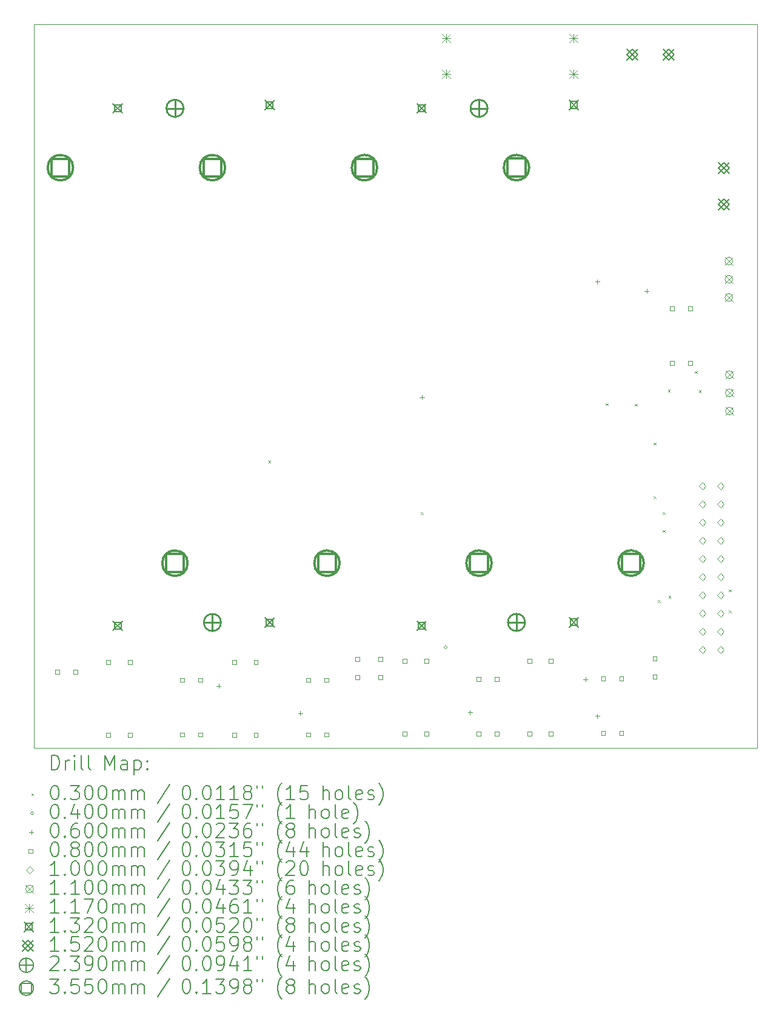
<source format=gbr>
%TF.GenerationSoftware,KiCad,Pcbnew,(7.0.0)*%
%TF.CreationDate,2023-05-12T10:51:10+02:00*%
%TF.ProjectId,Cell_holder_board,43656c6c-5f68-46f6-9c64-65725f626f61,rev?*%
%TF.SameCoordinates,Original*%
%TF.FileFunction,Drillmap*%
%TF.FilePolarity,Positive*%
%FSLAX45Y45*%
G04 Gerber Fmt 4.5, Leading zero omitted, Abs format (unit mm)*
G04 Created by KiCad (PCBNEW (7.0.0)) date 2023-05-12 10:51:10*
%MOMM*%
%LPD*%
G01*
G04 APERTURE LIST*
%ADD10C,0.100000*%
%ADD11C,0.200000*%
%ADD12C,0.030000*%
%ADD13C,0.040000*%
%ADD14C,0.060000*%
%ADD15C,0.080000*%
%ADD16C,0.110000*%
%ADD17C,0.117000*%
%ADD18C,0.132000*%
%ADD19C,0.152000*%
%ADD20C,0.239000*%
%ADD21C,0.355000*%
G04 APERTURE END LIST*
D10*
X5100000Y-5900000D02*
X15200000Y-5900000D01*
X15200000Y-5900000D02*
X15200000Y-16000000D01*
X15200000Y-16000000D02*
X5100000Y-16000000D01*
X5100000Y-16000000D02*
X5100000Y-5900000D01*
D11*
D12*
X8375000Y-11985000D02*
X8405000Y-12015000D01*
X8405000Y-11985000D02*
X8375000Y-12015000D01*
X10505000Y-12705000D02*
X10535000Y-12735000D01*
X10535000Y-12705000D02*
X10505000Y-12735000D01*
X13085000Y-11185000D02*
X13115000Y-11215000D01*
X13115000Y-11185000D02*
X13085000Y-11215000D01*
X13495000Y-11195000D02*
X13525000Y-11225000D01*
X13525000Y-11195000D02*
X13495000Y-11225000D01*
X13755000Y-11735000D02*
X13785000Y-11765000D01*
X13785000Y-11735000D02*
X13755000Y-11765000D01*
X13755000Y-12485000D02*
X13785000Y-12515000D01*
X13785000Y-12485000D02*
X13755000Y-12515000D01*
X13815000Y-13934950D02*
X13845000Y-13964950D01*
X13845000Y-13934950D02*
X13815000Y-13964950D01*
X13885000Y-12705000D02*
X13915000Y-12735000D01*
X13915000Y-12705000D02*
X13885000Y-12735000D01*
X13885000Y-12955000D02*
X13915000Y-12985000D01*
X13915000Y-12955000D02*
X13885000Y-12985000D01*
X13955000Y-10995000D02*
X13985000Y-11025000D01*
X13985000Y-10995000D02*
X13955000Y-11025000D01*
X13965050Y-13875000D02*
X13995050Y-13905000D01*
X13995050Y-13875000D02*
X13965050Y-13905000D01*
X14330000Y-10735000D02*
X14360000Y-10765000D01*
X14360000Y-10735000D02*
X14330000Y-10765000D01*
X14385000Y-11005000D02*
X14415000Y-11035000D01*
X14415000Y-11005000D02*
X14385000Y-11035000D01*
X14805000Y-13785000D02*
X14835000Y-13815000D01*
X14835000Y-13785000D02*
X14805000Y-13815000D01*
X14805000Y-14075000D02*
X14835000Y-14105000D01*
X14835000Y-14075000D02*
X14805000Y-14105000D01*
D13*
X10870000Y-14590000D02*
G75*
G03*
X10870000Y-14590000I-20000J0D01*
G01*
D14*
X7680000Y-15100000D02*
X7680000Y-15160000D01*
X7650000Y-15130000D02*
X7710000Y-15130000D01*
X8820000Y-15480000D02*
X8820000Y-15540000D01*
X8790000Y-15510000D02*
X8850000Y-15510000D01*
X10520000Y-11070000D02*
X10520000Y-11130000D01*
X10490000Y-11100000D02*
X10550000Y-11100000D01*
X11190000Y-15470000D02*
X11190000Y-15530000D01*
X11160000Y-15500000D02*
X11220000Y-15500000D01*
X12801659Y-15008341D02*
X12801659Y-15068341D01*
X12771659Y-15038341D02*
X12831659Y-15038341D01*
X12970000Y-9460000D02*
X12970000Y-9520000D01*
X12940000Y-9490000D02*
X13000000Y-9490000D01*
X12970000Y-15521050D02*
X12970000Y-15581050D01*
X12940000Y-15551050D02*
X13000000Y-15551050D01*
X13660000Y-9590000D02*
X13660000Y-9650000D01*
X13630000Y-9620000D02*
X13690000Y-9620000D01*
D15*
X5454285Y-14963284D02*
X5454285Y-14906715D01*
X5397716Y-14906715D01*
X5397716Y-14963284D01*
X5454285Y-14963284D01*
X5708284Y-14963284D02*
X5708284Y-14906715D01*
X5651715Y-14906715D01*
X5651715Y-14963284D01*
X5708284Y-14963284D01*
X6169284Y-14826284D02*
X6169284Y-14769715D01*
X6112715Y-14769715D01*
X6112715Y-14826284D01*
X6169284Y-14826284D01*
X6169284Y-15842284D02*
X6169284Y-15785715D01*
X6112715Y-15785715D01*
X6112715Y-15842284D01*
X6169284Y-15842284D01*
X6469284Y-14826284D02*
X6469284Y-14769715D01*
X6412715Y-14769715D01*
X6412715Y-14826284D01*
X6469284Y-14826284D01*
X6469284Y-15842284D02*
X6469284Y-15785715D01*
X6412715Y-15785715D01*
X6412715Y-15842284D01*
X6469284Y-15842284D01*
X7201784Y-15076284D02*
X7201784Y-15019715D01*
X7145215Y-15019715D01*
X7145215Y-15076284D01*
X7201784Y-15076284D01*
X7201784Y-15838284D02*
X7201784Y-15781715D01*
X7145215Y-15781715D01*
X7145215Y-15838284D01*
X7201784Y-15838284D01*
X7455784Y-15076284D02*
X7455784Y-15019715D01*
X7399215Y-15019715D01*
X7399215Y-15076284D01*
X7455784Y-15076284D01*
X7455784Y-15838284D02*
X7455784Y-15781715D01*
X7399215Y-15781715D01*
X7399215Y-15838284D01*
X7455784Y-15838284D01*
X7929284Y-14826284D02*
X7929284Y-14769715D01*
X7872715Y-14769715D01*
X7872715Y-14826284D01*
X7929284Y-14826284D01*
X7929284Y-15842284D02*
X7929284Y-15785715D01*
X7872715Y-15785715D01*
X7872715Y-15842284D01*
X7929284Y-15842284D01*
X8229284Y-14826284D02*
X8229284Y-14769715D01*
X8172715Y-14769715D01*
X8172715Y-14826284D01*
X8229284Y-14826284D01*
X8229284Y-15842284D02*
X8229284Y-15785715D01*
X8172715Y-15785715D01*
X8172715Y-15842284D01*
X8229284Y-15842284D01*
X8961785Y-15076284D02*
X8961785Y-15019715D01*
X8905216Y-15019715D01*
X8905216Y-15076284D01*
X8961785Y-15076284D01*
X8961785Y-15838284D02*
X8961785Y-15781715D01*
X8905216Y-15781715D01*
X8905216Y-15838284D01*
X8961785Y-15838284D01*
X9215785Y-15076284D02*
X9215785Y-15019715D01*
X9159216Y-15019715D01*
X9159216Y-15076284D01*
X9215785Y-15076284D01*
X9215785Y-15838284D02*
X9215785Y-15781715D01*
X9159216Y-15781715D01*
X9159216Y-15838284D01*
X9215785Y-15838284D01*
X9648285Y-14783284D02*
X9648285Y-14726715D01*
X9591716Y-14726715D01*
X9591716Y-14783284D01*
X9648285Y-14783284D01*
X9648285Y-15037284D02*
X9648285Y-14980715D01*
X9591716Y-14980715D01*
X9591716Y-15037284D01*
X9648285Y-15037284D01*
X9968285Y-14783284D02*
X9968285Y-14726715D01*
X9911716Y-14726715D01*
X9911716Y-14783284D01*
X9968285Y-14783284D01*
X9968285Y-15037284D02*
X9968285Y-14980715D01*
X9911716Y-14980715D01*
X9911716Y-15037284D01*
X9968285Y-15037284D01*
X10309285Y-14811284D02*
X10309285Y-14754715D01*
X10252716Y-14754715D01*
X10252716Y-14811284D01*
X10309285Y-14811284D01*
X10309285Y-15827284D02*
X10309285Y-15770715D01*
X10252716Y-15770715D01*
X10252716Y-15827284D01*
X10309285Y-15827284D01*
X10609285Y-14811284D02*
X10609285Y-14754715D01*
X10552716Y-14754715D01*
X10552716Y-14811284D01*
X10609285Y-14811284D01*
X10609285Y-15827284D02*
X10609285Y-15770715D01*
X10552716Y-15770715D01*
X10552716Y-15827284D01*
X10609285Y-15827284D01*
X11341784Y-15061284D02*
X11341784Y-15004715D01*
X11285215Y-15004715D01*
X11285215Y-15061284D01*
X11341784Y-15061284D01*
X11341784Y-15823284D02*
X11341784Y-15766715D01*
X11285215Y-15766715D01*
X11285215Y-15823284D01*
X11341784Y-15823284D01*
X11595784Y-15061284D02*
X11595784Y-15004715D01*
X11539215Y-15004715D01*
X11539215Y-15061284D01*
X11595784Y-15061284D01*
X11595784Y-15823284D02*
X11595784Y-15766715D01*
X11539215Y-15766715D01*
X11539215Y-15823284D01*
X11595784Y-15823284D01*
X12048284Y-14808284D02*
X12048284Y-14751715D01*
X11991715Y-14751715D01*
X11991715Y-14808284D01*
X12048284Y-14808284D01*
X12048284Y-15824284D02*
X12048284Y-15767715D01*
X11991715Y-15767715D01*
X11991715Y-15824284D01*
X12048284Y-15824284D01*
X12348284Y-14808284D02*
X12348284Y-14751715D01*
X12291715Y-14751715D01*
X12291715Y-14808284D01*
X12348284Y-14808284D01*
X12348284Y-15824284D02*
X12348284Y-15767715D01*
X12291715Y-15767715D01*
X12291715Y-15824284D01*
X12348284Y-15824284D01*
X13080784Y-15058284D02*
X13080784Y-15001715D01*
X13024215Y-15001715D01*
X13024215Y-15058284D01*
X13080784Y-15058284D01*
X13080784Y-15820284D02*
X13080784Y-15763715D01*
X13024215Y-15763715D01*
X13024215Y-15820284D01*
X13080784Y-15820284D01*
X13334784Y-15058284D02*
X13334784Y-15001715D01*
X13278215Y-15001715D01*
X13278215Y-15058284D01*
X13334784Y-15058284D01*
X13334784Y-15820284D02*
X13334784Y-15763715D01*
X13278215Y-15763715D01*
X13278215Y-15820284D01*
X13334784Y-15820284D01*
X13798284Y-14778284D02*
X13798284Y-14721715D01*
X13741715Y-14721715D01*
X13741715Y-14778284D01*
X13798284Y-14778284D01*
X13798284Y-15032284D02*
X13798284Y-14975715D01*
X13741715Y-14975715D01*
X13741715Y-15032284D01*
X13798284Y-15032284D01*
X14040784Y-9891285D02*
X14040784Y-9834716D01*
X13984215Y-9834716D01*
X13984215Y-9891285D01*
X14040784Y-9891285D01*
X14040784Y-10653285D02*
X14040784Y-10596716D01*
X13984215Y-10596716D01*
X13984215Y-10653285D01*
X14040784Y-10653285D01*
X14294784Y-9891285D02*
X14294784Y-9834716D01*
X14238215Y-9834716D01*
X14238215Y-9891285D01*
X14294784Y-9891285D01*
X14294784Y-10653285D02*
X14294784Y-10596716D01*
X14238215Y-10596716D01*
X14238215Y-10653285D01*
X14294784Y-10653285D01*
D10*
X14436000Y-12388000D02*
X14486000Y-12338000D01*
X14436000Y-12288000D01*
X14386000Y-12338000D01*
X14436000Y-12388000D01*
X14436000Y-12642000D02*
X14486000Y-12592000D01*
X14436000Y-12542000D01*
X14386000Y-12592000D01*
X14436000Y-12642000D01*
X14436000Y-12896000D02*
X14486000Y-12846000D01*
X14436000Y-12796000D01*
X14386000Y-12846000D01*
X14436000Y-12896000D01*
X14436000Y-13150000D02*
X14486000Y-13100000D01*
X14436000Y-13050000D01*
X14386000Y-13100000D01*
X14436000Y-13150000D01*
X14436000Y-13404000D02*
X14486000Y-13354000D01*
X14436000Y-13304000D01*
X14386000Y-13354000D01*
X14436000Y-13404000D01*
X14436000Y-13658000D02*
X14486000Y-13608000D01*
X14436000Y-13558000D01*
X14386000Y-13608000D01*
X14436000Y-13658000D01*
X14436000Y-13912000D02*
X14486000Y-13862000D01*
X14436000Y-13812000D01*
X14386000Y-13862000D01*
X14436000Y-13912000D01*
X14436000Y-14166000D02*
X14486000Y-14116000D01*
X14436000Y-14066000D01*
X14386000Y-14116000D01*
X14436000Y-14166000D01*
X14436000Y-14420000D02*
X14486000Y-14370000D01*
X14436000Y-14320000D01*
X14386000Y-14370000D01*
X14436000Y-14420000D01*
X14436000Y-14674000D02*
X14486000Y-14624000D01*
X14436000Y-14574000D01*
X14386000Y-14624000D01*
X14436000Y-14674000D01*
X14690000Y-12388000D02*
X14740000Y-12338000D01*
X14690000Y-12288000D01*
X14640000Y-12338000D01*
X14690000Y-12388000D01*
X14690000Y-12642000D02*
X14740000Y-12592000D01*
X14690000Y-12542000D01*
X14640000Y-12592000D01*
X14690000Y-12642000D01*
X14690000Y-12896000D02*
X14740000Y-12846000D01*
X14690000Y-12796000D01*
X14640000Y-12846000D01*
X14690000Y-12896000D01*
X14690000Y-13150000D02*
X14740000Y-13100000D01*
X14690000Y-13050000D01*
X14640000Y-13100000D01*
X14690000Y-13150000D01*
X14690000Y-13404000D02*
X14740000Y-13354000D01*
X14690000Y-13304000D01*
X14640000Y-13354000D01*
X14690000Y-13404000D01*
X14690000Y-13658000D02*
X14740000Y-13608000D01*
X14690000Y-13558000D01*
X14640000Y-13608000D01*
X14690000Y-13658000D01*
X14690000Y-13912000D02*
X14740000Y-13862000D01*
X14690000Y-13812000D01*
X14640000Y-13862000D01*
X14690000Y-13912000D01*
X14690000Y-14166000D02*
X14740000Y-14116000D01*
X14690000Y-14066000D01*
X14640000Y-14116000D01*
X14690000Y-14166000D01*
X14690000Y-14420000D02*
X14740000Y-14370000D01*
X14690000Y-14320000D01*
X14640000Y-14370000D01*
X14690000Y-14420000D01*
X14690000Y-14674000D02*
X14740000Y-14624000D01*
X14690000Y-14574000D01*
X14640000Y-14624000D01*
X14690000Y-14674000D01*
D16*
X14750500Y-9146000D02*
X14860500Y-9256000D01*
X14860500Y-9146000D02*
X14750500Y-9256000D01*
X14860500Y-9201000D02*
G75*
G03*
X14860500Y-9201000I-55000J0D01*
G01*
X14750500Y-9400000D02*
X14860500Y-9510000D01*
X14860500Y-9400000D02*
X14750500Y-9510000D01*
X14860500Y-9455000D02*
G75*
G03*
X14860500Y-9455000I-55000J0D01*
G01*
X14750500Y-9654000D02*
X14860500Y-9764000D01*
X14860500Y-9654000D02*
X14750500Y-9764000D01*
X14860500Y-9709000D02*
G75*
G03*
X14860500Y-9709000I-55000J0D01*
G01*
X14758500Y-10732000D02*
X14868500Y-10842000D01*
X14868500Y-10732000D02*
X14758500Y-10842000D01*
X14868500Y-10787000D02*
G75*
G03*
X14868500Y-10787000I-55000J0D01*
G01*
X14758500Y-10986000D02*
X14868500Y-11096000D01*
X14868500Y-10986000D02*
X14758500Y-11096000D01*
X14868500Y-11041000D02*
G75*
G03*
X14868500Y-11041000I-55000J0D01*
G01*
X14758500Y-11240000D02*
X14868500Y-11350000D01*
X14868500Y-11240000D02*
X14758500Y-11350000D01*
X14868500Y-11295000D02*
G75*
G03*
X14868500Y-11295000I-55000J0D01*
G01*
D17*
X10799000Y-6031500D02*
X10916000Y-6148500D01*
X10916000Y-6031500D02*
X10799000Y-6148500D01*
X10857500Y-6031500D02*
X10857500Y-6148500D01*
X10799000Y-6090000D02*
X10916000Y-6090000D01*
X10799000Y-6531500D02*
X10916000Y-6648500D01*
X10916000Y-6531500D02*
X10799000Y-6648500D01*
X10857500Y-6531500D02*
X10857500Y-6648500D01*
X10799000Y-6590000D02*
X10916000Y-6590000D01*
X12579000Y-6031500D02*
X12696000Y-6148500D01*
X12696000Y-6031500D02*
X12579000Y-6148500D01*
X12637500Y-6031500D02*
X12637500Y-6148500D01*
X12579000Y-6090000D02*
X12696000Y-6090000D01*
X12579000Y-6531500D02*
X12696000Y-6648500D01*
X12696000Y-6531500D02*
X12579000Y-6648500D01*
X12637500Y-6531500D02*
X12637500Y-6648500D01*
X12579000Y-6590000D02*
X12696000Y-6590000D01*
D18*
X6204000Y-7003000D02*
X6336000Y-7135000D01*
X6336000Y-7003000D02*
X6204000Y-7135000D01*
X6316669Y-7115669D02*
X6316669Y-7022330D01*
X6223330Y-7022330D01*
X6223330Y-7115669D01*
X6316669Y-7115669D01*
X6204000Y-14225000D02*
X6336000Y-14357000D01*
X6336000Y-14225000D02*
X6204000Y-14357000D01*
X6316669Y-14337669D02*
X6316669Y-14244330D01*
X6223330Y-14244330D01*
X6223330Y-14337669D01*
X6316669Y-14337669D01*
X8327333Y-6957000D02*
X8459333Y-7089000D01*
X8459333Y-6957000D02*
X8327333Y-7089000D01*
X8440003Y-7069669D02*
X8440003Y-6976330D01*
X8346664Y-6976330D01*
X8346664Y-7069669D01*
X8440003Y-7069669D01*
X8327333Y-14179000D02*
X8459333Y-14311000D01*
X8459333Y-14179000D02*
X8327333Y-14311000D01*
X8440003Y-14291669D02*
X8440003Y-14198330D01*
X8346664Y-14198330D01*
X8346664Y-14291669D01*
X8440003Y-14291669D01*
X10450667Y-7003000D02*
X10582667Y-7135000D01*
X10582667Y-7003000D02*
X10450667Y-7135000D01*
X10563336Y-7115669D02*
X10563336Y-7022330D01*
X10469997Y-7022330D01*
X10469997Y-7115669D01*
X10563336Y-7115669D01*
X10450667Y-14225000D02*
X10582667Y-14357000D01*
X10582667Y-14225000D02*
X10450667Y-14357000D01*
X10563336Y-14337669D02*
X10563336Y-14244330D01*
X10469997Y-14244330D01*
X10469997Y-14337669D01*
X10563336Y-14337669D01*
X12574000Y-6956000D02*
X12706000Y-7088000D01*
X12706000Y-6956000D02*
X12574000Y-7088000D01*
X12686669Y-7068669D02*
X12686669Y-6975330D01*
X12593330Y-6975330D01*
X12593330Y-7068669D01*
X12686669Y-7068669D01*
X12574000Y-14178000D02*
X12706000Y-14310000D01*
X12706000Y-14178000D02*
X12574000Y-14310000D01*
X12686669Y-14290669D02*
X12686669Y-14197330D01*
X12593330Y-14197330D01*
X12593330Y-14290669D01*
X12686669Y-14290669D01*
D19*
X13380000Y-6244000D02*
X13532000Y-6396000D01*
X13532000Y-6244000D02*
X13380000Y-6396000D01*
X13456000Y-6396000D02*
X13532000Y-6320000D01*
X13456000Y-6244000D01*
X13380000Y-6320000D01*
X13456000Y-6396000D01*
X13888000Y-6244000D02*
X14040000Y-6396000D01*
X14040000Y-6244000D02*
X13888000Y-6396000D01*
X13964000Y-6396000D02*
X14040000Y-6320000D01*
X13964000Y-6244000D01*
X13888000Y-6320000D01*
X13964000Y-6396000D01*
X14664000Y-7825000D02*
X14816000Y-7977000D01*
X14816000Y-7825000D02*
X14664000Y-7977000D01*
X14740000Y-7977000D02*
X14816000Y-7901000D01*
X14740000Y-7825000D01*
X14664000Y-7901000D01*
X14740000Y-7977000D01*
X14664000Y-8333000D02*
X14816000Y-8485000D01*
X14816000Y-8333000D02*
X14664000Y-8485000D01*
X14740000Y-8485000D02*
X14816000Y-8409000D01*
X14740000Y-8333000D01*
X14664000Y-8409000D01*
X14740000Y-8485000D01*
D20*
X7070000Y-6949500D02*
X7070000Y-7188500D01*
X6950500Y-7069000D02*
X7189500Y-7069000D01*
X7189500Y-7069000D02*
G75*
G03*
X7189500Y-7069000I-119500J0D01*
G01*
X7593333Y-14125500D02*
X7593333Y-14364500D01*
X7473833Y-14245000D02*
X7712833Y-14245000D01*
X7712833Y-14245000D02*
G75*
G03*
X7712833Y-14245000I-119500J0D01*
G01*
X11316667Y-6949500D02*
X11316667Y-7188500D01*
X11197167Y-7069000D02*
X11436167Y-7069000D01*
X11436167Y-7069000D02*
G75*
G03*
X11436167Y-7069000I-119500J0D01*
G01*
X11840000Y-14124500D02*
X11840000Y-14363500D01*
X11720500Y-14244000D02*
X11959500Y-14244000D01*
X11959500Y-14244000D02*
G75*
G03*
X11959500Y-14244000I-119500J0D01*
G01*
D21*
X5595513Y-8022513D02*
X5595513Y-7771487D01*
X5344487Y-7771487D01*
X5344487Y-8022513D01*
X5595513Y-8022513D01*
X5647500Y-7897000D02*
G75*
G03*
X5647500Y-7897000I-177500J0D01*
G01*
X7195513Y-13542513D02*
X7195513Y-13291487D01*
X6944487Y-13291487D01*
X6944487Y-13542513D01*
X7195513Y-13542513D01*
X7247500Y-13417000D02*
G75*
G03*
X7247500Y-13417000I-177500J0D01*
G01*
X7718846Y-8022513D02*
X7718846Y-7771487D01*
X7467821Y-7771487D01*
X7467821Y-8022513D01*
X7718846Y-8022513D01*
X7770833Y-7897000D02*
G75*
G03*
X7770833Y-7897000I-177500J0D01*
G01*
X9318846Y-13542513D02*
X9318846Y-13291487D01*
X9067821Y-13291487D01*
X9067821Y-13542513D01*
X9318846Y-13542513D01*
X9370833Y-13417000D02*
G75*
G03*
X9370833Y-13417000I-177500J0D01*
G01*
X9842179Y-8022513D02*
X9842179Y-7771487D01*
X9591154Y-7771487D01*
X9591154Y-8022513D01*
X9842179Y-8022513D01*
X9894167Y-7897000D02*
G75*
G03*
X9894167Y-7897000I-177500J0D01*
G01*
X11442179Y-13542513D02*
X11442179Y-13291487D01*
X11191154Y-13291487D01*
X11191154Y-13542513D01*
X11442179Y-13542513D01*
X11494167Y-13417000D02*
G75*
G03*
X11494167Y-13417000I-177500J0D01*
G01*
X11965513Y-8021513D02*
X11965513Y-7770487D01*
X11714487Y-7770487D01*
X11714487Y-8021513D01*
X11965513Y-8021513D01*
X12017500Y-7896000D02*
G75*
G03*
X12017500Y-7896000I-177500J0D01*
G01*
X13565513Y-13541513D02*
X13565513Y-13290487D01*
X13314487Y-13290487D01*
X13314487Y-13541513D01*
X13565513Y-13541513D01*
X13617500Y-13416000D02*
G75*
G03*
X13617500Y-13416000I-177500J0D01*
G01*
D11*
X5342619Y-16298476D02*
X5342619Y-16098476D01*
X5342619Y-16098476D02*
X5390238Y-16098476D01*
X5390238Y-16098476D02*
X5418810Y-16108000D01*
X5418810Y-16108000D02*
X5437857Y-16127048D01*
X5437857Y-16127048D02*
X5447381Y-16146095D01*
X5447381Y-16146095D02*
X5456905Y-16184190D01*
X5456905Y-16184190D02*
X5456905Y-16212762D01*
X5456905Y-16212762D02*
X5447381Y-16250857D01*
X5447381Y-16250857D02*
X5437857Y-16269905D01*
X5437857Y-16269905D02*
X5418810Y-16288952D01*
X5418810Y-16288952D02*
X5390238Y-16298476D01*
X5390238Y-16298476D02*
X5342619Y-16298476D01*
X5542619Y-16298476D02*
X5542619Y-16165143D01*
X5542619Y-16203238D02*
X5552143Y-16184190D01*
X5552143Y-16184190D02*
X5561667Y-16174667D01*
X5561667Y-16174667D02*
X5580714Y-16165143D01*
X5580714Y-16165143D02*
X5599762Y-16165143D01*
X5666428Y-16298476D02*
X5666428Y-16165143D01*
X5666428Y-16098476D02*
X5656905Y-16108000D01*
X5656905Y-16108000D02*
X5666428Y-16117524D01*
X5666428Y-16117524D02*
X5675952Y-16108000D01*
X5675952Y-16108000D02*
X5666428Y-16098476D01*
X5666428Y-16098476D02*
X5666428Y-16117524D01*
X5790238Y-16298476D02*
X5771190Y-16288952D01*
X5771190Y-16288952D02*
X5761667Y-16269905D01*
X5761667Y-16269905D02*
X5761667Y-16098476D01*
X5895000Y-16298476D02*
X5875952Y-16288952D01*
X5875952Y-16288952D02*
X5866428Y-16269905D01*
X5866428Y-16269905D02*
X5866428Y-16098476D01*
X6091190Y-16298476D02*
X6091190Y-16098476D01*
X6091190Y-16098476D02*
X6157857Y-16241333D01*
X6157857Y-16241333D02*
X6224524Y-16098476D01*
X6224524Y-16098476D02*
X6224524Y-16298476D01*
X6405476Y-16298476D02*
X6405476Y-16193714D01*
X6405476Y-16193714D02*
X6395952Y-16174667D01*
X6395952Y-16174667D02*
X6376905Y-16165143D01*
X6376905Y-16165143D02*
X6338809Y-16165143D01*
X6338809Y-16165143D02*
X6319762Y-16174667D01*
X6405476Y-16288952D02*
X6386428Y-16298476D01*
X6386428Y-16298476D02*
X6338809Y-16298476D01*
X6338809Y-16298476D02*
X6319762Y-16288952D01*
X6319762Y-16288952D02*
X6310238Y-16269905D01*
X6310238Y-16269905D02*
X6310238Y-16250857D01*
X6310238Y-16250857D02*
X6319762Y-16231809D01*
X6319762Y-16231809D02*
X6338809Y-16222286D01*
X6338809Y-16222286D02*
X6386428Y-16222286D01*
X6386428Y-16222286D02*
X6405476Y-16212762D01*
X6500714Y-16165143D02*
X6500714Y-16365143D01*
X6500714Y-16174667D02*
X6519762Y-16165143D01*
X6519762Y-16165143D02*
X6557857Y-16165143D01*
X6557857Y-16165143D02*
X6576905Y-16174667D01*
X6576905Y-16174667D02*
X6586428Y-16184190D01*
X6586428Y-16184190D02*
X6595952Y-16203238D01*
X6595952Y-16203238D02*
X6595952Y-16260381D01*
X6595952Y-16260381D02*
X6586428Y-16279428D01*
X6586428Y-16279428D02*
X6576905Y-16288952D01*
X6576905Y-16288952D02*
X6557857Y-16298476D01*
X6557857Y-16298476D02*
X6519762Y-16298476D01*
X6519762Y-16298476D02*
X6500714Y-16288952D01*
X6681667Y-16279428D02*
X6691190Y-16288952D01*
X6691190Y-16288952D02*
X6681667Y-16298476D01*
X6681667Y-16298476D02*
X6672143Y-16288952D01*
X6672143Y-16288952D02*
X6681667Y-16279428D01*
X6681667Y-16279428D02*
X6681667Y-16298476D01*
X6681667Y-16174667D02*
X6691190Y-16184190D01*
X6691190Y-16184190D02*
X6681667Y-16193714D01*
X6681667Y-16193714D02*
X6672143Y-16184190D01*
X6672143Y-16184190D02*
X6681667Y-16174667D01*
X6681667Y-16174667D02*
X6681667Y-16193714D01*
D12*
X5065000Y-16630000D02*
X5095000Y-16660000D01*
X5095000Y-16630000D02*
X5065000Y-16660000D01*
D11*
X5380714Y-16518476D02*
X5399762Y-16518476D01*
X5399762Y-16518476D02*
X5418810Y-16528000D01*
X5418810Y-16528000D02*
X5428333Y-16537524D01*
X5428333Y-16537524D02*
X5437857Y-16556571D01*
X5437857Y-16556571D02*
X5447381Y-16594667D01*
X5447381Y-16594667D02*
X5447381Y-16642286D01*
X5447381Y-16642286D02*
X5437857Y-16680381D01*
X5437857Y-16680381D02*
X5428333Y-16699428D01*
X5428333Y-16699428D02*
X5418810Y-16708952D01*
X5418810Y-16708952D02*
X5399762Y-16718476D01*
X5399762Y-16718476D02*
X5380714Y-16718476D01*
X5380714Y-16718476D02*
X5361667Y-16708952D01*
X5361667Y-16708952D02*
X5352143Y-16699428D01*
X5352143Y-16699428D02*
X5342619Y-16680381D01*
X5342619Y-16680381D02*
X5333095Y-16642286D01*
X5333095Y-16642286D02*
X5333095Y-16594667D01*
X5333095Y-16594667D02*
X5342619Y-16556571D01*
X5342619Y-16556571D02*
X5352143Y-16537524D01*
X5352143Y-16537524D02*
X5361667Y-16528000D01*
X5361667Y-16528000D02*
X5380714Y-16518476D01*
X5533095Y-16699428D02*
X5542619Y-16708952D01*
X5542619Y-16708952D02*
X5533095Y-16718476D01*
X5533095Y-16718476D02*
X5523571Y-16708952D01*
X5523571Y-16708952D02*
X5533095Y-16699428D01*
X5533095Y-16699428D02*
X5533095Y-16718476D01*
X5609286Y-16518476D02*
X5733095Y-16518476D01*
X5733095Y-16518476D02*
X5666428Y-16594667D01*
X5666428Y-16594667D02*
X5695000Y-16594667D01*
X5695000Y-16594667D02*
X5714048Y-16604190D01*
X5714048Y-16604190D02*
X5723571Y-16613714D01*
X5723571Y-16613714D02*
X5733095Y-16632762D01*
X5733095Y-16632762D02*
X5733095Y-16680381D01*
X5733095Y-16680381D02*
X5723571Y-16699428D01*
X5723571Y-16699428D02*
X5714048Y-16708952D01*
X5714048Y-16708952D02*
X5695000Y-16718476D01*
X5695000Y-16718476D02*
X5637857Y-16718476D01*
X5637857Y-16718476D02*
X5618809Y-16708952D01*
X5618809Y-16708952D02*
X5609286Y-16699428D01*
X5856905Y-16518476D02*
X5875952Y-16518476D01*
X5875952Y-16518476D02*
X5895000Y-16528000D01*
X5895000Y-16528000D02*
X5904524Y-16537524D01*
X5904524Y-16537524D02*
X5914048Y-16556571D01*
X5914048Y-16556571D02*
X5923571Y-16594667D01*
X5923571Y-16594667D02*
X5923571Y-16642286D01*
X5923571Y-16642286D02*
X5914048Y-16680381D01*
X5914048Y-16680381D02*
X5904524Y-16699428D01*
X5904524Y-16699428D02*
X5895000Y-16708952D01*
X5895000Y-16708952D02*
X5875952Y-16718476D01*
X5875952Y-16718476D02*
X5856905Y-16718476D01*
X5856905Y-16718476D02*
X5837857Y-16708952D01*
X5837857Y-16708952D02*
X5828333Y-16699428D01*
X5828333Y-16699428D02*
X5818809Y-16680381D01*
X5818809Y-16680381D02*
X5809286Y-16642286D01*
X5809286Y-16642286D02*
X5809286Y-16594667D01*
X5809286Y-16594667D02*
X5818809Y-16556571D01*
X5818809Y-16556571D02*
X5828333Y-16537524D01*
X5828333Y-16537524D02*
X5837857Y-16528000D01*
X5837857Y-16528000D02*
X5856905Y-16518476D01*
X6047381Y-16518476D02*
X6066429Y-16518476D01*
X6066429Y-16518476D02*
X6085476Y-16528000D01*
X6085476Y-16528000D02*
X6095000Y-16537524D01*
X6095000Y-16537524D02*
X6104524Y-16556571D01*
X6104524Y-16556571D02*
X6114048Y-16594667D01*
X6114048Y-16594667D02*
X6114048Y-16642286D01*
X6114048Y-16642286D02*
X6104524Y-16680381D01*
X6104524Y-16680381D02*
X6095000Y-16699428D01*
X6095000Y-16699428D02*
X6085476Y-16708952D01*
X6085476Y-16708952D02*
X6066429Y-16718476D01*
X6066429Y-16718476D02*
X6047381Y-16718476D01*
X6047381Y-16718476D02*
X6028333Y-16708952D01*
X6028333Y-16708952D02*
X6018809Y-16699428D01*
X6018809Y-16699428D02*
X6009286Y-16680381D01*
X6009286Y-16680381D02*
X5999762Y-16642286D01*
X5999762Y-16642286D02*
X5999762Y-16594667D01*
X5999762Y-16594667D02*
X6009286Y-16556571D01*
X6009286Y-16556571D02*
X6018809Y-16537524D01*
X6018809Y-16537524D02*
X6028333Y-16528000D01*
X6028333Y-16528000D02*
X6047381Y-16518476D01*
X6199762Y-16718476D02*
X6199762Y-16585143D01*
X6199762Y-16604190D02*
X6209286Y-16594667D01*
X6209286Y-16594667D02*
X6228333Y-16585143D01*
X6228333Y-16585143D02*
X6256905Y-16585143D01*
X6256905Y-16585143D02*
X6275952Y-16594667D01*
X6275952Y-16594667D02*
X6285476Y-16613714D01*
X6285476Y-16613714D02*
X6285476Y-16718476D01*
X6285476Y-16613714D02*
X6295000Y-16594667D01*
X6295000Y-16594667D02*
X6314048Y-16585143D01*
X6314048Y-16585143D02*
X6342619Y-16585143D01*
X6342619Y-16585143D02*
X6361667Y-16594667D01*
X6361667Y-16594667D02*
X6371190Y-16613714D01*
X6371190Y-16613714D02*
X6371190Y-16718476D01*
X6466429Y-16718476D02*
X6466429Y-16585143D01*
X6466429Y-16604190D02*
X6475952Y-16594667D01*
X6475952Y-16594667D02*
X6495000Y-16585143D01*
X6495000Y-16585143D02*
X6523571Y-16585143D01*
X6523571Y-16585143D02*
X6542619Y-16594667D01*
X6542619Y-16594667D02*
X6552143Y-16613714D01*
X6552143Y-16613714D02*
X6552143Y-16718476D01*
X6552143Y-16613714D02*
X6561667Y-16594667D01*
X6561667Y-16594667D02*
X6580714Y-16585143D01*
X6580714Y-16585143D02*
X6609286Y-16585143D01*
X6609286Y-16585143D02*
X6628333Y-16594667D01*
X6628333Y-16594667D02*
X6637857Y-16613714D01*
X6637857Y-16613714D02*
X6637857Y-16718476D01*
X6995952Y-16508952D02*
X6824524Y-16766095D01*
X7220714Y-16518476D02*
X7239762Y-16518476D01*
X7239762Y-16518476D02*
X7258810Y-16528000D01*
X7258810Y-16528000D02*
X7268333Y-16537524D01*
X7268333Y-16537524D02*
X7277857Y-16556571D01*
X7277857Y-16556571D02*
X7287381Y-16594667D01*
X7287381Y-16594667D02*
X7287381Y-16642286D01*
X7287381Y-16642286D02*
X7277857Y-16680381D01*
X7277857Y-16680381D02*
X7268333Y-16699428D01*
X7268333Y-16699428D02*
X7258810Y-16708952D01*
X7258810Y-16708952D02*
X7239762Y-16718476D01*
X7239762Y-16718476D02*
X7220714Y-16718476D01*
X7220714Y-16718476D02*
X7201667Y-16708952D01*
X7201667Y-16708952D02*
X7192143Y-16699428D01*
X7192143Y-16699428D02*
X7182619Y-16680381D01*
X7182619Y-16680381D02*
X7173095Y-16642286D01*
X7173095Y-16642286D02*
X7173095Y-16594667D01*
X7173095Y-16594667D02*
X7182619Y-16556571D01*
X7182619Y-16556571D02*
X7192143Y-16537524D01*
X7192143Y-16537524D02*
X7201667Y-16528000D01*
X7201667Y-16528000D02*
X7220714Y-16518476D01*
X7373095Y-16699428D02*
X7382619Y-16708952D01*
X7382619Y-16708952D02*
X7373095Y-16718476D01*
X7373095Y-16718476D02*
X7363571Y-16708952D01*
X7363571Y-16708952D02*
X7373095Y-16699428D01*
X7373095Y-16699428D02*
X7373095Y-16718476D01*
X7506429Y-16518476D02*
X7525476Y-16518476D01*
X7525476Y-16518476D02*
X7544524Y-16528000D01*
X7544524Y-16528000D02*
X7554048Y-16537524D01*
X7554048Y-16537524D02*
X7563571Y-16556571D01*
X7563571Y-16556571D02*
X7573095Y-16594667D01*
X7573095Y-16594667D02*
X7573095Y-16642286D01*
X7573095Y-16642286D02*
X7563571Y-16680381D01*
X7563571Y-16680381D02*
X7554048Y-16699428D01*
X7554048Y-16699428D02*
X7544524Y-16708952D01*
X7544524Y-16708952D02*
X7525476Y-16718476D01*
X7525476Y-16718476D02*
X7506429Y-16718476D01*
X7506429Y-16718476D02*
X7487381Y-16708952D01*
X7487381Y-16708952D02*
X7477857Y-16699428D01*
X7477857Y-16699428D02*
X7468333Y-16680381D01*
X7468333Y-16680381D02*
X7458810Y-16642286D01*
X7458810Y-16642286D02*
X7458810Y-16594667D01*
X7458810Y-16594667D02*
X7468333Y-16556571D01*
X7468333Y-16556571D02*
X7477857Y-16537524D01*
X7477857Y-16537524D02*
X7487381Y-16528000D01*
X7487381Y-16528000D02*
X7506429Y-16518476D01*
X7763571Y-16718476D02*
X7649286Y-16718476D01*
X7706429Y-16718476D02*
X7706429Y-16518476D01*
X7706429Y-16518476D02*
X7687381Y-16547048D01*
X7687381Y-16547048D02*
X7668333Y-16566095D01*
X7668333Y-16566095D02*
X7649286Y-16575619D01*
X7954048Y-16718476D02*
X7839762Y-16718476D01*
X7896905Y-16718476D02*
X7896905Y-16518476D01*
X7896905Y-16518476D02*
X7877857Y-16547048D01*
X7877857Y-16547048D02*
X7858810Y-16566095D01*
X7858810Y-16566095D02*
X7839762Y-16575619D01*
X8068333Y-16604190D02*
X8049286Y-16594667D01*
X8049286Y-16594667D02*
X8039762Y-16585143D01*
X8039762Y-16585143D02*
X8030238Y-16566095D01*
X8030238Y-16566095D02*
X8030238Y-16556571D01*
X8030238Y-16556571D02*
X8039762Y-16537524D01*
X8039762Y-16537524D02*
X8049286Y-16528000D01*
X8049286Y-16528000D02*
X8068333Y-16518476D01*
X8068333Y-16518476D02*
X8106429Y-16518476D01*
X8106429Y-16518476D02*
X8125476Y-16528000D01*
X8125476Y-16528000D02*
X8135000Y-16537524D01*
X8135000Y-16537524D02*
X8144524Y-16556571D01*
X8144524Y-16556571D02*
X8144524Y-16566095D01*
X8144524Y-16566095D02*
X8135000Y-16585143D01*
X8135000Y-16585143D02*
X8125476Y-16594667D01*
X8125476Y-16594667D02*
X8106429Y-16604190D01*
X8106429Y-16604190D02*
X8068333Y-16604190D01*
X8068333Y-16604190D02*
X8049286Y-16613714D01*
X8049286Y-16613714D02*
X8039762Y-16623238D01*
X8039762Y-16623238D02*
X8030238Y-16642286D01*
X8030238Y-16642286D02*
X8030238Y-16680381D01*
X8030238Y-16680381D02*
X8039762Y-16699428D01*
X8039762Y-16699428D02*
X8049286Y-16708952D01*
X8049286Y-16708952D02*
X8068333Y-16718476D01*
X8068333Y-16718476D02*
X8106429Y-16718476D01*
X8106429Y-16718476D02*
X8125476Y-16708952D01*
X8125476Y-16708952D02*
X8135000Y-16699428D01*
X8135000Y-16699428D02*
X8144524Y-16680381D01*
X8144524Y-16680381D02*
X8144524Y-16642286D01*
X8144524Y-16642286D02*
X8135000Y-16623238D01*
X8135000Y-16623238D02*
X8125476Y-16613714D01*
X8125476Y-16613714D02*
X8106429Y-16604190D01*
X8220714Y-16518476D02*
X8220714Y-16556571D01*
X8296905Y-16518476D02*
X8296905Y-16556571D01*
X8559762Y-16794667D02*
X8550238Y-16785143D01*
X8550238Y-16785143D02*
X8531191Y-16756571D01*
X8531191Y-16756571D02*
X8521667Y-16737524D01*
X8521667Y-16737524D02*
X8512143Y-16708952D01*
X8512143Y-16708952D02*
X8502619Y-16661333D01*
X8502619Y-16661333D02*
X8502619Y-16623238D01*
X8502619Y-16623238D02*
X8512143Y-16575619D01*
X8512143Y-16575619D02*
X8521667Y-16547048D01*
X8521667Y-16547048D02*
X8531191Y-16528000D01*
X8531191Y-16528000D02*
X8550238Y-16499428D01*
X8550238Y-16499428D02*
X8559762Y-16489905D01*
X8740714Y-16718476D02*
X8626429Y-16718476D01*
X8683572Y-16718476D02*
X8683572Y-16518476D01*
X8683572Y-16518476D02*
X8664524Y-16547048D01*
X8664524Y-16547048D02*
X8645476Y-16566095D01*
X8645476Y-16566095D02*
X8626429Y-16575619D01*
X8921667Y-16518476D02*
X8826429Y-16518476D01*
X8826429Y-16518476D02*
X8816905Y-16613714D01*
X8816905Y-16613714D02*
X8826429Y-16604190D01*
X8826429Y-16604190D02*
X8845476Y-16594667D01*
X8845476Y-16594667D02*
X8893095Y-16594667D01*
X8893095Y-16594667D02*
X8912143Y-16604190D01*
X8912143Y-16604190D02*
X8921667Y-16613714D01*
X8921667Y-16613714D02*
X8931191Y-16632762D01*
X8931191Y-16632762D02*
X8931191Y-16680381D01*
X8931191Y-16680381D02*
X8921667Y-16699428D01*
X8921667Y-16699428D02*
X8912143Y-16708952D01*
X8912143Y-16708952D02*
X8893095Y-16718476D01*
X8893095Y-16718476D02*
X8845476Y-16718476D01*
X8845476Y-16718476D02*
X8826429Y-16708952D01*
X8826429Y-16708952D02*
X8816905Y-16699428D01*
X9136905Y-16718476D02*
X9136905Y-16518476D01*
X9222619Y-16718476D02*
X9222619Y-16613714D01*
X9222619Y-16613714D02*
X9213095Y-16594667D01*
X9213095Y-16594667D02*
X9194048Y-16585143D01*
X9194048Y-16585143D02*
X9165476Y-16585143D01*
X9165476Y-16585143D02*
X9146429Y-16594667D01*
X9146429Y-16594667D02*
X9136905Y-16604190D01*
X9346429Y-16718476D02*
X9327381Y-16708952D01*
X9327381Y-16708952D02*
X9317857Y-16699428D01*
X9317857Y-16699428D02*
X9308334Y-16680381D01*
X9308334Y-16680381D02*
X9308334Y-16623238D01*
X9308334Y-16623238D02*
X9317857Y-16604190D01*
X9317857Y-16604190D02*
X9327381Y-16594667D01*
X9327381Y-16594667D02*
X9346429Y-16585143D01*
X9346429Y-16585143D02*
X9375000Y-16585143D01*
X9375000Y-16585143D02*
X9394048Y-16594667D01*
X9394048Y-16594667D02*
X9403572Y-16604190D01*
X9403572Y-16604190D02*
X9413095Y-16623238D01*
X9413095Y-16623238D02*
X9413095Y-16680381D01*
X9413095Y-16680381D02*
X9403572Y-16699428D01*
X9403572Y-16699428D02*
X9394048Y-16708952D01*
X9394048Y-16708952D02*
X9375000Y-16718476D01*
X9375000Y-16718476D02*
X9346429Y-16718476D01*
X9527381Y-16718476D02*
X9508334Y-16708952D01*
X9508334Y-16708952D02*
X9498810Y-16689905D01*
X9498810Y-16689905D02*
X9498810Y-16518476D01*
X9679762Y-16708952D02*
X9660715Y-16718476D01*
X9660715Y-16718476D02*
X9622619Y-16718476D01*
X9622619Y-16718476D02*
X9603572Y-16708952D01*
X9603572Y-16708952D02*
X9594048Y-16689905D01*
X9594048Y-16689905D02*
X9594048Y-16613714D01*
X9594048Y-16613714D02*
X9603572Y-16594667D01*
X9603572Y-16594667D02*
X9622619Y-16585143D01*
X9622619Y-16585143D02*
X9660715Y-16585143D01*
X9660715Y-16585143D02*
X9679762Y-16594667D01*
X9679762Y-16594667D02*
X9689286Y-16613714D01*
X9689286Y-16613714D02*
X9689286Y-16632762D01*
X9689286Y-16632762D02*
X9594048Y-16651809D01*
X9765476Y-16708952D02*
X9784524Y-16718476D01*
X9784524Y-16718476D02*
X9822619Y-16718476D01*
X9822619Y-16718476D02*
X9841667Y-16708952D01*
X9841667Y-16708952D02*
X9851191Y-16689905D01*
X9851191Y-16689905D02*
X9851191Y-16680381D01*
X9851191Y-16680381D02*
X9841667Y-16661333D01*
X9841667Y-16661333D02*
X9822619Y-16651809D01*
X9822619Y-16651809D02*
X9794048Y-16651809D01*
X9794048Y-16651809D02*
X9775000Y-16642286D01*
X9775000Y-16642286D02*
X9765476Y-16623238D01*
X9765476Y-16623238D02*
X9765476Y-16613714D01*
X9765476Y-16613714D02*
X9775000Y-16594667D01*
X9775000Y-16594667D02*
X9794048Y-16585143D01*
X9794048Y-16585143D02*
X9822619Y-16585143D01*
X9822619Y-16585143D02*
X9841667Y-16594667D01*
X9917857Y-16794667D02*
X9927381Y-16785143D01*
X9927381Y-16785143D02*
X9946429Y-16756571D01*
X9946429Y-16756571D02*
X9955953Y-16737524D01*
X9955953Y-16737524D02*
X9965476Y-16708952D01*
X9965476Y-16708952D02*
X9975000Y-16661333D01*
X9975000Y-16661333D02*
X9975000Y-16623238D01*
X9975000Y-16623238D02*
X9965476Y-16575619D01*
X9965476Y-16575619D02*
X9955953Y-16547048D01*
X9955953Y-16547048D02*
X9946429Y-16528000D01*
X9946429Y-16528000D02*
X9927381Y-16499428D01*
X9927381Y-16499428D02*
X9917857Y-16489905D01*
D13*
X5095000Y-16909000D02*
G75*
G03*
X5095000Y-16909000I-20000J0D01*
G01*
D11*
X5380714Y-16782476D02*
X5399762Y-16782476D01*
X5399762Y-16782476D02*
X5418810Y-16792000D01*
X5418810Y-16792000D02*
X5428333Y-16801524D01*
X5428333Y-16801524D02*
X5437857Y-16820571D01*
X5437857Y-16820571D02*
X5447381Y-16858667D01*
X5447381Y-16858667D02*
X5447381Y-16906286D01*
X5447381Y-16906286D02*
X5437857Y-16944381D01*
X5437857Y-16944381D02*
X5428333Y-16963429D01*
X5428333Y-16963429D02*
X5418810Y-16972952D01*
X5418810Y-16972952D02*
X5399762Y-16982476D01*
X5399762Y-16982476D02*
X5380714Y-16982476D01*
X5380714Y-16982476D02*
X5361667Y-16972952D01*
X5361667Y-16972952D02*
X5352143Y-16963429D01*
X5352143Y-16963429D02*
X5342619Y-16944381D01*
X5342619Y-16944381D02*
X5333095Y-16906286D01*
X5333095Y-16906286D02*
X5333095Y-16858667D01*
X5333095Y-16858667D02*
X5342619Y-16820571D01*
X5342619Y-16820571D02*
X5352143Y-16801524D01*
X5352143Y-16801524D02*
X5361667Y-16792000D01*
X5361667Y-16792000D02*
X5380714Y-16782476D01*
X5533095Y-16963429D02*
X5542619Y-16972952D01*
X5542619Y-16972952D02*
X5533095Y-16982476D01*
X5533095Y-16982476D02*
X5523571Y-16972952D01*
X5523571Y-16972952D02*
X5533095Y-16963429D01*
X5533095Y-16963429D02*
X5533095Y-16982476D01*
X5714048Y-16849143D02*
X5714048Y-16982476D01*
X5666428Y-16772952D02*
X5618809Y-16915810D01*
X5618809Y-16915810D02*
X5742619Y-16915810D01*
X5856905Y-16782476D02*
X5875952Y-16782476D01*
X5875952Y-16782476D02*
X5895000Y-16792000D01*
X5895000Y-16792000D02*
X5904524Y-16801524D01*
X5904524Y-16801524D02*
X5914048Y-16820571D01*
X5914048Y-16820571D02*
X5923571Y-16858667D01*
X5923571Y-16858667D02*
X5923571Y-16906286D01*
X5923571Y-16906286D02*
X5914048Y-16944381D01*
X5914048Y-16944381D02*
X5904524Y-16963429D01*
X5904524Y-16963429D02*
X5895000Y-16972952D01*
X5895000Y-16972952D02*
X5875952Y-16982476D01*
X5875952Y-16982476D02*
X5856905Y-16982476D01*
X5856905Y-16982476D02*
X5837857Y-16972952D01*
X5837857Y-16972952D02*
X5828333Y-16963429D01*
X5828333Y-16963429D02*
X5818809Y-16944381D01*
X5818809Y-16944381D02*
X5809286Y-16906286D01*
X5809286Y-16906286D02*
X5809286Y-16858667D01*
X5809286Y-16858667D02*
X5818809Y-16820571D01*
X5818809Y-16820571D02*
X5828333Y-16801524D01*
X5828333Y-16801524D02*
X5837857Y-16792000D01*
X5837857Y-16792000D02*
X5856905Y-16782476D01*
X6047381Y-16782476D02*
X6066429Y-16782476D01*
X6066429Y-16782476D02*
X6085476Y-16792000D01*
X6085476Y-16792000D02*
X6095000Y-16801524D01*
X6095000Y-16801524D02*
X6104524Y-16820571D01*
X6104524Y-16820571D02*
X6114048Y-16858667D01*
X6114048Y-16858667D02*
X6114048Y-16906286D01*
X6114048Y-16906286D02*
X6104524Y-16944381D01*
X6104524Y-16944381D02*
X6095000Y-16963429D01*
X6095000Y-16963429D02*
X6085476Y-16972952D01*
X6085476Y-16972952D02*
X6066429Y-16982476D01*
X6066429Y-16982476D02*
X6047381Y-16982476D01*
X6047381Y-16982476D02*
X6028333Y-16972952D01*
X6028333Y-16972952D02*
X6018809Y-16963429D01*
X6018809Y-16963429D02*
X6009286Y-16944381D01*
X6009286Y-16944381D02*
X5999762Y-16906286D01*
X5999762Y-16906286D02*
X5999762Y-16858667D01*
X5999762Y-16858667D02*
X6009286Y-16820571D01*
X6009286Y-16820571D02*
X6018809Y-16801524D01*
X6018809Y-16801524D02*
X6028333Y-16792000D01*
X6028333Y-16792000D02*
X6047381Y-16782476D01*
X6199762Y-16982476D02*
X6199762Y-16849143D01*
X6199762Y-16868190D02*
X6209286Y-16858667D01*
X6209286Y-16858667D02*
X6228333Y-16849143D01*
X6228333Y-16849143D02*
X6256905Y-16849143D01*
X6256905Y-16849143D02*
X6275952Y-16858667D01*
X6275952Y-16858667D02*
X6285476Y-16877714D01*
X6285476Y-16877714D02*
X6285476Y-16982476D01*
X6285476Y-16877714D02*
X6295000Y-16858667D01*
X6295000Y-16858667D02*
X6314048Y-16849143D01*
X6314048Y-16849143D02*
X6342619Y-16849143D01*
X6342619Y-16849143D02*
X6361667Y-16858667D01*
X6361667Y-16858667D02*
X6371190Y-16877714D01*
X6371190Y-16877714D02*
X6371190Y-16982476D01*
X6466429Y-16982476D02*
X6466429Y-16849143D01*
X6466429Y-16868190D02*
X6475952Y-16858667D01*
X6475952Y-16858667D02*
X6495000Y-16849143D01*
X6495000Y-16849143D02*
X6523571Y-16849143D01*
X6523571Y-16849143D02*
X6542619Y-16858667D01*
X6542619Y-16858667D02*
X6552143Y-16877714D01*
X6552143Y-16877714D02*
X6552143Y-16982476D01*
X6552143Y-16877714D02*
X6561667Y-16858667D01*
X6561667Y-16858667D02*
X6580714Y-16849143D01*
X6580714Y-16849143D02*
X6609286Y-16849143D01*
X6609286Y-16849143D02*
X6628333Y-16858667D01*
X6628333Y-16858667D02*
X6637857Y-16877714D01*
X6637857Y-16877714D02*
X6637857Y-16982476D01*
X6995952Y-16772952D02*
X6824524Y-17030095D01*
X7220714Y-16782476D02*
X7239762Y-16782476D01*
X7239762Y-16782476D02*
X7258810Y-16792000D01*
X7258810Y-16792000D02*
X7268333Y-16801524D01*
X7268333Y-16801524D02*
X7277857Y-16820571D01*
X7277857Y-16820571D02*
X7287381Y-16858667D01*
X7287381Y-16858667D02*
X7287381Y-16906286D01*
X7287381Y-16906286D02*
X7277857Y-16944381D01*
X7277857Y-16944381D02*
X7268333Y-16963429D01*
X7268333Y-16963429D02*
X7258810Y-16972952D01*
X7258810Y-16972952D02*
X7239762Y-16982476D01*
X7239762Y-16982476D02*
X7220714Y-16982476D01*
X7220714Y-16982476D02*
X7201667Y-16972952D01*
X7201667Y-16972952D02*
X7192143Y-16963429D01*
X7192143Y-16963429D02*
X7182619Y-16944381D01*
X7182619Y-16944381D02*
X7173095Y-16906286D01*
X7173095Y-16906286D02*
X7173095Y-16858667D01*
X7173095Y-16858667D02*
X7182619Y-16820571D01*
X7182619Y-16820571D02*
X7192143Y-16801524D01*
X7192143Y-16801524D02*
X7201667Y-16792000D01*
X7201667Y-16792000D02*
X7220714Y-16782476D01*
X7373095Y-16963429D02*
X7382619Y-16972952D01*
X7382619Y-16972952D02*
X7373095Y-16982476D01*
X7373095Y-16982476D02*
X7363571Y-16972952D01*
X7363571Y-16972952D02*
X7373095Y-16963429D01*
X7373095Y-16963429D02*
X7373095Y-16982476D01*
X7506429Y-16782476D02*
X7525476Y-16782476D01*
X7525476Y-16782476D02*
X7544524Y-16792000D01*
X7544524Y-16792000D02*
X7554048Y-16801524D01*
X7554048Y-16801524D02*
X7563571Y-16820571D01*
X7563571Y-16820571D02*
X7573095Y-16858667D01*
X7573095Y-16858667D02*
X7573095Y-16906286D01*
X7573095Y-16906286D02*
X7563571Y-16944381D01*
X7563571Y-16944381D02*
X7554048Y-16963429D01*
X7554048Y-16963429D02*
X7544524Y-16972952D01*
X7544524Y-16972952D02*
X7525476Y-16982476D01*
X7525476Y-16982476D02*
X7506429Y-16982476D01*
X7506429Y-16982476D02*
X7487381Y-16972952D01*
X7487381Y-16972952D02*
X7477857Y-16963429D01*
X7477857Y-16963429D02*
X7468333Y-16944381D01*
X7468333Y-16944381D02*
X7458810Y-16906286D01*
X7458810Y-16906286D02*
X7458810Y-16858667D01*
X7458810Y-16858667D02*
X7468333Y-16820571D01*
X7468333Y-16820571D02*
X7477857Y-16801524D01*
X7477857Y-16801524D02*
X7487381Y-16792000D01*
X7487381Y-16792000D02*
X7506429Y-16782476D01*
X7763571Y-16982476D02*
X7649286Y-16982476D01*
X7706429Y-16982476D02*
X7706429Y-16782476D01*
X7706429Y-16782476D02*
X7687381Y-16811048D01*
X7687381Y-16811048D02*
X7668333Y-16830095D01*
X7668333Y-16830095D02*
X7649286Y-16839619D01*
X7944524Y-16782476D02*
X7849286Y-16782476D01*
X7849286Y-16782476D02*
X7839762Y-16877714D01*
X7839762Y-16877714D02*
X7849286Y-16868190D01*
X7849286Y-16868190D02*
X7868333Y-16858667D01*
X7868333Y-16858667D02*
X7915952Y-16858667D01*
X7915952Y-16858667D02*
X7935000Y-16868190D01*
X7935000Y-16868190D02*
X7944524Y-16877714D01*
X7944524Y-16877714D02*
X7954048Y-16896762D01*
X7954048Y-16896762D02*
X7954048Y-16944381D01*
X7954048Y-16944381D02*
X7944524Y-16963429D01*
X7944524Y-16963429D02*
X7935000Y-16972952D01*
X7935000Y-16972952D02*
X7915952Y-16982476D01*
X7915952Y-16982476D02*
X7868333Y-16982476D01*
X7868333Y-16982476D02*
X7849286Y-16972952D01*
X7849286Y-16972952D02*
X7839762Y-16963429D01*
X8020714Y-16782476D02*
X8154048Y-16782476D01*
X8154048Y-16782476D02*
X8068333Y-16982476D01*
X8220714Y-16782476D02*
X8220714Y-16820571D01*
X8296905Y-16782476D02*
X8296905Y-16820571D01*
X8559762Y-17058667D02*
X8550238Y-17049143D01*
X8550238Y-17049143D02*
X8531191Y-17020571D01*
X8531191Y-17020571D02*
X8521667Y-17001524D01*
X8521667Y-17001524D02*
X8512143Y-16972952D01*
X8512143Y-16972952D02*
X8502619Y-16925333D01*
X8502619Y-16925333D02*
X8502619Y-16887238D01*
X8502619Y-16887238D02*
X8512143Y-16839619D01*
X8512143Y-16839619D02*
X8521667Y-16811048D01*
X8521667Y-16811048D02*
X8531191Y-16792000D01*
X8531191Y-16792000D02*
X8550238Y-16763428D01*
X8550238Y-16763428D02*
X8559762Y-16753905D01*
X8740714Y-16982476D02*
X8626429Y-16982476D01*
X8683572Y-16982476D02*
X8683572Y-16782476D01*
X8683572Y-16782476D02*
X8664524Y-16811048D01*
X8664524Y-16811048D02*
X8645476Y-16830095D01*
X8645476Y-16830095D02*
X8626429Y-16839619D01*
X8946429Y-16982476D02*
X8946429Y-16782476D01*
X9032143Y-16982476D02*
X9032143Y-16877714D01*
X9032143Y-16877714D02*
X9022619Y-16858667D01*
X9022619Y-16858667D02*
X9003572Y-16849143D01*
X9003572Y-16849143D02*
X8975000Y-16849143D01*
X8975000Y-16849143D02*
X8955953Y-16858667D01*
X8955953Y-16858667D02*
X8946429Y-16868190D01*
X9155953Y-16982476D02*
X9136905Y-16972952D01*
X9136905Y-16972952D02*
X9127381Y-16963429D01*
X9127381Y-16963429D02*
X9117857Y-16944381D01*
X9117857Y-16944381D02*
X9117857Y-16887238D01*
X9117857Y-16887238D02*
X9127381Y-16868190D01*
X9127381Y-16868190D02*
X9136905Y-16858667D01*
X9136905Y-16858667D02*
X9155953Y-16849143D01*
X9155953Y-16849143D02*
X9184524Y-16849143D01*
X9184524Y-16849143D02*
X9203572Y-16858667D01*
X9203572Y-16858667D02*
X9213095Y-16868190D01*
X9213095Y-16868190D02*
X9222619Y-16887238D01*
X9222619Y-16887238D02*
X9222619Y-16944381D01*
X9222619Y-16944381D02*
X9213095Y-16963429D01*
X9213095Y-16963429D02*
X9203572Y-16972952D01*
X9203572Y-16972952D02*
X9184524Y-16982476D01*
X9184524Y-16982476D02*
X9155953Y-16982476D01*
X9336905Y-16982476D02*
X9317857Y-16972952D01*
X9317857Y-16972952D02*
X9308334Y-16953905D01*
X9308334Y-16953905D02*
X9308334Y-16782476D01*
X9489286Y-16972952D02*
X9470238Y-16982476D01*
X9470238Y-16982476D02*
X9432143Y-16982476D01*
X9432143Y-16982476D02*
X9413095Y-16972952D01*
X9413095Y-16972952D02*
X9403572Y-16953905D01*
X9403572Y-16953905D02*
X9403572Y-16877714D01*
X9403572Y-16877714D02*
X9413095Y-16858667D01*
X9413095Y-16858667D02*
X9432143Y-16849143D01*
X9432143Y-16849143D02*
X9470238Y-16849143D01*
X9470238Y-16849143D02*
X9489286Y-16858667D01*
X9489286Y-16858667D02*
X9498810Y-16877714D01*
X9498810Y-16877714D02*
X9498810Y-16896762D01*
X9498810Y-16896762D02*
X9403572Y-16915810D01*
X9565476Y-17058667D02*
X9575000Y-17049143D01*
X9575000Y-17049143D02*
X9594048Y-17020571D01*
X9594048Y-17020571D02*
X9603572Y-17001524D01*
X9603572Y-17001524D02*
X9613095Y-16972952D01*
X9613095Y-16972952D02*
X9622619Y-16925333D01*
X9622619Y-16925333D02*
X9622619Y-16887238D01*
X9622619Y-16887238D02*
X9613095Y-16839619D01*
X9613095Y-16839619D02*
X9603572Y-16811048D01*
X9603572Y-16811048D02*
X9594048Y-16792000D01*
X9594048Y-16792000D02*
X9575000Y-16763428D01*
X9575000Y-16763428D02*
X9565476Y-16753905D01*
D14*
X5065000Y-17143000D02*
X5065000Y-17203000D01*
X5035000Y-17173000D02*
X5095000Y-17173000D01*
D11*
X5380714Y-17046476D02*
X5399762Y-17046476D01*
X5399762Y-17046476D02*
X5418810Y-17056000D01*
X5418810Y-17056000D02*
X5428333Y-17065524D01*
X5428333Y-17065524D02*
X5437857Y-17084571D01*
X5437857Y-17084571D02*
X5447381Y-17122667D01*
X5447381Y-17122667D02*
X5447381Y-17170286D01*
X5447381Y-17170286D02*
X5437857Y-17208381D01*
X5437857Y-17208381D02*
X5428333Y-17227429D01*
X5428333Y-17227429D02*
X5418810Y-17236952D01*
X5418810Y-17236952D02*
X5399762Y-17246476D01*
X5399762Y-17246476D02*
X5380714Y-17246476D01*
X5380714Y-17246476D02*
X5361667Y-17236952D01*
X5361667Y-17236952D02*
X5352143Y-17227429D01*
X5352143Y-17227429D02*
X5342619Y-17208381D01*
X5342619Y-17208381D02*
X5333095Y-17170286D01*
X5333095Y-17170286D02*
X5333095Y-17122667D01*
X5333095Y-17122667D02*
X5342619Y-17084571D01*
X5342619Y-17084571D02*
X5352143Y-17065524D01*
X5352143Y-17065524D02*
X5361667Y-17056000D01*
X5361667Y-17056000D02*
X5380714Y-17046476D01*
X5533095Y-17227429D02*
X5542619Y-17236952D01*
X5542619Y-17236952D02*
X5533095Y-17246476D01*
X5533095Y-17246476D02*
X5523571Y-17236952D01*
X5523571Y-17236952D02*
X5533095Y-17227429D01*
X5533095Y-17227429D02*
X5533095Y-17246476D01*
X5714048Y-17046476D02*
X5675952Y-17046476D01*
X5675952Y-17046476D02*
X5656905Y-17056000D01*
X5656905Y-17056000D02*
X5647381Y-17065524D01*
X5647381Y-17065524D02*
X5628333Y-17094095D01*
X5628333Y-17094095D02*
X5618809Y-17132190D01*
X5618809Y-17132190D02*
X5618809Y-17208381D01*
X5618809Y-17208381D02*
X5628333Y-17227429D01*
X5628333Y-17227429D02*
X5637857Y-17236952D01*
X5637857Y-17236952D02*
X5656905Y-17246476D01*
X5656905Y-17246476D02*
X5695000Y-17246476D01*
X5695000Y-17246476D02*
X5714048Y-17236952D01*
X5714048Y-17236952D02*
X5723571Y-17227429D01*
X5723571Y-17227429D02*
X5733095Y-17208381D01*
X5733095Y-17208381D02*
X5733095Y-17160762D01*
X5733095Y-17160762D02*
X5723571Y-17141714D01*
X5723571Y-17141714D02*
X5714048Y-17132190D01*
X5714048Y-17132190D02*
X5695000Y-17122667D01*
X5695000Y-17122667D02*
X5656905Y-17122667D01*
X5656905Y-17122667D02*
X5637857Y-17132190D01*
X5637857Y-17132190D02*
X5628333Y-17141714D01*
X5628333Y-17141714D02*
X5618809Y-17160762D01*
X5856905Y-17046476D02*
X5875952Y-17046476D01*
X5875952Y-17046476D02*
X5895000Y-17056000D01*
X5895000Y-17056000D02*
X5904524Y-17065524D01*
X5904524Y-17065524D02*
X5914048Y-17084571D01*
X5914048Y-17084571D02*
X5923571Y-17122667D01*
X5923571Y-17122667D02*
X5923571Y-17170286D01*
X5923571Y-17170286D02*
X5914048Y-17208381D01*
X5914048Y-17208381D02*
X5904524Y-17227429D01*
X5904524Y-17227429D02*
X5895000Y-17236952D01*
X5895000Y-17236952D02*
X5875952Y-17246476D01*
X5875952Y-17246476D02*
X5856905Y-17246476D01*
X5856905Y-17246476D02*
X5837857Y-17236952D01*
X5837857Y-17236952D02*
X5828333Y-17227429D01*
X5828333Y-17227429D02*
X5818809Y-17208381D01*
X5818809Y-17208381D02*
X5809286Y-17170286D01*
X5809286Y-17170286D02*
X5809286Y-17122667D01*
X5809286Y-17122667D02*
X5818809Y-17084571D01*
X5818809Y-17084571D02*
X5828333Y-17065524D01*
X5828333Y-17065524D02*
X5837857Y-17056000D01*
X5837857Y-17056000D02*
X5856905Y-17046476D01*
X6047381Y-17046476D02*
X6066429Y-17046476D01*
X6066429Y-17046476D02*
X6085476Y-17056000D01*
X6085476Y-17056000D02*
X6095000Y-17065524D01*
X6095000Y-17065524D02*
X6104524Y-17084571D01*
X6104524Y-17084571D02*
X6114048Y-17122667D01*
X6114048Y-17122667D02*
X6114048Y-17170286D01*
X6114048Y-17170286D02*
X6104524Y-17208381D01*
X6104524Y-17208381D02*
X6095000Y-17227429D01*
X6095000Y-17227429D02*
X6085476Y-17236952D01*
X6085476Y-17236952D02*
X6066429Y-17246476D01*
X6066429Y-17246476D02*
X6047381Y-17246476D01*
X6047381Y-17246476D02*
X6028333Y-17236952D01*
X6028333Y-17236952D02*
X6018809Y-17227429D01*
X6018809Y-17227429D02*
X6009286Y-17208381D01*
X6009286Y-17208381D02*
X5999762Y-17170286D01*
X5999762Y-17170286D02*
X5999762Y-17122667D01*
X5999762Y-17122667D02*
X6009286Y-17084571D01*
X6009286Y-17084571D02*
X6018809Y-17065524D01*
X6018809Y-17065524D02*
X6028333Y-17056000D01*
X6028333Y-17056000D02*
X6047381Y-17046476D01*
X6199762Y-17246476D02*
X6199762Y-17113143D01*
X6199762Y-17132190D02*
X6209286Y-17122667D01*
X6209286Y-17122667D02*
X6228333Y-17113143D01*
X6228333Y-17113143D02*
X6256905Y-17113143D01*
X6256905Y-17113143D02*
X6275952Y-17122667D01*
X6275952Y-17122667D02*
X6285476Y-17141714D01*
X6285476Y-17141714D02*
X6285476Y-17246476D01*
X6285476Y-17141714D02*
X6295000Y-17122667D01*
X6295000Y-17122667D02*
X6314048Y-17113143D01*
X6314048Y-17113143D02*
X6342619Y-17113143D01*
X6342619Y-17113143D02*
X6361667Y-17122667D01*
X6361667Y-17122667D02*
X6371190Y-17141714D01*
X6371190Y-17141714D02*
X6371190Y-17246476D01*
X6466429Y-17246476D02*
X6466429Y-17113143D01*
X6466429Y-17132190D02*
X6475952Y-17122667D01*
X6475952Y-17122667D02*
X6495000Y-17113143D01*
X6495000Y-17113143D02*
X6523571Y-17113143D01*
X6523571Y-17113143D02*
X6542619Y-17122667D01*
X6542619Y-17122667D02*
X6552143Y-17141714D01*
X6552143Y-17141714D02*
X6552143Y-17246476D01*
X6552143Y-17141714D02*
X6561667Y-17122667D01*
X6561667Y-17122667D02*
X6580714Y-17113143D01*
X6580714Y-17113143D02*
X6609286Y-17113143D01*
X6609286Y-17113143D02*
X6628333Y-17122667D01*
X6628333Y-17122667D02*
X6637857Y-17141714D01*
X6637857Y-17141714D02*
X6637857Y-17246476D01*
X6995952Y-17036952D02*
X6824524Y-17294095D01*
X7220714Y-17046476D02*
X7239762Y-17046476D01*
X7239762Y-17046476D02*
X7258810Y-17056000D01*
X7258810Y-17056000D02*
X7268333Y-17065524D01*
X7268333Y-17065524D02*
X7277857Y-17084571D01*
X7277857Y-17084571D02*
X7287381Y-17122667D01*
X7287381Y-17122667D02*
X7287381Y-17170286D01*
X7287381Y-17170286D02*
X7277857Y-17208381D01*
X7277857Y-17208381D02*
X7268333Y-17227429D01*
X7268333Y-17227429D02*
X7258810Y-17236952D01*
X7258810Y-17236952D02*
X7239762Y-17246476D01*
X7239762Y-17246476D02*
X7220714Y-17246476D01*
X7220714Y-17246476D02*
X7201667Y-17236952D01*
X7201667Y-17236952D02*
X7192143Y-17227429D01*
X7192143Y-17227429D02*
X7182619Y-17208381D01*
X7182619Y-17208381D02*
X7173095Y-17170286D01*
X7173095Y-17170286D02*
X7173095Y-17122667D01*
X7173095Y-17122667D02*
X7182619Y-17084571D01*
X7182619Y-17084571D02*
X7192143Y-17065524D01*
X7192143Y-17065524D02*
X7201667Y-17056000D01*
X7201667Y-17056000D02*
X7220714Y-17046476D01*
X7373095Y-17227429D02*
X7382619Y-17236952D01*
X7382619Y-17236952D02*
X7373095Y-17246476D01*
X7373095Y-17246476D02*
X7363571Y-17236952D01*
X7363571Y-17236952D02*
X7373095Y-17227429D01*
X7373095Y-17227429D02*
X7373095Y-17246476D01*
X7506429Y-17046476D02*
X7525476Y-17046476D01*
X7525476Y-17046476D02*
X7544524Y-17056000D01*
X7544524Y-17056000D02*
X7554048Y-17065524D01*
X7554048Y-17065524D02*
X7563571Y-17084571D01*
X7563571Y-17084571D02*
X7573095Y-17122667D01*
X7573095Y-17122667D02*
X7573095Y-17170286D01*
X7573095Y-17170286D02*
X7563571Y-17208381D01*
X7563571Y-17208381D02*
X7554048Y-17227429D01*
X7554048Y-17227429D02*
X7544524Y-17236952D01*
X7544524Y-17236952D02*
X7525476Y-17246476D01*
X7525476Y-17246476D02*
X7506429Y-17246476D01*
X7506429Y-17246476D02*
X7487381Y-17236952D01*
X7487381Y-17236952D02*
X7477857Y-17227429D01*
X7477857Y-17227429D02*
X7468333Y-17208381D01*
X7468333Y-17208381D02*
X7458810Y-17170286D01*
X7458810Y-17170286D02*
X7458810Y-17122667D01*
X7458810Y-17122667D02*
X7468333Y-17084571D01*
X7468333Y-17084571D02*
X7477857Y-17065524D01*
X7477857Y-17065524D02*
X7487381Y-17056000D01*
X7487381Y-17056000D02*
X7506429Y-17046476D01*
X7649286Y-17065524D02*
X7658810Y-17056000D01*
X7658810Y-17056000D02*
X7677857Y-17046476D01*
X7677857Y-17046476D02*
X7725476Y-17046476D01*
X7725476Y-17046476D02*
X7744524Y-17056000D01*
X7744524Y-17056000D02*
X7754048Y-17065524D01*
X7754048Y-17065524D02*
X7763571Y-17084571D01*
X7763571Y-17084571D02*
X7763571Y-17103619D01*
X7763571Y-17103619D02*
X7754048Y-17132190D01*
X7754048Y-17132190D02*
X7639762Y-17246476D01*
X7639762Y-17246476D02*
X7763571Y-17246476D01*
X7830238Y-17046476D02*
X7954048Y-17046476D01*
X7954048Y-17046476D02*
X7887381Y-17122667D01*
X7887381Y-17122667D02*
X7915952Y-17122667D01*
X7915952Y-17122667D02*
X7935000Y-17132190D01*
X7935000Y-17132190D02*
X7944524Y-17141714D01*
X7944524Y-17141714D02*
X7954048Y-17160762D01*
X7954048Y-17160762D02*
X7954048Y-17208381D01*
X7954048Y-17208381D02*
X7944524Y-17227429D01*
X7944524Y-17227429D02*
X7935000Y-17236952D01*
X7935000Y-17236952D02*
X7915952Y-17246476D01*
X7915952Y-17246476D02*
X7858810Y-17246476D01*
X7858810Y-17246476D02*
X7839762Y-17236952D01*
X7839762Y-17236952D02*
X7830238Y-17227429D01*
X8125476Y-17046476D02*
X8087381Y-17046476D01*
X8087381Y-17046476D02*
X8068333Y-17056000D01*
X8068333Y-17056000D02*
X8058810Y-17065524D01*
X8058810Y-17065524D02*
X8039762Y-17094095D01*
X8039762Y-17094095D02*
X8030238Y-17132190D01*
X8030238Y-17132190D02*
X8030238Y-17208381D01*
X8030238Y-17208381D02*
X8039762Y-17227429D01*
X8039762Y-17227429D02*
X8049286Y-17236952D01*
X8049286Y-17236952D02*
X8068333Y-17246476D01*
X8068333Y-17246476D02*
X8106429Y-17246476D01*
X8106429Y-17246476D02*
X8125476Y-17236952D01*
X8125476Y-17236952D02*
X8135000Y-17227429D01*
X8135000Y-17227429D02*
X8144524Y-17208381D01*
X8144524Y-17208381D02*
X8144524Y-17160762D01*
X8144524Y-17160762D02*
X8135000Y-17141714D01*
X8135000Y-17141714D02*
X8125476Y-17132190D01*
X8125476Y-17132190D02*
X8106429Y-17122667D01*
X8106429Y-17122667D02*
X8068333Y-17122667D01*
X8068333Y-17122667D02*
X8049286Y-17132190D01*
X8049286Y-17132190D02*
X8039762Y-17141714D01*
X8039762Y-17141714D02*
X8030238Y-17160762D01*
X8220714Y-17046476D02*
X8220714Y-17084571D01*
X8296905Y-17046476D02*
X8296905Y-17084571D01*
X8559762Y-17322667D02*
X8550238Y-17313143D01*
X8550238Y-17313143D02*
X8531191Y-17284571D01*
X8531191Y-17284571D02*
X8521667Y-17265524D01*
X8521667Y-17265524D02*
X8512143Y-17236952D01*
X8512143Y-17236952D02*
X8502619Y-17189333D01*
X8502619Y-17189333D02*
X8502619Y-17151238D01*
X8502619Y-17151238D02*
X8512143Y-17103619D01*
X8512143Y-17103619D02*
X8521667Y-17075048D01*
X8521667Y-17075048D02*
X8531191Y-17056000D01*
X8531191Y-17056000D02*
X8550238Y-17027429D01*
X8550238Y-17027429D02*
X8559762Y-17017905D01*
X8664524Y-17132190D02*
X8645476Y-17122667D01*
X8645476Y-17122667D02*
X8635953Y-17113143D01*
X8635953Y-17113143D02*
X8626429Y-17094095D01*
X8626429Y-17094095D02*
X8626429Y-17084571D01*
X8626429Y-17084571D02*
X8635953Y-17065524D01*
X8635953Y-17065524D02*
X8645476Y-17056000D01*
X8645476Y-17056000D02*
X8664524Y-17046476D01*
X8664524Y-17046476D02*
X8702619Y-17046476D01*
X8702619Y-17046476D02*
X8721667Y-17056000D01*
X8721667Y-17056000D02*
X8731191Y-17065524D01*
X8731191Y-17065524D02*
X8740714Y-17084571D01*
X8740714Y-17084571D02*
X8740714Y-17094095D01*
X8740714Y-17094095D02*
X8731191Y-17113143D01*
X8731191Y-17113143D02*
X8721667Y-17122667D01*
X8721667Y-17122667D02*
X8702619Y-17132190D01*
X8702619Y-17132190D02*
X8664524Y-17132190D01*
X8664524Y-17132190D02*
X8645476Y-17141714D01*
X8645476Y-17141714D02*
X8635953Y-17151238D01*
X8635953Y-17151238D02*
X8626429Y-17170286D01*
X8626429Y-17170286D02*
X8626429Y-17208381D01*
X8626429Y-17208381D02*
X8635953Y-17227429D01*
X8635953Y-17227429D02*
X8645476Y-17236952D01*
X8645476Y-17236952D02*
X8664524Y-17246476D01*
X8664524Y-17246476D02*
X8702619Y-17246476D01*
X8702619Y-17246476D02*
X8721667Y-17236952D01*
X8721667Y-17236952D02*
X8731191Y-17227429D01*
X8731191Y-17227429D02*
X8740714Y-17208381D01*
X8740714Y-17208381D02*
X8740714Y-17170286D01*
X8740714Y-17170286D02*
X8731191Y-17151238D01*
X8731191Y-17151238D02*
X8721667Y-17141714D01*
X8721667Y-17141714D02*
X8702619Y-17132190D01*
X8946429Y-17246476D02*
X8946429Y-17046476D01*
X9032143Y-17246476D02*
X9032143Y-17141714D01*
X9032143Y-17141714D02*
X9022619Y-17122667D01*
X9022619Y-17122667D02*
X9003572Y-17113143D01*
X9003572Y-17113143D02*
X8975000Y-17113143D01*
X8975000Y-17113143D02*
X8955953Y-17122667D01*
X8955953Y-17122667D02*
X8946429Y-17132190D01*
X9155953Y-17246476D02*
X9136905Y-17236952D01*
X9136905Y-17236952D02*
X9127381Y-17227429D01*
X9127381Y-17227429D02*
X9117857Y-17208381D01*
X9117857Y-17208381D02*
X9117857Y-17151238D01*
X9117857Y-17151238D02*
X9127381Y-17132190D01*
X9127381Y-17132190D02*
X9136905Y-17122667D01*
X9136905Y-17122667D02*
X9155953Y-17113143D01*
X9155953Y-17113143D02*
X9184524Y-17113143D01*
X9184524Y-17113143D02*
X9203572Y-17122667D01*
X9203572Y-17122667D02*
X9213095Y-17132190D01*
X9213095Y-17132190D02*
X9222619Y-17151238D01*
X9222619Y-17151238D02*
X9222619Y-17208381D01*
X9222619Y-17208381D02*
X9213095Y-17227429D01*
X9213095Y-17227429D02*
X9203572Y-17236952D01*
X9203572Y-17236952D02*
X9184524Y-17246476D01*
X9184524Y-17246476D02*
X9155953Y-17246476D01*
X9336905Y-17246476D02*
X9317857Y-17236952D01*
X9317857Y-17236952D02*
X9308334Y-17217905D01*
X9308334Y-17217905D02*
X9308334Y-17046476D01*
X9489286Y-17236952D02*
X9470238Y-17246476D01*
X9470238Y-17246476D02*
X9432143Y-17246476D01*
X9432143Y-17246476D02*
X9413095Y-17236952D01*
X9413095Y-17236952D02*
X9403572Y-17217905D01*
X9403572Y-17217905D02*
X9403572Y-17141714D01*
X9403572Y-17141714D02*
X9413095Y-17122667D01*
X9413095Y-17122667D02*
X9432143Y-17113143D01*
X9432143Y-17113143D02*
X9470238Y-17113143D01*
X9470238Y-17113143D02*
X9489286Y-17122667D01*
X9489286Y-17122667D02*
X9498810Y-17141714D01*
X9498810Y-17141714D02*
X9498810Y-17160762D01*
X9498810Y-17160762D02*
X9403572Y-17179810D01*
X9575000Y-17236952D02*
X9594048Y-17246476D01*
X9594048Y-17246476D02*
X9632143Y-17246476D01*
X9632143Y-17246476D02*
X9651191Y-17236952D01*
X9651191Y-17236952D02*
X9660715Y-17217905D01*
X9660715Y-17217905D02*
X9660715Y-17208381D01*
X9660715Y-17208381D02*
X9651191Y-17189333D01*
X9651191Y-17189333D02*
X9632143Y-17179810D01*
X9632143Y-17179810D02*
X9603572Y-17179810D01*
X9603572Y-17179810D02*
X9584524Y-17170286D01*
X9584524Y-17170286D02*
X9575000Y-17151238D01*
X9575000Y-17151238D02*
X9575000Y-17141714D01*
X9575000Y-17141714D02*
X9584524Y-17122667D01*
X9584524Y-17122667D02*
X9603572Y-17113143D01*
X9603572Y-17113143D02*
X9632143Y-17113143D01*
X9632143Y-17113143D02*
X9651191Y-17122667D01*
X9727381Y-17322667D02*
X9736905Y-17313143D01*
X9736905Y-17313143D02*
X9755953Y-17284571D01*
X9755953Y-17284571D02*
X9765476Y-17265524D01*
X9765476Y-17265524D02*
X9775000Y-17236952D01*
X9775000Y-17236952D02*
X9784524Y-17189333D01*
X9784524Y-17189333D02*
X9784524Y-17151238D01*
X9784524Y-17151238D02*
X9775000Y-17103619D01*
X9775000Y-17103619D02*
X9765476Y-17075048D01*
X9765476Y-17075048D02*
X9755953Y-17056000D01*
X9755953Y-17056000D02*
X9736905Y-17027429D01*
X9736905Y-17027429D02*
X9727381Y-17017905D01*
D15*
X5083285Y-17465285D02*
X5083285Y-17408716D01*
X5026716Y-17408716D01*
X5026716Y-17465285D01*
X5083285Y-17465285D01*
D11*
X5380714Y-17310476D02*
X5399762Y-17310476D01*
X5399762Y-17310476D02*
X5418810Y-17320000D01*
X5418810Y-17320000D02*
X5428333Y-17329524D01*
X5428333Y-17329524D02*
X5437857Y-17348571D01*
X5437857Y-17348571D02*
X5447381Y-17386667D01*
X5447381Y-17386667D02*
X5447381Y-17434286D01*
X5447381Y-17434286D02*
X5437857Y-17472381D01*
X5437857Y-17472381D02*
X5428333Y-17491429D01*
X5428333Y-17491429D02*
X5418810Y-17500952D01*
X5418810Y-17500952D02*
X5399762Y-17510476D01*
X5399762Y-17510476D02*
X5380714Y-17510476D01*
X5380714Y-17510476D02*
X5361667Y-17500952D01*
X5361667Y-17500952D02*
X5352143Y-17491429D01*
X5352143Y-17491429D02*
X5342619Y-17472381D01*
X5342619Y-17472381D02*
X5333095Y-17434286D01*
X5333095Y-17434286D02*
X5333095Y-17386667D01*
X5333095Y-17386667D02*
X5342619Y-17348571D01*
X5342619Y-17348571D02*
X5352143Y-17329524D01*
X5352143Y-17329524D02*
X5361667Y-17320000D01*
X5361667Y-17320000D02*
X5380714Y-17310476D01*
X5533095Y-17491429D02*
X5542619Y-17500952D01*
X5542619Y-17500952D02*
X5533095Y-17510476D01*
X5533095Y-17510476D02*
X5523571Y-17500952D01*
X5523571Y-17500952D02*
X5533095Y-17491429D01*
X5533095Y-17491429D02*
X5533095Y-17510476D01*
X5656905Y-17396190D02*
X5637857Y-17386667D01*
X5637857Y-17386667D02*
X5628333Y-17377143D01*
X5628333Y-17377143D02*
X5618809Y-17358095D01*
X5618809Y-17358095D02*
X5618809Y-17348571D01*
X5618809Y-17348571D02*
X5628333Y-17329524D01*
X5628333Y-17329524D02*
X5637857Y-17320000D01*
X5637857Y-17320000D02*
X5656905Y-17310476D01*
X5656905Y-17310476D02*
X5695000Y-17310476D01*
X5695000Y-17310476D02*
X5714048Y-17320000D01*
X5714048Y-17320000D02*
X5723571Y-17329524D01*
X5723571Y-17329524D02*
X5733095Y-17348571D01*
X5733095Y-17348571D02*
X5733095Y-17358095D01*
X5733095Y-17358095D02*
X5723571Y-17377143D01*
X5723571Y-17377143D02*
X5714048Y-17386667D01*
X5714048Y-17386667D02*
X5695000Y-17396190D01*
X5695000Y-17396190D02*
X5656905Y-17396190D01*
X5656905Y-17396190D02*
X5637857Y-17405714D01*
X5637857Y-17405714D02*
X5628333Y-17415238D01*
X5628333Y-17415238D02*
X5618809Y-17434286D01*
X5618809Y-17434286D02*
X5618809Y-17472381D01*
X5618809Y-17472381D02*
X5628333Y-17491429D01*
X5628333Y-17491429D02*
X5637857Y-17500952D01*
X5637857Y-17500952D02*
X5656905Y-17510476D01*
X5656905Y-17510476D02*
X5695000Y-17510476D01*
X5695000Y-17510476D02*
X5714048Y-17500952D01*
X5714048Y-17500952D02*
X5723571Y-17491429D01*
X5723571Y-17491429D02*
X5733095Y-17472381D01*
X5733095Y-17472381D02*
X5733095Y-17434286D01*
X5733095Y-17434286D02*
X5723571Y-17415238D01*
X5723571Y-17415238D02*
X5714048Y-17405714D01*
X5714048Y-17405714D02*
X5695000Y-17396190D01*
X5856905Y-17310476D02*
X5875952Y-17310476D01*
X5875952Y-17310476D02*
X5895000Y-17320000D01*
X5895000Y-17320000D02*
X5904524Y-17329524D01*
X5904524Y-17329524D02*
X5914048Y-17348571D01*
X5914048Y-17348571D02*
X5923571Y-17386667D01*
X5923571Y-17386667D02*
X5923571Y-17434286D01*
X5923571Y-17434286D02*
X5914048Y-17472381D01*
X5914048Y-17472381D02*
X5904524Y-17491429D01*
X5904524Y-17491429D02*
X5895000Y-17500952D01*
X5895000Y-17500952D02*
X5875952Y-17510476D01*
X5875952Y-17510476D02*
X5856905Y-17510476D01*
X5856905Y-17510476D02*
X5837857Y-17500952D01*
X5837857Y-17500952D02*
X5828333Y-17491429D01*
X5828333Y-17491429D02*
X5818809Y-17472381D01*
X5818809Y-17472381D02*
X5809286Y-17434286D01*
X5809286Y-17434286D02*
X5809286Y-17386667D01*
X5809286Y-17386667D02*
X5818809Y-17348571D01*
X5818809Y-17348571D02*
X5828333Y-17329524D01*
X5828333Y-17329524D02*
X5837857Y-17320000D01*
X5837857Y-17320000D02*
X5856905Y-17310476D01*
X6047381Y-17310476D02*
X6066429Y-17310476D01*
X6066429Y-17310476D02*
X6085476Y-17320000D01*
X6085476Y-17320000D02*
X6095000Y-17329524D01*
X6095000Y-17329524D02*
X6104524Y-17348571D01*
X6104524Y-17348571D02*
X6114048Y-17386667D01*
X6114048Y-17386667D02*
X6114048Y-17434286D01*
X6114048Y-17434286D02*
X6104524Y-17472381D01*
X6104524Y-17472381D02*
X6095000Y-17491429D01*
X6095000Y-17491429D02*
X6085476Y-17500952D01*
X6085476Y-17500952D02*
X6066429Y-17510476D01*
X6066429Y-17510476D02*
X6047381Y-17510476D01*
X6047381Y-17510476D02*
X6028333Y-17500952D01*
X6028333Y-17500952D02*
X6018809Y-17491429D01*
X6018809Y-17491429D02*
X6009286Y-17472381D01*
X6009286Y-17472381D02*
X5999762Y-17434286D01*
X5999762Y-17434286D02*
X5999762Y-17386667D01*
X5999762Y-17386667D02*
X6009286Y-17348571D01*
X6009286Y-17348571D02*
X6018809Y-17329524D01*
X6018809Y-17329524D02*
X6028333Y-17320000D01*
X6028333Y-17320000D02*
X6047381Y-17310476D01*
X6199762Y-17510476D02*
X6199762Y-17377143D01*
X6199762Y-17396190D02*
X6209286Y-17386667D01*
X6209286Y-17386667D02*
X6228333Y-17377143D01*
X6228333Y-17377143D02*
X6256905Y-17377143D01*
X6256905Y-17377143D02*
X6275952Y-17386667D01*
X6275952Y-17386667D02*
X6285476Y-17405714D01*
X6285476Y-17405714D02*
X6285476Y-17510476D01*
X6285476Y-17405714D02*
X6295000Y-17386667D01*
X6295000Y-17386667D02*
X6314048Y-17377143D01*
X6314048Y-17377143D02*
X6342619Y-17377143D01*
X6342619Y-17377143D02*
X6361667Y-17386667D01*
X6361667Y-17386667D02*
X6371190Y-17405714D01*
X6371190Y-17405714D02*
X6371190Y-17510476D01*
X6466429Y-17510476D02*
X6466429Y-17377143D01*
X6466429Y-17396190D02*
X6475952Y-17386667D01*
X6475952Y-17386667D02*
X6495000Y-17377143D01*
X6495000Y-17377143D02*
X6523571Y-17377143D01*
X6523571Y-17377143D02*
X6542619Y-17386667D01*
X6542619Y-17386667D02*
X6552143Y-17405714D01*
X6552143Y-17405714D02*
X6552143Y-17510476D01*
X6552143Y-17405714D02*
X6561667Y-17386667D01*
X6561667Y-17386667D02*
X6580714Y-17377143D01*
X6580714Y-17377143D02*
X6609286Y-17377143D01*
X6609286Y-17377143D02*
X6628333Y-17386667D01*
X6628333Y-17386667D02*
X6637857Y-17405714D01*
X6637857Y-17405714D02*
X6637857Y-17510476D01*
X6995952Y-17300952D02*
X6824524Y-17558095D01*
X7220714Y-17310476D02*
X7239762Y-17310476D01*
X7239762Y-17310476D02*
X7258810Y-17320000D01*
X7258810Y-17320000D02*
X7268333Y-17329524D01*
X7268333Y-17329524D02*
X7277857Y-17348571D01*
X7277857Y-17348571D02*
X7287381Y-17386667D01*
X7287381Y-17386667D02*
X7287381Y-17434286D01*
X7287381Y-17434286D02*
X7277857Y-17472381D01*
X7277857Y-17472381D02*
X7268333Y-17491429D01*
X7268333Y-17491429D02*
X7258810Y-17500952D01*
X7258810Y-17500952D02*
X7239762Y-17510476D01*
X7239762Y-17510476D02*
X7220714Y-17510476D01*
X7220714Y-17510476D02*
X7201667Y-17500952D01*
X7201667Y-17500952D02*
X7192143Y-17491429D01*
X7192143Y-17491429D02*
X7182619Y-17472381D01*
X7182619Y-17472381D02*
X7173095Y-17434286D01*
X7173095Y-17434286D02*
X7173095Y-17386667D01*
X7173095Y-17386667D02*
X7182619Y-17348571D01*
X7182619Y-17348571D02*
X7192143Y-17329524D01*
X7192143Y-17329524D02*
X7201667Y-17320000D01*
X7201667Y-17320000D02*
X7220714Y-17310476D01*
X7373095Y-17491429D02*
X7382619Y-17500952D01*
X7382619Y-17500952D02*
X7373095Y-17510476D01*
X7373095Y-17510476D02*
X7363571Y-17500952D01*
X7363571Y-17500952D02*
X7373095Y-17491429D01*
X7373095Y-17491429D02*
X7373095Y-17510476D01*
X7506429Y-17310476D02*
X7525476Y-17310476D01*
X7525476Y-17310476D02*
X7544524Y-17320000D01*
X7544524Y-17320000D02*
X7554048Y-17329524D01*
X7554048Y-17329524D02*
X7563571Y-17348571D01*
X7563571Y-17348571D02*
X7573095Y-17386667D01*
X7573095Y-17386667D02*
X7573095Y-17434286D01*
X7573095Y-17434286D02*
X7563571Y-17472381D01*
X7563571Y-17472381D02*
X7554048Y-17491429D01*
X7554048Y-17491429D02*
X7544524Y-17500952D01*
X7544524Y-17500952D02*
X7525476Y-17510476D01*
X7525476Y-17510476D02*
X7506429Y-17510476D01*
X7506429Y-17510476D02*
X7487381Y-17500952D01*
X7487381Y-17500952D02*
X7477857Y-17491429D01*
X7477857Y-17491429D02*
X7468333Y-17472381D01*
X7468333Y-17472381D02*
X7458810Y-17434286D01*
X7458810Y-17434286D02*
X7458810Y-17386667D01*
X7458810Y-17386667D02*
X7468333Y-17348571D01*
X7468333Y-17348571D02*
X7477857Y-17329524D01*
X7477857Y-17329524D02*
X7487381Y-17320000D01*
X7487381Y-17320000D02*
X7506429Y-17310476D01*
X7639762Y-17310476D02*
X7763571Y-17310476D01*
X7763571Y-17310476D02*
X7696905Y-17386667D01*
X7696905Y-17386667D02*
X7725476Y-17386667D01*
X7725476Y-17386667D02*
X7744524Y-17396190D01*
X7744524Y-17396190D02*
X7754048Y-17405714D01*
X7754048Y-17405714D02*
X7763571Y-17424762D01*
X7763571Y-17424762D02*
X7763571Y-17472381D01*
X7763571Y-17472381D02*
X7754048Y-17491429D01*
X7754048Y-17491429D02*
X7744524Y-17500952D01*
X7744524Y-17500952D02*
X7725476Y-17510476D01*
X7725476Y-17510476D02*
X7668333Y-17510476D01*
X7668333Y-17510476D02*
X7649286Y-17500952D01*
X7649286Y-17500952D02*
X7639762Y-17491429D01*
X7954048Y-17510476D02*
X7839762Y-17510476D01*
X7896905Y-17510476D02*
X7896905Y-17310476D01*
X7896905Y-17310476D02*
X7877857Y-17339048D01*
X7877857Y-17339048D02*
X7858810Y-17358095D01*
X7858810Y-17358095D02*
X7839762Y-17367619D01*
X8135000Y-17310476D02*
X8039762Y-17310476D01*
X8039762Y-17310476D02*
X8030238Y-17405714D01*
X8030238Y-17405714D02*
X8039762Y-17396190D01*
X8039762Y-17396190D02*
X8058810Y-17386667D01*
X8058810Y-17386667D02*
X8106429Y-17386667D01*
X8106429Y-17386667D02*
X8125476Y-17396190D01*
X8125476Y-17396190D02*
X8135000Y-17405714D01*
X8135000Y-17405714D02*
X8144524Y-17424762D01*
X8144524Y-17424762D02*
X8144524Y-17472381D01*
X8144524Y-17472381D02*
X8135000Y-17491429D01*
X8135000Y-17491429D02*
X8125476Y-17500952D01*
X8125476Y-17500952D02*
X8106429Y-17510476D01*
X8106429Y-17510476D02*
X8058810Y-17510476D01*
X8058810Y-17510476D02*
X8039762Y-17500952D01*
X8039762Y-17500952D02*
X8030238Y-17491429D01*
X8220714Y-17310476D02*
X8220714Y-17348571D01*
X8296905Y-17310476D02*
X8296905Y-17348571D01*
X8559762Y-17586667D02*
X8550238Y-17577143D01*
X8550238Y-17577143D02*
X8531191Y-17548571D01*
X8531191Y-17548571D02*
X8521667Y-17529524D01*
X8521667Y-17529524D02*
X8512143Y-17500952D01*
X8512143Y-17500952D02*
X8502619Y-17453333D01*
X8502619Y-17453333D02*
X8502619Y-17415238D01*
X8502619Y-17415238D02*
X8512143Y-17367619D01*
X8512143Y-17367619D02*
X8521667Y-17339048D01*
X8521667Y-17339048D02*
X8531191Y-17320000D01*
X8531191Y-17320000D02*
X8550238Y-17291429D01*
X8550238Y-17291429D02*
X8559762Y-17281905D01*
X8721667Y-17377143D02*
X8721667Y-17510476D01*
X8674048Y-17300952D02*
X8626429Y-17443810D01*
X8626429Y-17443810D02*
X8750238Y-17443810D01*
X8912143Y-17377143D02*
X8912143Y-17510476D01*
X8864524Y-17300952D02*
X8816905Y-17443810D01*
X8816905Y-17443810D02*
X8940714Y-17443810D01*
X9136905Y-17510476D02*
X9136905Y-17310476D01*
X9222619Y-17510476D02*
X9222619Y-17405714D01*
X9222619Y-17405714D02*
X9213095Y-17386667D01*
X9213095Y-17386667D02*
X9194048Y-17377143D01*
X9194048Y-17377143D02*
X9165476Y-17377143D01*
X9165476Y-17377143D02*
X9146429Y-17386667D01*
X9146429Y-17386667D02*
X9136905Y-17396190D01*
X9346429Y-17510476D02*
X9327381Y-17500952D01*
X9327381Y-17500952D02*
X9317857Y-17491429D01*
X9317857Y-17491429D02*
X9308334Y-17472381D01*
X9308334Y-17472381D02*
X9308334Y-17415238D01*
X9308334Y-17415238D02*
X9317857Y-17396190D01*
X9317857Y-17396190D02*
X9327381Y-17386667D01*
X9327381Y-17386667D02*
X9346429Y-17377143D01*
X9346429Y-17377143D02*
X9375000Y-17377143D01*
X9375000Y-17377143D02*
X9394048Y-17386667D01*
X9394048Y-17386667D02*
X9403572Y-17396190D01*
X9403572Y-17396190D02*
X9413095Y-17415238D01*
X9413095Y-17415238D02*
X9413095Y-17472381D01*
X9413095Y-17472381D02*
X9403572Y-17491429D01*
X9403572Y-17491429D02*
X9394048Y-17500952D01*
X9394048Y-17500952D02*
X9375000Y-17510476D01*
X9375000Y-17510476D02*
X9346429Y-17510476D01*
X9527381Y-17510476D02*
X9508334Y-17500952D01*
X9508334Y-17500952D02*
X9498810Y-17481905D01*
X9498810Y-17481905D02*
X9498810Y-17310476D01*
X9679762Y-17500952D02*
X9660715Y-17510476D01*
X9660715Y-17510476D02*
X9622619Y-17510476D01*
X9622619Y-17510476D02*
X9603572Y-17500952D01*
X9603572Y-17500952D02*
X9594048Y-17481905D01*
X9594048Y-17481905D02*
X9594048Y-17405714D01*
X9594048Y-17405714D02*
X9603572Y-17386667D01*
X9603572Y-17386667D02*
X9622619Y-17377143D01*
X9622619Y-17377143D02*
X9660715Y-17377143D01*
X9660715Y-17377143D02*
X9679762Y-17386667D01*
X9679762Y-17386667D02*
X9689286Y-17405714D01*
X9689286Y-17405714D02*
X9689286Y-17424762D01*
X9689286Y-17424762D02*
X9594048Y-17443810D01*
X9765476Y-17500952D02*
X9784524Y-17510476D01*
X9784524Y-17510476D02*
X9822619Y-17510476D01*
X9822619Y-17510476D02*
X9841667Y-17500952D01*
X9841667Y-17500952D02*
X9851191Y-17481905D01*
X9851191Y-17481905D02*
X9851191Y-17472381D01*
X9851191Y-17472381D02*
X9841667Y-17453333D01*
X9841667Y-17453333D02*
X9822619Y-17443810D01*
X9822619Y-17443810D02*
X9794048Y-17443810D01*
X9794048Y-17443810D02*
X9775000Y-17434286D01*
X9775000Y-17434286D02*
X9765476Y-17415238D01*
X9765476Y-17415238D02*
X9765476Y-17405714D01*
X9765476Y-17405714D02*
X9775000Y-17386667D01*
X9775000Y-17386667D02*
X9794048Y-17377143D01*
X9794048Y-17377143D02*
X9822619Y-17377143D01*
X9822619Y-17377143D02*
X9841667Y-17386667D01*
X9917857Y-17586667D02*
X9927381Y-17577143D01*
X9927381Y-17577143D02*
X9946429Y-17548571D01*
X9946429Y-17548571D02*
X9955953Y-17529524D01*
X9955953Y-17529524D02*
X9965476Y-17500952D01*
X9965476Y-17500952D02*
X9975000Y-17453333D01*
X9975000Y-17453333D02*
X9975000Y-17415238D01*
X9975000Y-17415238D02*
X9965476Y-17367619D01*
X9965476Y-17367619D02*
X9955953Y-17339048D01*
X9955953Y-17339048D02*
X9946429Y-17320000D01*
X9946429Y-17320000D02*
X9927381Y-17291429D01*
X9927381Y-17291429D02*
X9917857Y-17281905D01*
D10*
X5045000Y-17751000D02*
X5095000Y-17701000D01*
X5045000Y-17651000D01*
X4995000Y-17701000D01*
X5045000Y-17751000D01*
D11*
X5447381Y-17774476D02*
X5333095Y-17774476D01*
X5390238Y-17774476D02*
X5390238Y-17574476D01*
X5390238Y-17574476D02*
X5371190Y-17603048D01*
X5371190Y-17603048D02*
X5352143Y-17622095D01*
X5352143Y-17622095D02*
X5333095Y-17631619D01*
X5533095Y-17755429D02*
X5542619Y-17764952D01*
X5542619Y-17764952D02*
X5533095Y-17774476D01*
X5533095Y-17774476D02*
X5523571Y-17764952D01*
X5523571Y-17764952D02*
X5533095Y-17755429D01*
X5533095Y-17755429D02*
X5533095Y-17774476D01*
X5666428Y-17574476D02*
X5685476Y-17574476D01*
X5685476Y-17574476D02*
X5704524Y-17584000D01*
X5704524Y-17584000D02*
X5714048Y-17593524D01*
X5714048Y-17593524D02*
X5723571Y-17612571D01*
X5723571Y-17612571D02*
X5733095Y-17650667D01*
X5733095Y-17650667D02*
X5733095Y-17698286D01*
X5733095Y-17698286D02*
X5723571Y-17736381D01*
X5723571Y-17736381D02*
X5714048Y-17755429D01*
X5714048Y-17755429D02*
X5704524Y-17764952D01*
X5704524Y-17764952D02*
X5685476Y-17774476D01*
X5685476Y-17774476D02*
X5666428Y-17774476D01*
X5666428Y-17774476D02*
X5647381Y-17764952D01*
X5647381Y-17764952D02*
X5637857Y-17755429D01*
X5637857Y-17755429D02*
X5628333Y-17736381D01*
X5628333Y-17736381D02*
X5618809Y-17698286D01*
X5618809Y-17698286D02*
X5618809Y-17650667D01*
X5618809Y-17650667D02*
X5628333Y-17612571D01*
X5628333Y-17612571D02*
X5637857Y-17593524D01*
X5637857Y-17593524D02*
X5647381Y-17584000D01*
X5647381Y-17584000D02*
X5666428Y-17574476D01*
X5856905Y-17574476D02*
X5875952Y-17574476D01*
X5875952Y-17574476D02*
X5895000Y-17584000D01*
X5895000Y-17584000D02*
X5904524Y-17593524D01*
X5904524Y-17593524D02*
X5914048Y-17612571D01*
X5914048Y-17612571D02*
X5923571Y-17650667D01*
X5923571Y-17650667D02*
X5923571Y-17698286D01*
X5923571Y-17698286D02*
X5914048Y-17736381D01*
X5914048Y-17736381D02*
X5904524Y-17755429D01*
X5904524Y-17755429D02*
X5895000Y-17764952D01*
X5895000Y-17764952D02*
X5875952Y-17774476D01*
X5875952Y-17774476D02*
X5856905Y-17774476D01*
X5856905Y-17774476D02*
X5837857Y-17764952D01*
X5837857Y-17764952D02*
X5828333Y-17755429D01*
X5828333Y-17755429D02*
X5818809Y-17736381D01*
X5818809Y-17736381D02*
X5809286Y-17698286D01*
X5809286Y-17698286D02*
X5809286Y-17650667D01*
X5809286Y-17650667D02*
X5818809Y-17612571D01*
X5818809Y-17612571D02*
X5828333Y-17593524D01*
X5828333Y-17593524D02*
X5837857Y-17584000D01*
X5837857Y-17584000D02*
X5856905Y-17574476D01*
X6047381Y-17574476D02*
X6066429Y-17574476D01*
X6066429Y-17574476D02*
X6085476Y-17584000D01*
X6085476Y-17584000D02*
X6095000Y-17593524D01*
X6095000Y-17593524D02*
X6104524Y-17612571D01*
X6104524Y-17612571D02*
X6114048Y-17650667D01*
X6114048Y-17650667D02*
X6114048Y-17698286D01*
X6114048Y-17698286D02*
X6104524Y-17736381D01*
X6104524Y-17736381D02*
X6095000Y-17755429D01*
X6095000Y-17755429D02*
X6085476Y-17764952D01*
X6085476Y-17764952D02*
X6066429Y-17774476D01*
X6066429Y-17774476D02*
X6047381Y-17774476D01*
X6047381Y-17774476D02*
X6028333Y-17764952D01*
X6028333Y-17764952D02*
X6018809Y-17755429D01*
X6018809Y-17755429D02*
X6009286Y-17736381D01*
X6009286Y-17736381D02*
X5999762Y-17698286D01*
X5999762Y-17698286D02*
X5999762Y-17650667D01*
X5999762Y-17650667D02*
X6009286Y-17612571D01*
X6009286Y-17612571D02*
X6018809Y-17593524D01*
X6018809Y-17593524D02*
X6028333Y-17584000D01*
X6028333Y-17584000D02*
X6047381Y-17574476D01*
X6199762Y-17774476D02*
X6199762Y-17641143D01*
X6199762Y-17660190D02*
X6209286Y-17650667D01*
X6209286Y-17650667D02*
X6228333Y-17641143D01*
X6228333Y-17641143D02*
X6256905Y-17641143D01*
X6256905Y-17641143D02*
X6275952Y-17650667D01*
X6275952Y-17650667D02*
X6285476Y-17669714D01*
X6285476Y-17669714D02*
X6285476Y-17774476D01*
X6285476Y-17669714D02*
X6295000Y-17650667D01*
X6295000Y-17650667D02*
X6314048Y-17641143D01*
X6314048Y-17641143D02*
X6342619Y-17641143D01*
X6342619Y-17641143D02*
X6361667Y-17650667D01*
X6361667Y-17650667D02*
X6371190Y-17669714D01*
X6371190Y-17669714D02*
X6371190Y-17774476D01*
X6466429Y-17774476D02*
X6466429Y-17641143D01*
X6466429Y-17660190D02*
X6475952Y-17650667D01*
X6475952Y-17650667D02*
X6495000Y-17641143D01*
X6495000Y-17641143D02*
X6523571Y-17641143D01*
X6523571Y-17641143D02*
X6542619Y-17650667D01*
X6542619Y-17650667D02*
X6552143Y-17669714D01*
X6552143Y-17669714D02*
X6552143Y-17774476D01*
X6552143Y-17669714D02*
X6561667Y-17650667D01*
X6561667Y-17650667D02*
X6580714Y-17641143D01*
X6580714Y-17641143D02*
X6609286Y-17641143D01*
X6609286Y-17641143D02*
X6628333Y-17650667D01*
X6628333Y-17650667D02*
X6637857Y-17669714D01*
X6637857Y-17669714D02*
X6637857Y-17774476D01*
X6995952Y-17564952D02*
X6824524Y-17822095D01*
X7220714Y-17574476D02*
X7239762Y-17574476D01*
X7239762Y-17574476D02*
X7258810Y-17584000D01*
X7258810Y-17584000D02*
X7268333Y-17593524D01*
X7268333Y-17593524D02*
X7277857Y-17612571D01*
X7277857Y-17612571D02*
X7287381Y-17650667D01*
X7287381Y-17650667D02*
X7287381Y-17698286D01*
X7287381Y-17698286D02*
X7277857Y-17736381D01*
X7277857Y-17736381D02*
X7268333Y-17755429D01*
X7268333Y-17755429D02*
X7258810Y-17764952D01*
X7258810Y-17764952D02*
X7239762Y-17774476D01*
X7239762Y-17774476D02*
X7220714Y-17774476D01*
X7220714Y-17774476D02*
X7201667Y-17764952D01*
X7201667Y-17764952D02*
X7192143Y-17755429D01*
X7192143Y-17755429D02*
X7182619Y-17736381D01*
X7182619Y-17736381D02*
X7173095Y-17698286D01*
X7173095Y-17698286D02*
X7173095Y-17650667D01*
X7173095Y-17650667D02*
X7182619Y-17612571D01*
X7182619Y-17612571D02*
X7192143Y-17593524D01*
X7192143Y-17593524D02*
X7201667Y-17584000D01*
X7201667Y-17584000D02*
X7220714Y-17574476D01*
X7373095Y-17755429D02*
X7382619Y-17764952D01*
X7382619Y-17764952D02*
X7373095Y-17774476D01*
X7373095Y-17774476D02*
X7363571Y-17764952D01*
X7363571Y-17764952D02*
X7373095Y-17755429D01*
X7373095Y-17755429D02*
X7373095Y-17774476D01*
X7506429Y-17574476D02*
X7525476Y-17574476D01*
X7525476Y-17574476D02*
X7544524Y-17584000D01*
X7544524Y-17584000D02*
X7554048Y-17593524D01*
X7554048Y-17593524D02*
X7563571Y-17612571D01*
X7563571Y-17612571D02*
X7573095Y-17650667D01*
X7573095Y-17650667D02*
X7573095Y-17698286D01*
X7573095Y-17698286D02*
X7563571Y-17736381D01*
X7563571Y-17736381D02*
X7554048Y-17755429D01*
X7554048Y-17755429D02*
X7544524Y-17764952D01*
X7544524Y-17764952D02*
X7525476Y-17774476D01*
X7525476Y-17774476D02*
X7506429Y-17774476D01*
X7506429Y-17774476D02*
X7487381Y-17764952D01*
X7487381Y-17764952D02*
X7477857Y-17755429D01*
X7477857Y-17755429D02*
X7468333Y-17736381D01*
X7468333Y-17736381D02*
X7458810Y-17698286D01*
X7458810Y-17698286D02*
X7458810Y-17650667D01*
X7458810Y-17650667D02*
X7468333Y-17612571D01*
X7468333Y-17612571D02*
X7477857Y-17593524D01*
X7477857Y-17593524D02*
X7487381Y-17584000D01*
X7487381Y-17584000D02*
X7506429Y-17574476D01*
X7639762Y-17574476D02*
X7763571Y-17574476D01*
X7763571Y-17574476D02*
X7696905Y-17650667D01*
X7696905Y-17650667D02*
X7725476Y-17650667D01*
X7725476Y-17650667D02*
X7744524Y-17660190D01*
X7744524Y-17660190D02*
X7754048Y-17669714D01*
X7754048Y-17669714D02*
X7763571Y-17688762D01*
X7763571Y-17688762D02*
X7763571Y-17736381D01*
X7763571Y-17736381D02*
X7754048Y-17755429D01*
X7754048Y-17755429D02*
X7744524Y-17764952D01*
X7744524Y-17764952D02*
X7725476Y-17774476D01*
X7725476Y-17774476D02*
X7668333Y-17774476D01*
X7668333Y-17774476D02*
X7649286Y-17764952D01*
X7649286Y-17764952D02*
X7639762Y-17755429D01*
X7858810Y-17774476D02*
X7896905Y-17774476D01*
X7896905Y-17774476D02*
X7915952Y-17764952D01*
X7915952Y-17764952D02*
X7925476Y-17755429D01*
X7925476Y-17755429D02*
X7944524Y-17726857D01*
X7944524Y-17726857D02*
X7954048Y-17688762D01*
X7954048Y-17688762D02*
X7954048Y-17612571D01*
X7954048Y-17612571D02*
X7944524Y-17593524D01*
X7944524Y-17593524D02*
X7935000Y-17584000D01*
X7935000Y-17584000D02*
X7915952Y-17574476D01*
X7915952Y-17574476D02*
X7877857Y-17574476D01*
X7877857Y-17574476D02*
X7858810Y-17584000D01*
X7858810Y-17584000D02*
X7849286Y-17593524D01*
X7849286Y-17593524D02*
X7839762Y-17612571D01*
X7839762Y-17612571D02*
X7839762Y-17660190D01*
X7839762Y-17660190D02*
X7849286Y-17679238D01*
X7849286Y-17679238D02*
X7858810Y-17688762D01*
X7858810Y-17688762D02*
X7877857Y-17698286D01*
X7877857Y-17698286D02*
X7915952Y-17698286D01*
X7915952Y-17698286D02*
X7935000Y-17688762D01*
X7935000Y-17688762D02*
X7944524Y-17679238D01*
X7944524Y-17679238D02*
X7954048Y-17660190D01*
X8125476Y-17641143D02*
X8125476Y-17774476D01*
X8077857Y-17564952D02*
X8030238Y-17707810D01*
X8030238Y-17707810D02*
X8154048Y-17707810D01*
X8220714Y-17574476D02*
X8220714Y-17612571D01*
X8296905Y-17574476D02*
X8296905Y-17612571D01*
X8559762Y-17850667D02*
X8550238Y-17841143D01*
X8550238Y-17841143D02*
X8531191Y-17812571D01*
X8531191Y-17812571D02*
X8521667Y-17793524D01*
X8521667Y-17793524D02*
X8512143Y-17764952D01*
X8512143Y-17764952D02*
X8502619Y-17717333D01*
X8502619Y-17717333D02*
X8502619Y-17679238D01*
X8502619Y-17679238D02*
X8512143Y-17631619D01*
X8512143Y-17631619D02*
X8521667Y-17603048D01*
X8521667Y-17603048D02*
X8531191Y-17584000D01*
X8531191Y-17584000D02*
X8550238Y-17555429D01*
X8550238Y-17555429D02*
X8559762Y-17545905D01*
X8626429Y-17593524D02*
X8635953Y-17584000D01*
X8635953Y-17584000D02*
X8655000Y-17574476D01*
X8655000Y-17574476D02*
X8702619Y-17574476D01*
X8702619Y-17574476D02*
X8721667Y-17584000D01*
X8721667Y-17584000D02*
X8731191Y-17593524D01*
X8731191Y-17593524D02*
X8740714Y-17612571D01*
X8740714Y-17612571D02*
X8740714Y-17631619D01*
X8740714Y-17631619D02*
X8731191Y-17660190D01*
X8731191Y-17660190D02*
X8616905Y-17774476D01*
X8616905Y-17774476D02*
X8740714Y-17774476D01*
X8864524Y-17574476D02*
X8883572Y-17574476D01*
X8883572Y-17574476D02*
X8902619Y-17584000D01*
X8902619Y-17584000D02*
X8912143Y-17593524D01*
X8912143Y-17593524D02*
X8921667Y-17612571D01*
X8921667Y-17612571D02*
X8931191Y-17650667D01*
X8931191Y-17650667D02*
X8931191Y-17698286D01*
X8931191Y-17698286D02*
X8921667Y-17736381D01*
X8921667Y-17736381D02*
X8912143Y-17755429D01*
X8912143Y-17755429D02*
X8902619Y-17764952D01*
X8902619Y-17764952D02*
X8883572Y-17774476D01*
X8883572Y-17774476D02*
X8864524Y-17774476D01*
X8864524Y-17774476D02*
X8845476Y-17764952D01*
X8845476Y-17764952D02*
X8835953Y-17755429D01*
X8835953Y-17755429D02*
X8826429Y-17736381D01*
X8826429Y-17736381D02*
X8816905Y-17698286D01*
X8816905Y-17698286D02*
X8816905Y-17650667D01*
X8816905Y-17650667D02*
X8826429Y-17612571D01*
X8826429Y-17612571D02*
X8835953Y-17593524D01*
X8835953Y-17593524D02*
X8845476Y-17584000D01*
X8845476Y-17584000D02*
X8864524Y-17574476D01*
X9136905Y-17774476D02*
X9136905Y-17574476D01*
X9222619Y-17774476D02*
X9222619Y-17669714D01*
X9222619Y-17669714D02*
X9213095Y-17650667D01*
X9213095Y-17650667D02*
X9194048Y-17641143D01*
X9194048Y-17641143D02*
X9165476Y-17641143D01*
X9165476Y-17641143D02*
X9146429Y-17650667D01*
X9146429Y-17650667D02*
X9136905Y-17660190D01*
X9346429Y-17774476D02*
X9327381Y-17764952D01*
X9327381Y-17764952D02*
X9317857Y-17755429D01*
X9317857Y-17755429D02*
X9308334Y-17736381D01*
X9308334Y-17736381D02*
X9308334Y-17679238D01*
X9308334Y-17679238D02*
X9317857Y-17660190D01*
X9317857Y-17660190D02*
X9327381Y-17650667D01*
X9327381Y-17650667D02*
X9346429Y-17641143D01*
X9346429Y-17641143D02*
X9375000Y-17641143D01*
X9375000Y-17641143D02*
X9394048Y-17650667D01*
X9394048Y-17650667D02*
X9403572Y-17660190D01*
X9403572Y-17660190D02*
X9413095Y-17679238D01*
X9413095Y-17679238D02*
X9413095Y-17736381D01*
X9413095Y-17736381D02*
X9403572Y-17755429D01*
X9403572Y-17755429D02*
X9394048Y-17764952D01*
X9394048Y-17764952D02*
X9375000Y-17774476D01*
X9375000Y-17774476D02*
X9346429Y-17774476D01*
X9527381Y-17774476D02*
X9508334Y-17764952D01*
X9508334Y-17764952D02*
X9498810Y-17745905D01*
X9498810Y-17745905D02*
X9498810Y-17574476D01*
X9679762Y-17764952D02*
X9660715Y-17774476D01*
X9660715Y-17774476D02*
X9622619Y-17774476D01*
X9622619Y-17774476D02*
X9603572Y-17764952D01*
X9603572Y-17764952D02*
X9594048Y-17745905D01*
X9594048Y-17745905D02*
X9594048Y-17669714D01*
X9594048Y-17669714D02*
X9603572Y-17650667D01*
X9603572Y-17650667D02*
X9622619Y-17641143D01*
X9622619Y-17641143D02*
X9660715Y-17641143D01*
X9660715Y-17641143D02*
X9679762Y-17650667D01*
X9679762Y-17650667D02*
X9689286Y-17669714D01*
X9689286Y-17669714D02*
X9689286Y-17688762D01*
X9689286Y-17688762D02*
X9594048Y-17707810D01*
X9765476Y-17764952D02*
X9784524Y-17774476D01*
X9784524Y-17774476D02*
X9822619Y-17774476D01*
X9822619Y-17774476D02*
X9841667Y-17764952D01*
X9841667Y-17764952D02*
X9851191Y-17745905D01*
X9851191Y-17745905D02*
X9851191Y-17736381D01*
X9851191Y-17736381D02*
X9841667Y-17717333D01*
X9841667Y-17717333D02*
X9822619Y-17707810D01*
X9822619Y-17707810D02*
X9794048Y-17707810D01*
X9794048Y-17707810D02*
X9775000Y-17698286D01*
X9775000Y-17698286D02*
X9765476Y-17679238D01*
X9765476Y-17679238D02*
X9765476Y-17669714D01*
X9765476Y-17669714D02*
X9775000Y-17650667D01*
X9775000Y-17650667D02*
X9794048Y-17641143D01*
X9794048Y-17641143D02*
X9822619Y-17641143D01*
X9822619Y-17641143D02*
X9841667Y-17650667D01*
X9917857Y-17850667D02*
X9927381Y-17841143D01*
X9927381Y-17841143D02*
X9946429Y-17812571D01*
X9946429Y-17812571D02*
X9955953Y-17793524D01*
X9955953Y-17793524D02*
X9965476Y-17764952D01*
X9965476Y-17764952D02*
X9975000Y-17717333D01*
X9975000Y-17717333D02*
X9975000Y-17679238D01*
X9975000Y-17679238D02*
X9965476Y-17631619D01*
X9965476Y-17631619D02*
X9955953Y-17603048D01*
X9955953Y-17603048D02*
X9946429Y-17584000D01*
X9946429Y-17584000D02*
X9927381Y-17555429D01*
X9927381Y-17555429D02*
X9917857Y-17545905D01*
D16*
X4985000Y-17910000D02*
X5095000Y-18020000D01*
X5095000Y-17910000D02*
X4985000Y-18020000D01*
X5095000Y-17965000D02*
G75*
G03*
X5095000Y-17965000I-55000J0D01*
G01*
D11*
X5447381Y-18038476D02*
X5333095Y-18038476D01*
X5390238Y-18038476D02*
X5390238Y-17838476D01*
X5390238Y-17838476D02*
X5371190Y-17867048D01*
X5371190Y-17867048D02*
X5352143Y-17886095D01*
X5352143Y-17886095D02*
X5333095Y-17895619D01*
X5533095Y-18019429D02*
X5542619Y-18028952D01*
X5542619Y-18028952D02*
X5533095Y-18038476D01*
X5533095Y-18038476D02*
X5523571Y-18028952D01*
X5523571Y-18028952D02*
X5533095Y-18019429D01*
X5533095Y-18019429D02*
X5533095Y-18038476D01*
X5733095Y-18038476D02*
X5618809Y-18038476D01*
X5675952Y-18038476D02*
X5675952Y-17838476D01*
X5675952Y-17838476D02*
X5656905Y-17867048D01*
X5656905Y-17867048D02*
X5637857Y-17886095D01*
X5637857Y-17886095D02*
X5618809Y-17895619D01*
X5856905Y-17838476D02*
X5875952Y-17838476D01*
X5875952Y-17838476D02*
X5895000Y-17848000D01*
X5895000Y-17848000D02*
X5904524Y-17857524D01*
X5904524Y-17857524D02*
X5914048Y-17876571D01*
X5914048Y-17876571D02*
X5923571Y-17914667D01*
X5923571Y-17914667D02*
X5923571Y-17962286D01*
X5923571Y-17962286D02*
X5914048Y-18000381D01*
X5914048Y-18000381D02*
X5904524Y-18019429D01*
X5904524Y-18019429D02*
X5895000Y-18028952D01*
X5895000Y-18028952D02*
X5875952Y-18038476D01*
X5875952Y-18038476D02*
X5856905Y-18038476D01*
X5856905Y-18038476D02*
X5837857Y-18028952D01*
X5837857Y-18028952D02*
X5828333Y-18019429D01*
X5828333Y-18019429D02*
X5818809Y-18000381D01*
X5818809Y-18000381D02*
X5809286Y-17962286D01*
X5809286Y-17962286D02*
X5809286Y-17914667D01*
X5809286Y-17914667D02*
X5818809Y-17876571D01*
X5818809Y-17876571D02*
X5828333Y-17857524D01*
X5828333Y-17857524D02*
X5837857Y-17848000D01*
X5837857Y-17848000D02*
X5856905Y-17838476D01*
X6047381Y-17838476D02*
X6066429Y-17838476D01*
X6066429Y-17838476D02*
X6085476Y-17848000D01*
X6085476Y-17848000D02*
X6095000Y-17857524D01*
X6095000Y-17857524D02*
X6104524Y-17876571D01*
X6104524Y-17876571D02*
X6114048Y-17914667D01*
X6114048Y-17914667D02*
X6114048Y-17962286D01*
X6114048Y-17962286D02*
X6104524Y-18000381D01*
X6104524Y-18000381D02*
X6095000Y-18019429D01*
X6095000Y-18019429D02*
X6085476Y-18028952D01*
X6085476Y-18028952D02*
X6066429Y-18038476D01*
X6066429Y-18038476D02*
X6047381Y-18038476D01*
X6047381Y-18038476D02*
X6028333Y-18028952D01*
X6028333Y-18028952D02*
X6018809Y-18019429D01*
X6018809Y-18019429D02*
X6009286Y-18000381D01*
X6009286Y-18000381D02*
X5999762Y-17962286D01*
X5999762Y-17962286D02*
X5999762Y-17914667D01*
X5999762Y-17914667D02*
X6009286Y-17876571D01*
X6009286Y-17876571D02*
X6018809Y-17857524D01*
X6018809Y-17857524D02*
X6028333Y-17848000D01*
X6028333Y-17848000D02*
X6047381Y-17838476D01*
X6199762Y-18038476D02*
X6199762Y-17905143D01*
X6199762Y-17924190D02*
X6209286Y-17914667D01*
X6209286Y-17914667D02*
X6228333Y-17905143D01*
X6228333Y-17905143D02*
X6256905Y-17905143D01*
X6256905Y-17905143D02*
X6275952Y-17914667D01*
X6275952Y-17914667D02*
X6285476Y-17933714D01*
X6285476Y-17933714D02*
X6285476Y-18038476D01*
X6285476Y-17933714D02*
X6295000Y-17914667D01*
X6295000Y-17914667D02*
X6314048Y-17905143D01*
X6314048Y-17905143D02*
X6342619Y-17905143D01*
X6342619Y-17905143D02*
X6361667Y-17914667D01*
X6361667Y-17914667D02*
X6371190Y-17933714D01*
X6371190Y-17933714D02*
X6371190Y-18038476D01*
X6466429Y-18038476D02*
X6466429Y-17905143D01*
X6466429Y-17924190D02*
X6475952Y-17914667D01*
X6475952Y-17914667D02*
X6495000Y-17905143D01*
X6495000Y-17905143D02*
X6523571Y-17905143D01*
X6523571Y-17905143D02*
X6542619Y-17914667D01*
X6542619Y-17914667D02*
X6552143Y-17933714D01*
X6552143Y-17933714D02*
X6552143Y-18038476D01*
X6552143Y-17933714D02*
X6561667Y-17914667D01*
X6561667Y-17914667D02*
X6580714Y-17905143D01*
X6580714Y-17905143D02*
X6609286Y-17905143D01*
X6609286Y-17905143D02*
X6628333Y-17914667D01*
X6628333Y-17914667D02*
X6637857Y-17933714D01*
X6637857Y-17933714D02*
X6637857Y-18038476D01*
X6995952Y-17828952D02*
X6824524Y-18086095D01*
X7220714Y-17838476D02*
X7239762Y-17838476D01*
X7239762Y-17838476D02*
X7258810Y-17848000D01*
X7258810Y-17848000D02*
X7268333Y-17857524D01*
X7268333Y-17857524D02*
X7277857Y-17876571D01*
X7277857Y-17876571D02*
X7287381Y-17914667D01*
X7287381Y-17914667D02*
X7287381Y-17962286D01*
X7287381Y-17962286D02*
X7277857Y-18000381D01*
X7277857Y-18000381D02*
X7268333Y-18019429D01*
X7268333Y-18019429D02*
X7258810Y-18028952D01*
X7258810Y-18028952D02*
X7239762Y-18038476D01*
X7239762Y-18038476D02*
X7220714Y-18038476D01*
X7220714Y-18038476D02*
X7201667Y-18028952D01*
X7201667Y-18028952D02*
X7192143Y-18019429D01*
X7192143Y-18019429D02*
X7182619Y-18000381D01*
X7182619Y-18000381D02*
X7173095Y-17962286D01*
X7173095Y-17962286D02*
X7173095Y-17914667D01*
X7173095Y-17914667D02*
X7182619Y-17876571D01*
X7182619Y-17876571D02*
X7192143Y-17857524D01*
X7192143Y-17857524D02*
X7201667Y-17848000D01*
X7201667Y-17848000D02*
X7220714Y-17838476D01*
X7373095Y-18019429D02*
X7382619Y-18028952D01*
X7382619Y-18028952D02*
X7373095Y-18038476D01*
X7373095Y-18038476D02*
X7363571Y-18028952D01*
X7363571Y-18028952D02*
X7373095Y-18019429D01*
X7373095Y-18019429D02*
X7373095Y-18038476D01*
X7506429Y-17838476D02*
X7525476Y-17838476D01*
X7525476Y-17838476D02*
X7544524Y-17848000D01*
X7544524Y-17848000D02*
X7554048Y-17857524D01*
X7554048Y-17857524D02*
X7563571Y-17876571D01*
X7563571Y-17876571D02*
X7573095Y-17914667D01*
X7573095Y-17914667D02*
X7573095Y-17962286D01*
X7573095Y-17962286D02*
X7563571Y-18000381D01*
X7563571Y-18000381D02*
X7554048Y-18019429D01*
X7554048Y-18019429D02*
X7544524Y-18028952D01*
X7544524Y-18028952D02*
X7525476Y-18038476D01*
X7525476Y-18038476D02*
X7506429Y-18038476D01*
X7506429Y-18038476D02*
X7487381Y-18028952D01*
X7487381Y-18028952D02*
X7477857Y-18019429D01*
X7477857Y-18019429D02*
X7468333Y-18000381D01*
X7468333Y-18000381D02*
X7458810Y-17962286D01*
X7458810Y-17962286D02*
X7458810Y-17914667D01*
X7458810Y-17914667D02*
X7468333Y-17876571D01*
X7468333Y-17876571D02*
X7477857Y-17857524D01*
X7477857Y-17857524D02*
X7487381Y-17848000D01*
X7487381Y-17848000D02*
X7506429Y-17838476D01*
X7744524Y-17905143D02*
X7744524Y-18038476D01*
X7696905Y-17828952D02*
X7649286Y-17971810D01*
X7649286Y-17971810D02*
X7773095Y-17971810D01*
X7830238Y-17838476D02*
X7954048Y-17838476D01*
X7954048Y-17838476D02*
X7887381Y-17914667D01*
X7887381Y-17914667D02*
X7915952Y-17914667D01*
X7915952Y-17914667D02*
X7935000Y-17924190D01*
X7935000Y-17924190D02*
X7944524Y-17933714D01*
X7944524Y-17933714D02*
X7954048Y-17952762D01*
X7954048Y-17952762D02*
X7954048Y-18000381D01*
X7954048Y-18000381D02*
X7944524Y-18019429D01*
X7944524Y-18019429D02*
X7935000Y-18028952D01*
X7935000Y-18028952D02*
X7915952Y-18038476D01*
X7915952Y-18038476D02*
X7858810Y-18038476D01*
X7858810Y-18038476D02*
X7839762Y-18028952D01*
X7839762Y-18028952D02*
X7830238Y-18019429D01*
X8020714Y-17838476D02*
X8144524Y-17838476D01*
X8144524Y-17838476D02*
X8077857Y-17914667D01*
X8077857Y-17914667D02*
X8106429Y-17914667D01*
X8106429Y-17914667D02*
X8125476Y-17924190D01*
X8125476Y-17924190D02*
X8135000Y-17933714D01*
X8135000Y-17933714D02*
X8144524Y-17952762D01*
X8144524Y-17952762D02*
X8144524Y-18000381D01*
X8144524Y-18000381D02*
X8135000Y-18019429D01*
X8135000Y-18019429D02*
X8125476Y-18028952D01*
X8125476Y-18028952D02*
X8106429Y-18038476D01*
X8106429Y-18038476D02*
X8049286Y-18038476D01*
X8049286Y-18038476D02*
X8030238Y-18028952D01*
X8030238Y-18028952D02*
X8020714Y-18019429D01*
X8220714Y-17838476D02*
X8220714Y-17876571D01*
X8296905Y-17838476D02*
X8296905Y-17876571D01*
X8559762Y-18114667D02*
X8550238Y-18105143D01*
X8550238Y-18105143D02*
X8531191Y-18076571D01*
X8531191Y-18076571D02*
X8521667Y-18057524D01*
X8521667Y-18057524D02*
X8512143Y-18028952D01*
X8512143Y-18028952D02*
X8502619Y-17981333D01*
X8502619Y-17981333D02*
X8502619Y-17943238D01*
X8502619Y-17943238D02*
X8512143Y-17895619D01*
X8512143Y-17895619D02*
X8521667Y-17867048D01*
X8521667Y-17867048D02*
X8531191Y-17848000D01*
X8531191Y-17848000D02*
X8550238Y-17819429D01*
X8550238Y-17819429D02*
X8559762Y-17809905D01*
X8721667Y-17838476D02*
X8683572Y-17838476D01*
X8683572Y-17838476D02*
X8664524Y-17848000D01*
X8664524Y-17848000D02*
X8655000Y-17857524D01*
X8655000Y-17857524D02*
X8635953Y-17886095D01*
X8635953Y-17886095D02*
X8626429Y-17924190D01*
X8626429Y-17924190D02*
X8626429Y-18000381D01*
X8626429Y-18000381D02*
X8635953Y-18019429D01*
X8635953Y-18019429D02*
X8645476Y-18028952D01*
X8645476Y-18028952D02*
X8664524Y-18038476D01*
X8664524Y-18038476D02*
X8702619Y-18038476D01*
X8702619Y-18038476D02*
X8721667Y-18028952D01*
X8721667Y-18028952D02*
X8731191Y-18019429D01*
X8731191Y-18019429D02*
X8740714Y-18000381D01*
X8740714Y-18000381D02*
X8740714Y-17952762D01*
X8740714Y-17952762D02*
X8731191Y-17933714D01*
X8731191Y-17933714D02*
X8721667Y-17924190D01*
X8721667Y-17924190D02*
X8702619Y-17914667D01*
X8702619Y-17914667D02*
X8664524Y-17914667D01*
X8664524Y-17914667D02*
X8645476Y-17924190D01*
X8645476Y-17924190D02*
X8635953Y-17933714D01*
X8635953Y-17933714D02*
X8626429Y-17952762D01*
X8946429Y-18038476D02*
X8946429Y-17838476D01*
X9032143Y-18038476D02*
X9032143Y-17933714D01*
X9032143Y-17933714D02*
X9022619Y-17914667D01*
X9022619Y-17914667D02*
X9003572Y-17905143D01*
X9003572Y-17905143D02*
X8975000Y-17905143D01*
X8975000Y-17905143D02*
X8955953Y-17914667D01*
X8955953Y-17914667D02*
X8946429Y-17924190D01*
X9155953Y-18038476D02*
X9136905Y-18028952D01*
X9136905Y-18028952D02*
X9127381Y-18019429D01*
X9127381Y-18019429D02*
X9117857Y-18000381D01*
X9117857Y-18000381D02*
X9117857Y-17943238D01*
X9117857Y-17943238D02*
X9127381Y-17924190D01*
X9127381Y-17924190D02*
X9136905Y-17914667D01*
X9136905Y-17914667D02*
X9155953Y-17905143D01*
X9155953Y-17905143D02*
X9184524Y-17905143D01*
X9184524Y-17905143D02*
X9203572Y-17914667D01*
X9203572Y-17914667D02*
X9213095Y-17924190D01*
X9213095Y-17924190D02*
X9222619Y-17943238D01*
X9222619Y-17943238D02*
X9222619Y-18000381D01*
X9222619Y-18000381D02*
X9213095Y-18019429D01*
X9213095Y-18019429D02*
X9203572Y-18028952D01*
X9203572Y-18028952D02*
X9184524Y-18038476D01*
X9184524Y-18038476D02*
X9155953Y-18038476D01*
X9336905Y-18038476D02*
X9317857Y-18028952D01*
X9317857Y-18028952D02*
X9308334Y-18009905D01*
X9308334Y-18009905D02*
X9308334Y-17838476D01*
X9489286Y-18028952D02*
X9470238Y-18038476D01*
X9470238Y-18038476D02*
X9432143Y-18038476D01*
X9432143Y-18038476D02*
X9413095Y-18028952D01*
X9413095Y-18028952D02*
X9403572Y-18009905D01*
X9403572Y-18009905D02*
X9403572Y-17933714D01*
X9403572Y-17933714D02*
X9413095Y-17914667D01*
X9413095Y-17914667D02*
X9432143Y-17905143D01*
X9432143Y-17905143D02*
X9470238Y-17905143D01*
X9470238Y-17905143D02*
X9489286Y-17914667D01*
X9489286Y-17914667D02*
X9498810Y-17933714D01*
X9498810Y-17933714D02*
X9498810Y-17952762D01*
X9498810Y-17952762D02*
X9403572Y-17971810D01*
X9575000Y-18028952D02*
X9594048Y-18038476D01*
X9594048Y-18038476D02*
X9632143Y-18038476D01*
X9632143Y-18038476D02*
X9651191Y-18028952D01*
X9651191Y-18028952D02*
X9660715Y-18009905D01*
X9660715Y-18009905D02*
X9660715Y-18000381D01*
X9660715Y-18000381D02*
X9651191Y-17981333D01*
X9651191Y-17981333D02*
X9632143Y-17971810D01*
X9632143Y-17971810D02*
X9603572Y-17971810D01*
X9603572Y-17971810D02*
X9584524Y-17962286D01*
X9584524Y-17962286D02*
X9575000Y-17943238D01*
X9575000Y-17943238D02*
X9575000Y-17933714D01*
X9575000Y-17933714D02*
X9584524Y-17914667D01*
X9584524Y-17914667D02*
X9603572Y-17905143D01*
X9603572Y-17905143D02*
X9632143Y-17905143D01*
X9632143Y-17905143D02*
X9651191Y-17914667D01*
X9727381Y-18114667D02*
X9736905Y-18105143D01*
X9736905Y-18105143D02*
X9755953Y-18076571D01*
X9755953Y-18076571D02*
X9765476Y-18057524D01*
X9765476Y-18057524D02*
X9775000Y-18028952D01*
X9775000Y-18028952D02*
X9784524Y-17981333D01*
X9784524Y-17981333D02*
X9784524Y-17943238D01*
X9784524Y-17943238D02*
X9775000Y-17895619D01*
X9775000Y-17895619D02*
X9765476Y-17867048D01*
X9765476Y-17867048D02*
X9755953Y-17848000D01*
X9755953Y-17848000D02*
X9736905Y-17819429D01*
X9736905Y-17819429D02*
X9727381Y-17809905D01*
D17*
X4978000Y-18170500D02*
X5095000Y-18287500D01*
X5095000Y-18170500D02*
X4978000Y-18287500D01*
X5036500Y-18170500D02*
X5036500Y-18287500D01*
X4978000Y-18229000D02*
X5095000Y-18229000D01*
D11*
X5447381Y-18302476D02*
X5333095Y-18302476D01*
X5390238Y-18302476D02*
X5390238Y-18102476D01*
X5390238Y-18102476D02*
X5371190Y-18131048D01*
X5371190Y-18131048D02*
X5352143Y-18150095D01*
X5352143Y-18150095D02*
X5333095Y-18159619D01*
X5533095Y-18283429D02*
X5542619Y-18292952D01*
X5542619Y-18292952D02*
X5533095Y-18302476D01*
X5533095Y-18302476D02*
X5523571Y-18292952D01*
X5523571Y-18292952D02*
X5533095Y-18283429D01*
X5533095Y-18283429D02*
X5533095Y-18302476D01*
X5733095Y-18302476D02*
X5618809Y-18302476D01*
X5675952Y-18302476D02*
X5675952Y-18102476D01*
X5675952Y-18102476D02*
X5656905Y-18131048D01*
X5656905Y-18131048D02*
X5637857Y-18150095D01*
X5637857Y-18150095D02*
X5618809Y-18159619D01*
X5799762Y-18102476D02*
X5933095Y-18102476D01*
X5933095Y-18102476D02*
X5847381Y-18302476D01*
X6047381Y-18102476D02*
X6066429Y-18102476D01*
X6066429Y-18102476D02*
X6085476Y-18112000D01*
X6085476Y-18112000D02*
X6095000Y-18121524D01*
X6095000Y-18121524D02*
X6104524Y-18140571D01*
X6104524Y-18140571D02*
X6114048Y-18178667D01*
X6114048Y-18178667D02*
X6114048Y-18226286D01*
X6114048Y-18226286D02*
X6104524Y-18264381D01*
X6104524Y-18264381D02*
X6095000Y-18283429D01*
X6095000Y-18283429D02*
X6085476Y-18292952D01*
X6085476Y-18292952D02*
X6066429Y-18302476D01*
X6066429Y-18302476D02*
X6047381Y-18302476D01*
X6047381Y-18302476D02*
X6028333Y-18292952D01*
X6028333Y-18292952D02*
X6018809Y-18283429D01*
X6018809Y-18283429D02*
X6009286Y-18264381D01*
X6009286Y-18264381D02*
X5999762Y-18226286D01*
X5999762Y-18226286D02*
X5999762Y-18178667D01*
X5999762Y-18178667D02*
X6009286Y-18140571D01*
X6009286Y-18140571D02*
X6018809Y-18121524D01*
X6018809Y-18121524D02*
X6028333Y-18112000D01*
X6028333Y-18112000D02*
X6047381Y-18102476D01*
X6199762Y-18302476D02*
X6199762Y-18169143D01*
X6199762Y-18188190D02*
X6209286Y-18178667D01*
X6209286Y-18178667D02*
X6228333Y-18169143D01*
X6228333Y-18169143D02*
X6256905Y-18169143D01*
X6256905Y-18169143D02*
X6275952Y-18178667D01*
X6275952Y-18178667D02*
X6285476Y-18197714D01*
X6285476Y-18197714D02*
X6285476Y-18302476D01*
X6285476Y-18197714D02*
X6295000Y-18178667D01*
X6295000Y-18178667D02*
X6314048Y-18169143D01*
X6314048Y-18169143D02*
X6342619Y-18169143D01*
X6342619Y-18169143D02*
X6361667Y-18178667D01*
X6361667Y-18178667D02*
X6371190Y-18197714D01*
X6371190Y-18197714D02*
X6371190Y-18302476D01*
X6466429Y-18302476D02*
X6466429Y-18169143D01*
X6466429Y-18188190D02*
X6475952Y-18178667D01*
X6475952Y-18178667D02*
X6495000Y-18169143D01*
X6495000Y-18169143D02*
X6523571Y-18169143D01*
X6523571Y-18169143D02*
X6542619Y-18178667D01*
X6542619Y-18178667D02*
X6552143Y-18197714D01*
X6552143Y-18197714D02*
X6552143Y-18302476D01*
X6552143Y-18197714D02*
X6561667Y-18178667D01*
X6561667Y-18178667D02*
X6580714Y-18169143D01*
X6580714Y-18169143D02*
X6609286Y-18169143D01*
X6609286Y-18169143D02*
X6628333Y-18178667D01*
X6628333Y-18178667D02*
X6637857Y-18197714D01*
X6637857Y-18197714D02*
X6637857Y-18302476D01*
X6995952Y-18092952D02*
X6824524Y-18350095D01*
X7220714Y-18102476D02*
X7239762Y-18102476D01*
X7239762Y-18102476D02*
X7258810Y-18112000D01*
X7258810Y-18112000D02*
X7268333Y-18121524D01*
X7268333Y-18121524D02*
X7277857Y-18140571D01*
X7277857Y-18140571D02*
X7287381Y-18178667D01*
X7287381Y-18178667D02*
X7287381Y-18226286D01*
X7287381Y-18226286D02*
X7277857Y-18264381D01*
X7277857Y-18264381D02*
X7268333Y-18283429D01*
X7268333Y-18283429D02*
X7258810Y-18292952D01*
X7258810Y-18292952D02*
X7239762Y-18302476D01*
X7239762Y-18302476D02*
X7220714Y-18302476D01*
X7220714Y-18302476D02*
X7201667Y-18292952D01*
X7201667Y-18292952D02*
X7192143Y-18283429D01*
X7192143Y-18283429D02*
X7182619Y-18264381D01*
X7182619Y-18264381D02*
X7173095Y-18226286D01*
X7173095Y-18226286D02*
X7173095Y-18178667D01*
X7173095Y-18178667D02*
X7182619Y-18140571D01*
X7182619Y-18140571D02*
X7192143Y-18121524D01*
X7192143Y-18121524D02*
X7201667Y-18112000D01*
X7201667Y-18112000D02*
X7220714Y-18102476D01*
X7373095Y-18283429D02*
X7382619Y-18292952D01*
X7382619Y-18292952D02*
X7373095Y-18302476D01*
X7373095Y-18302476D02*
X7363571Y-18292952D01*
X7363571Y-18292952D02*
X7373095Y-18283429D01*
X7373095Y-18283429D02*
X7373095Y-18302476D01*
X7506429Y-18102476D02*
X7525476Y-18102476D01*
X7525476Y-18102476D02*
X7544524Y-18112000D01*
X7544524Y-18112000D02*
X7554048Y-18121524D01*
X7554048Y-18121524D02*
X7563571Y-18140571D01*
X7563571Y-18140571D02*
X7573095Y-18178667D01*
X7573095Y-18178667D02*
X7573095Y-18226286D01*
X7573095Y-18226286D02*
X7563571Y-18264381D01*
X7563571Y-18264381D02*
X7554048Y-18283429D01*
X7554048Y-18283429D02*
X7544524Y-18292952D01*
X7544524Y-18292952D02*
X7525476Y-18302476D01*
X7525476Y-18302476D02*
X7506429Y-18302476D01*
X7506429Y-18302476D02*
X7487381Y-18292952D01*
X7487381Y-18292952D02*
X7477857Y-18283429D01*
X7477857Y-18283429D02*
X7468333Y-18264381D01*
X7468333Y-18264381D02*
X7458810Y-18226286D01*
X7458810Y-18226286D02*
X7458810Y-18178667D01*
X7458810Y-18178667D02*
X7468333Y-18140571D01*
X7468333Y-18140571D02*
X7477857Y-18121524D01*
X7477857Y-18121524D02*
X7487381Y-18112000D01*
X7487381Y-18112000D02*
X7506429Y-18102476D01*
X7744524Y-18169143D02*
X7744524Y-18302476D01*
X7696905Y-18092952D02*
X7649286Y-18235810D01*
X7649286Y-18235810D02*
X7773095Y-18235810D01*
X7935000Y-18102476D02*
X7896905Y-18102476D01*
X7896905Y-18102476D02*
X7877857Y-18112000D01*
X7877857Y-18112000D02*
X7868333Y-18121524D01*
X7868333Y-18121524D02*
X7849286Y-18150095D01*
X7849286Y-18150095D02*
X7839762Y-18188190D01*
X7839762Y-18188190D02*
X7839762Y-18264381D01*
X7839762Y-18264381D02*
X7849286Y-18283429D01*
X7849286Y-18283429D02*
X7858810Y-18292952D01*
X7858810Y-18292952D02*
X7877857Y-18302476D01*
X7877857Y-18302476D02*
X7915952Y-18302476D01*
X7915952Y-18302476D02*
X7935000Y-18292952D01*
X7935000Y-18292952D02*
X7944524Y-18283429D01*
X7944524Y-18283429D02*
X7954048Y-18264381D01*
X7954048Y-18264381D02*
X7954048Y-18216762D01*
X7954048Y-18216762D02*
X7944524Y-18197714D01*
X7944524Y-18197714D02*
X7935000Y-18188190D01*
X7935000Y-18188190D02*
X7915952Y-18178667D01*
X7915952Y-18178667D02*
X7877857Y-18178667D01*
X7877857Y-18178667D02*
X7858810Y-18188190D01*
X7858810Y-18188190D02*
X7849286Y-18197714D01*
X7849286Y-18197714D02*
X7839762Y-18216762D01*
X8144524Y-18302476D02*
X8030238Y-18302476D01*
X8087381Y-18302476D02*
X8087381Y-18102476D01*
X8087381Y-18102476D02*
X8068333Y-18131048D01*
X8068333Y-18131048D02*
X8049286Y-18150095D01*
X8049286Y-18150095D02*
X8030238Y-18159619D01*
X8220714Y-18102476D02*
X8220714Y-18140571D01*
X8296905Y-18102476D02*
X8296905Y-18140571D01*
X8559762Y-18378667D02*
X8550238Y-18369143D01*
X8550238Y-18369143D02*
X8531191Y-18340571D01*
X8531191Y-18340571D02*
X8521667Y-18321524D01*
X8521667Y-18321524D02*
X8512143Y-18292952D01*
X8512143Y-18292952D02*
X8502619Y-18245333D01*
X8502619Y-18245333D02*
X8502619Y-18207238D01*
X8502619Y-18207238D02*
X8512143Y-18159619D01*
X8512143Y-18159619D02*
X8521667Y-18131048D01*
X8521667Y-18131048D02*
X8531191Y-18112000D01*
X8531191Y-18112000D02*
X8550238Y-18083429D01*
X8550238Y-18083429D02*
X8559762Y-18073905D01*
X8721667Y-18169143D02*
X8721667Y-18302476D01*
X8674048Y-18092952D02*
X8626429Y-18235810D01*
X8626429Y-18235810D02*
X8750238Y-18235810D01*
X8946429Y-18302476D02*
X8946429Y-18102476D01*
X9032143Y-18302476D02*
X9032143Y-18197714D01*
X9032143Y-18197714D02*
X9022619Y-18178667D01*
X9022619Y-18178667D02*
X9003572Y-18169143D01*
X9003572Y-18169143D02*
X8975000Y-18169143D01*
X8975000Y-18169143D02*
X8955953Y-18178667D01*
X8955953Y-18178667D02*
X8946429Y-18188190D01*
X9155953Y-18302476D02*
X9136905Y-18292952D01*
X9136905Y-18292952D02*
X9127381Y-18283429D01*
X9127381Y-18283429D02*
X9117857Y-18264381D01*
X9117857Y-18264381D02*
X9117857Y-18207238D01*
X9117857Y-18207238D02*
X9127381Y-18188190D01*
X9127381Y-18188190D02*
X9136905Y-18178667D01*
X9136905Y-18178667D02*
X9155953Y-18169143D01*
X9155953Y-18169143D02*
X9184524Y-18169143D01*
X9184524Y-18169143D02*
X9203572Y-18178667D01*
X9203572Y-18178667D02*
X9213095Y-18188190D01*
X9213095Y-18188190D02*
X9222619Y-18207238D01*
X9222619Y-18207238D02*
X9222619Y-18264381D01*
X9222619Y-18264381D02*
X9213095Y-18283429D01*
X9213095Y-18283429D02*
X9203572Y-18292952D01*
X9203572Y-18292952D02*
X9184524Y-18302476D01*
X9184524Y-18302476D02*
X9155953Y-18302476D01*
X9336905Y-18302476D02*
X9317857Y-18292952D01*
X9317857Y-18292952D02*
X9308334Y-18273905D01*
X9308334Y-18273905D02*
X9308334Y-18102476D01*
X9489286Y-18292952D02*
X9470238Y-18302476D01*
X9470238Y-18302476D02*
X9432143Y-18302476D01*
X9432143Y-18302476D02*
X9413095Y-18292952D01*
X9413095Y-18292952D02*
X9403572Y-18273905D01*
X9403572Y-18273905D02*
X9403572Y-18197714D01*
X9403572Y-18197714D02*
X9413095Y-18178667D01*
X9413095Y-18178667D02*
X9432143Y-18169143D01*
X9432143Y-18169143D02*
X9470238Y-18169143D01*
X9470238Y-18169143D02*
X9489286Y-18178667D01*
X9489286Y-18178667D02*
X9498810Y-18197714D01*
X9498810Y-18197714D02*
X9498810Y-18216762D01*
X9498810Y-18216762D02*
X9403572Y-18235810D01*
X9575000Y-18292952D02*
X9594048Y-18302476D01*
X9594048Y-18302476D02*
X9632143Y-18302476D01*
X9632143Y-18302476D02*
X9651191Y-18292952D01*
X9651191Y-18292952D02*
X9660715Y-18273905D01*
X9660715Y-18273905D02*
X9660715Y-18264381D01*
X9660715Y-18264381D02*
X9651191Y-18245333D01*
X9651191Y-18245333D02*
X9632143Y-18235810D01*
X9632143Y-18235810D02*
X9603572Y-18235810D01*
X9603572Y-18235810D02*
X9584524Y-18226286D01*
X9584524Y-18226286D02*
X9575000Y-18207238D01*
X9575000Y-18207238D02*
X9575000Y-18197714D01*
X9575000Y-18197714D02*
X9584524Y-18178667D01*
X9584524Y-18178667D02*
X9603572Y-18169143D01*
X9603572Y-18169143D02*
X9632143Y-18169143D01*
X9632143Y-18169143D02*
X9651191Y-18178667D01*
X9727381Y-18378667D02*
X9736905Y-18369143D01*
X9736905Y-18369143D02*
X9755953Y-18340571D01*
X9755953Y-18340571D02*
X9765476Y-18321524D01*
X9765476Y-18321524D02*
X9775000Y-18292952D01*
X9775000Y-18292952D02*
X9784524Y-18245333D01*
X9784524Y-18245333D02*
X9784524Y-18207238D01*
X9784524Y-18207238D02*
X9775000Y-18159619D01*
X9775000Y-18159619D02*
X9765476Y-18131048D01*
X9765476Y-18131048D02*
X9755953Y-18112000D01*
X9755953Y-18112000D02*
X9736905Y-18083429D01*
X9736905Y-18083429D02*
X9727381Y-18073905D01*
D18*
X4963000Y-18427000D02*
X5095000Y-18559000D01*
X5095000Y-18427000D02*
X4963000Y-18559000D01*
X5075670Y-18539670D02*
X5075670Y-18446331D01*
X4982331Y-18446331D01*
X4982331Y-18539670D01*
X5075670Y-18539670D01*
D11*
X5447381Y-18566476D02*
X5333095Y-18566476D01*
X5390238Y-18566476D02*
X5390238Y-18366476D01*
X5390238Y-18366476D02*
X5371190Y-18395048D01*
X5371190Y-18395048D02*
X5352143Y-18414095D01*
X5352143Y-18414095D02*
X5333095Y-18423619D01*
X5533095Y-18547429D02*
X5542619Y-18556952D01*
X5542619Y-18556952D02*
X5533095Y-18566476D01*
X5533095Y-18566476D02*
X5523571Y-18556952D01*
X5523571Y-18556952D02*
X5533095Y-18547429D01*
X5533095Y-18547429D02*
X5533095Y-18566476D01*
X5609286Y-18366476D02*
X5733095Y-18366476D01*
X5733095Y-18366476D02*
X5666428Y-18442667D01*
X5666428Y-18442667D02*
X5695000Y-18442667D01*
X5695000Y-18442667D02*
X5714048Y-18452190D01*
X5714048Y-18452190D02*
X5723571Y-18461714D01*
X5723571Y-18461714D02*
X5733095Y-18480762D01*
X5733095Y-18480762D02*
X5733095Y-18528381D01*
X5733095Y-18528381D02*
X5723571Y-18547429D01*
X5723571Y-18547429D02*
X5714048Y-18556952D01*
X5714048Y-18556952D02*
X5695000Y-18566476D01*
X5695000Y-18566476D02*
X5637857Y-18566476D01*
X5637857Y-18566476D02*
X5618809Y-18556952D01*
X5618809Y-18556952D02*
X5609286Y-18547429D01*
X5809286Y-18385524D02*
X5818809Y-18376000D01*
X5818809Y-18376000D02*
X5837857Y-18366476D01*
X5837857Y-18366476D02*
X5885476Y-18366476D01*
X5885476Y-18366476D02*
X5904524Y-18376000D01*
X5904524Y-18376000D02*
X5914048Y-18385524D01*
X5914048Y-18385524D02*
X5923571Y-18404571D01*
X5923571Y-18404571D02*
X5923571Y-18423619D01*
X5923571Y-18423619D02*
X5914048Y-18452190D01*
X5914048Y-18452190D02*
X5799762Y-18566476D01*
X5799762Y-18566476D02*
X5923571Y-18566476D01*
X6047381Y-18366476D02*
X6066429Y-18366476D01*
X6066429Y-18366476D02*
X6085476Y-18376000D01*
X6085476Y-18376000D02*
X6095000Y-18385524D01*
X6095000Y-18385524D02*
X6104524Y-18404571D01*
X6104524Y-18404571D02*
X6114048Y-18442667D01*
X6114048Y-18442667D02*
X6114048Y-18490286D01*
X6114048Y-18490286D02*
X6104524Y-18528381D01*
X6104524Y-18528381D02*
X6095000Y-18547429D01*
X6095000Y-18547429D02*
X6085476Y-18556952D01*
X6085476Y-18556952D02*
X6066429Y-18566476D01*
X6066429Y-18566476D02*
X6047381Y-18566476D01*
X6047381Y-18566476D02*
X6028333Y-18556952D01*
X6028333Y-18556952D02*
X6018809Y-18547429D01*
X6018809Y-18547429D02*
X6009286Y-18528381D01*
X6009286Y-18528381D02*
X5999762Y-18490286D01*
X5999762Y-18490286D02*
X5999762Y-18442667D01*
X5999762Y-18442667D02*
X6009286Y-18404571D01*
X6009286Y-18404571D02*
X6018809Y-18385524D01*
X6018809Y-18385524D02*
X6028333Y-18376000D01*
X6028333Y-18376000D02*
X6047381Y-18366476D01*
X6199762Y-18566476D02*
X6199762Y-18433143D01*
X6199762Y-18452190D02*
X6209286Y-18442667D01*
X6209286Y-18442667D02*
X6228333Y-18433143D01*
X6228333Y-18433143D02*
X6256905Y-18433143D01*
X6256905Y-18433143D02*
X6275952Y-18442667D01*
X6275952Y-18442667D02*
X6285476Y-18461714D01*
X6285476Y-18461714D02*
X6285476Y-18566476D01*
X6285476Y-18461714D02*
X6295000Y-18442667D01*
X6295000Y-18442667D02*
X6314048Y-18433143D01*
X6314048Y-18433143D02*
X6342619Y-18433143D01*
X6342619Y-18433143D02*
X6361667Y-18442667D01*
X6361667Y-18442667D02*
X6371190Y-18461714D01*
X6371190Y-18461714D02*
X6371190Y-18566476D01*
X6466429Y-18566476D02*
X6466429Y-18433143D01*
X6466429Y-18452190D02*
X6475952Y-18442667D01*
X6475952Y-18442667D02*
X6495000Y-18433143D01*
X6495000Y-18433143D02*
X6523571Y-18433143D01*
X6523571Y-18433143D02*
X6542619Y-18442667D01*
X6542619Y-18442667D02*
X6552143Y-18461714D01*
X6552143Y-18461714D02*
X6552143Y-18566476D01*
X6552143Y-18461714D02*
X6561667Y-18442667D01*
X6561667Y-18442667D02*
X6580714Y-18433143D01*
X6580714Y-18433143D02*
X6609286Y-18433143D01*
X6609286Y-18433143D02*
X6628333Y-18442667D01*
X6628333Y-18442667D02*
X6637857Y-18461714D01*
X6637857Y-18461714D02*
X6637857Y-18566476D01*
X6995952Y-18356952D02*
X6824524Y-18614095D01*
X7220714Y-18366476D02*
X7239762Y-18366476D01*
X7239762Y-18366476D02*
X7258810Y-18376000D01*
X7258810Y-18376000D02*
X7268333Y-18385524D01*
X7268333Y-18385524D02*
X7277857Y-18404571D01*
X7277857Y-18404571D02*
X7287381Y-18442667D01*
X7287381Y-18442667D02*
X7287381Y-18490286D01*
X7287381Y-18490286D02*
X7277857Y-18528381D01*
X7277857Y-18528381D02*
X7268333Y-18547429D01*
X7268333Y-18547429D02*
X7258810Y-18556952D01*
X7258810Y-18556952D02*
X7239762Y-18566476D01*
X7239762Y-18566476D02*
X7220714Y-18566476D01*
X7220714Y-18566476D02*
X7201667Y-18556952D01*
X7201667Y-18556952D02*
X7192143Y-18547429D01*
X7192143Y-18547429D02*
X7182619Y-18528381D01*
X7182619Y-18528381D02*
X7173095Y-18490286D01*
X7173095Y-18490286D02*
X7173095Y-18442667D01*
X7173095Y-18442667D02*
X7182619Y-18404571D01*
X7182619Y-18404571D02*
X7192143Y-18385524D01*
X7192143Y-18385524D02*
X7201667Y-18376000D01*
X7201667Y-18376000D02*
X7220714Y-18366476D01*
X7373095Y-18547429D02*
X7382619Y-18556952D01*
X7382619Y-18556952D02*
X7373095Y-18566476D01*
X7373095Y-18566476D02*
X7363571Y-18556952D01*
X7363571Y-18556952D02*
X7373095Y-18547429D01*
X7373095Y-18547429D02*
X7373095Y-18566476D01*
X7506429Y-18366476D02*
X7525476Y-18366476D01*
X7525476Y-18366476D02*
X7544524Y-18376000D01*
X7544524Y-18376000D02*
X7554048Y-18385524D01*
X7554048Y-18385524D02*
X7563571Y-18404571D01*
X7563571Y-18404571D02*
X7573095Y-18442667D01*
X7573095Y-18442667D02*
X7573095Y-18490286D01*
X7573095Y-18490286D02*
X7563571Y-18528381D01*
X7563571Y-18528381D02*
X7554048Y-18547429D01*
X7554048Y-18547429D02*
X7544524Y-18556952D01*
X7544524Y-18556952D02*
X7525476Y-18566476D01*
X7525476Y-18566476D02*
X7506429Y-18566476D01*
X7506429Y-18566476D02*
X7487381Y-18556952D01*
X7487381Y-18556952D02*
X7477857Y-18547429D01*
X7477857Y-18547429D02*
X7468333Y-18528381D01*
X7468333Y-18528381D02*
X7458810Y-18490286D01*
X7458810Y-18490286D02*
X7458810Y-18442667D01*
X7458810Y-18442667D02*
X7468333Y-18404571D01*
X7468333Y-18404571D02*
X7477857Y-18385524D01*
X7477857Y-18385524D02*
X7487381Y-18376000D01*
X7487381Y-18376000D02*
X7506429Y-18366476D01*
X7754048Y-18366476D02*
X7658810Y-18366476D01*
X7658810Y-18366476D02*
X7649286Y-18461714D01*
X7649286Y-18461714D02*
X7658810Y-18452190D01*
X7658810Y-18452190D02*
X7677857Y-18442667D01*
X7677857Y-18442667D02*
X7725476Y-18442667D01*
X7725476Y-18442667D02*
X7744524Y-18452190D01*
X7744524Y-18452190D02*
X7754048Y-18461714D01*
X7754048Y-18461714D02*
X7763571Y-18480762D01*
X7763571Y-18480762D02*
X7763571Y-18528381D01*
X7763571Y-18528381D02*
X7754048Y-18547429D01*
X7754048Y-18547429D02*
X7744524Y-18556952D01*
X7744524Y-18556952D02*
X7725476Y-18566476D01*
X7725476Y-18566476D02*
X7677857Y-18566476D01*
X7677857Y-18566476D02*
X7658810Y-18556952D01*
X7658810Y-18556952D02*
X7649286Y-18547429D01*
X7839762Y-18385524D02*
X7849286Y-18376000D01*
X7849286Y-18376000D02*
X7868333Y-18366476D01*
X7868333Y-18366476D02*
X7915952Y-18366476D01*
X7915952Y-18366476D02*
X7935000Y-18376000D01*
X7935000Y-18376000D02*
X7944524Y-18385524D01*
X7944524Y-18385524D02*
X7954048Y-18404571D01*
X7954048Y-18404571D02*
X7954048Y-18423619D01*
X7954048Y-18423619D02*
X7944524Y-18452190D01*
X7944524Y-18452190D02*
X7830238Y-18566476D01*
X7830238Y-18566476D02*
X7954048Y-18566476D01*
X8077857Y-18366476D02*
X8096905Y-18366476D01*
X8096905Y-18366476D02*
X8115952Y-18376000D01*
X8115952Y-18376000D02*
X8125476Y-18385524D01*
X8125476Y-18385524D02*
X8135000Y-18404571D01*
X8135000Y-18404571D02*
X8144524Y-18442667D01*
X8144524Y-18442667D02*
X8144524Y-18490286D01*
X8144524Y-18490286D02*
X8135000Y-18528381D01*
X8135000Y-18528381D02*
X8125476Y-18547429D01*
X8125476Y-18547429D02*
X8115952Y-18556952D01*
X8115952Y-18556952D02*
X8096905Y-18566476D01*
X8096905Y-18566476D02*
X8077857Y-18566476D01*
X8077857Y-18566476D02*
X8058810Y-18556952D01*
X8058810Y-18556952D02*
X8049286Y-18547429D01*
X8049286Y-18547429D02*
X8039762Y-18528381D01*
X8039762Y-18528381D02*
X8030238Y-18490286D01*
X8030238Y-18490286D02*
X8030238Y-18442667D01*
X8030238Y-18442667D02*
X8039762Y-18404571D01*
X8039762Y-18404571D02*
X8049286Y-18385524D01*
X8049286Y-18385524D02*
X8058810Y-18376000D01*
X8058810Y-18376000D02*
X8077857Y-18366476D01*
X8220714Y-18366476D02*
X8220714Y-18404571D01*
X8296905Y-18366476D02*
X8296905Y-18404571D01*
X8559762Y-18642667D02*
X8550238Y-18633143D01*
X8550238Y-18633143D02*
X8531191Y-18604571D01*
X8531191Y-18604571D02*
X8521667Y-18585524D01*
X8521667Y-18585524D02*
X8512143Y-18556952D01*
X8512143Y-18556952D02*
X8502619Y-18509333D01*
X8502619Y-18509333D02*
X8502619Y-18471238D01*
X8502619Y-18471238D02*
X8512143Y-18423619D01*
X8512143Y-18423619D02*
X8521667Y-18395048D01*
X8521667Y-18395048D02*
X8531191Y-18376000D01*
X8531191Y-18376000D02*
X8550238Y-18347429D01*
X8550238Y-18347429D02*
X8559762Y-18337905D01*
X8664524Y-18452190D02*
X8645476Y-18442667D01*
X8645476Y-18442667D02*
X8635953Y-18433143D01*
X8635953Y-18433143D02*
X8626429Y-18414095D01*
X8626429Y-18414095D02*
X8626429Y-18404571D01*
X8626429Y-18404571D02*
X8635953Y-18385524D01*
X8635953Y-18385524D02*
X8645476Y-18376000D01*
X8645476Y-18376000D02*
X8664524Y-18366476D01*
X8664524Y-18366476D02*
X8702619Y-18366476D01*
X8702619Y-18366476D02*
X8721667Y-18376000D01*
X8721667Y-18376000D02*
X8731191Y-18385524D01*
X8731191Y-18385524D02*
X8740714Y-18404571D01*
X8740714Y-18404571D02*
X8740714Y-18414095D01*
X8740714Y-18414095D02*
X8731191Y-18433143D01*
X8731191Y-18433143D02*
X8721667Y-18442667D01*
X8721667Y-18442667D02*
X8702619Y-18452190D01*
X8702619Y-18452190D02*
X8664524Y-18452190D01*
X8664524Y-18452190D02*
X8645476Y-18461714D01*
X8645476Y-18461714D02*
X8635953Y-18471238D01*
X8635953Y-18471238D02*
X8626429Y-18490286D01*
X8626429Y-18490286D02*
X8626429Y-18528381D01*
X8626429Y-18528381D02*
X8635953Y-18547429D01*
X8635953Y-18547429D02*
X8645476Y-18556952D01*
X8645476Y-18556952D02*
X8664524Y-18566476D01*
X8664524Y-18566476D02*
X8702619Y-18566476D01*
X8702619Y-18566476D02*
X8721667Y-18556952D01*
X8721667Y-18556952D02*
X8731191Y-18547429D01*
X8731191Y-18547429D02*
X8740714Y-18528381D01*
X8740714Y-18528381D02*
X8740714Y-18490286D01*
X8740714Y-18490286D02*
X8731191Y-18471238D01*
X8731191Y-18471238D02*
X8721667Y-18461714D01*
X8721667Y-18461714D02*
X8702619Y-18452190D01*
X8946429Y-18566476D02*
X8946429Y-18366476D01*
X9032143Y-18566476D02*
X9032143Y-18461714D01*
X9032143Y-18461714D02*
X9022619Y-18442667D01*
X9022619Y-18442667D02*
X9003572Y-18433143D01*
X9003572Y-18433143D02*
X8975000Y-18433143D01*
X8975000Y-18433143D02*
X8955953Y-18442667D01*
X8955953Y-18442667D02*
X8946429Y-18452190D01*
X9155953Y-18566476D02*
X9136905Y-18556952D01*
X9136905Y-18556952D02*
X9127381Y-18547429D01*
X9127381Y-18547429D02*
X9117857Y-18528381D01*
X9117857Y-18528381D02*
X9117857Y-18471238D01*
X9117857Y-18471238D02*
X9127381Y-18452190D01*
X9127381Y-18452190D02*
X9136905Y-18442667D01*
X9136905Y-18442667D02*
X9155953Y-18433143D01*
X9155953Y-18433143D02*
X9184524Y-18433143D01*
X9184524Y-18433143D02*
X9203572Y-18442667D01*
X9203572Y-18442667D02*
X9213095Y-18452190D01*
X9213095Y-18452190D02*
X9222619Y-18471238D01*
X9222619Y-18471238D02*
X9222619Y-18528381D01*
X9222619Y-18528381D02*
X9213095Y-18547429D01*
X9213095Y-18547429D02*
X9203572Y-18556952D01*
X9203572Y-18556952D02*
X9184524Y-18566476D01*
X9184524Y-18566476D02*
X9155953Y-18566476D01*
X9336905Y-18566476D02*
X9317857Y-18556952D01*
X9317857Y-18556952D02*
X9308334Y-18537905D01*
X9308334Y-18537905D02*
X9308334Y-18366476D01*
X9489286Y-18556952D02*
X9470238Y-18566476D01*
X9470238Y-18566476D02*
X9432143Y-18566476D01*
X9432143Y-18566476D02*
X9413095Y-18556952D01*
X9413095Y-18556952D02*
X9403572Y-18537905D01*
X9403572Y-18537905D02*
X9403572Y-18461714D01*
X9403572Y-18461714D02*
X9413095Y-18442667D01*
X9413095Y-18442667D02*
X9432143Y-18433143D01*
X9432143Y-18433143D02*
X9470238Y-18433143D01*
X9470238Y-18433143D02*
X9489286Y-18442667D01*
X9489286Y-18442667D02*
X9498810Y-18461714D01*
X9498810Y-18461714D02*
X9498810Y-18480762D01*
X9498810Y-18480762D02*
X9403572Y-18499810D01*
X9575000Y-18556952D02*
X9594048Y-18566476D01*
X9594048Y-18566476D02*
X9632143Y-18566476D01*
X9632143Y-18566476D02*
X9651191Y-18556952D01*
X9651191Y-18556952D02*
X9660715Y-18537905D01*
X9660715Y-18537905D02*
X9660715Y-18528381D01*
X9660715Y-18528381D02*
X9651191Y-18509333D01*
X9651191Y-18509333D02*
X9632143Y-18499810D01*
X9632143Y-18499810D02*
X9603572Y-18499810D01*
X9603572Y-18499810D02*
X9584524Y-18490286D01*
X9584524Y-18490286D02*
X9575000Y-18471238D01*
X9575000Y-18471238D02*
X9575000Y-18461714D01*
X9575000Y-18461714D02*
X9584524Y-18442667D01*
X9584524Y-18442667D02*
X9603572Y-18433143D01*
X9603572Y-18433143D02*
X9632143Y-18433143D01*
X9632143Y-18433143D02*
X9651191Y-18442667D01*
X9727381Y-18642667D02*
X9736905Y-18633143D01*
X9736905Y-18633143D02*
X9755953Y-18604571D01*
X9755953Y-18604571D02*
X9765476Y-18585524D01*
X9765476Y-18585524D02*
X9775000Y-18556952D01*
X9775000Y-18556952D02*
X9784524Y-18509333D01*
X9784524Y-18509333D02*
X9784524Y-18471238D01*
X9784524Y-18471238D02*
X9775000Y-18423619D01*
X9775000Y-18423619D02*
X9765476Y-18395048D01*
X9765476Y-18395048D02*
X9755953Y-18376000D01*
X9755953Y-18376000D02*
X9736905Y-18347429D01*
X9736905Y-18347429D02*
X9727381Y-18337905D01*
D19*
X4943000Y-18681000D02*
X5095000Y-18833000D01*
X5095000Y-18681000D02*
X4943000Y-18833000D01*
X5019000Y-18833000D02*
X5095000Y-18757000D01*
X5019000Y-18681000D01*
X4943000Y-18757000D01*
X5019000Y-18833000D01*
D11*
X5447381Y-18830476D02*
X5333095Y-18830476D01*
X5390238Y-18830476D02*
X5390238Y-18630476D01*
X5390238Y-18630476D02*
X5371190Y-18659048D01*
X5371190Y-18659048D02*
X5352143Y-18678095D01*
X5352143Y-18678095D02*
X5333095Y-18687619D01*
X5533095Y-18811429D02*
X5542619Y-18820952D01*
X5542619Y-18820952D02*
X5533095Y-18830476D01*
X5533095Y-18830476D02*
X5523571Y-18820952D01*
X5523571Y-18820952D02*
X5533095Y-18811429D01*
X5533095Y-18811429D02*
X5533095Y-18830476D01*
X5723571Y-18630476D02*
X5628333Y-18630476D01*
X5628333Y-18630476D02*
X5618809Y-18725714D01*
X5618809Y-18725714D02*
X5628333Y-18716190D01*
X5628333Y-18716190D02*
X5647381Y-18706667D01*
X5647381Y-18706667D02*
X5695000Y-18706667D01*
X5695000Y-18706667D02*
X5714048Y-18716190D01*
X5714048Y-18716190D02*
X5723571Y-18725714D01*
X5723571Y-18725714D02*
X5733095Y-18744762D01*
X5733095Y-18744762D02*
X5733095Y-18792381D01*
X5733095Y-18792381D02*
X5723571Y-18811429D01*
X5723571Y-18811429D02*
X5714048Y-18820952D01*
X5714048Y-18820952D02*
X5695000Y-18830476D01*
X5695000Y-18830476D02*
X5647381Y-18830476D01*
X5647381Y-18830476D02*
X5628333Y-18820952D01*
X5628333Y-18820952D02*
X5618809Y-18811429D01*
X5809286Y-18649524D02*
X5818809Y-18640000D01*
X5818809Y-18640000D02*
X5837857Y-18630476D01*
X5837857Y-18630476D02*
X5885476Y-18630476D01*
X5885476Y-18630476D02*
X5904524Y-18640000D01*
X5904524Y-18640000D02*
X5914048Y-18649524D01*
X5914048Y-18649524D02*
X5923571Y-18668571D01*
X5923571Y-18668571D02*
X5923571Y-18687619D01*
X5923571Y-18687619D02*
X5914048Y-18716190D01*
X5914048Y-18716190D02*
X5799762Y-18830476D01*
X5799762Y-18830476D02*
X5923571Y-18830476D01*
X6047381Y-18630476D02*
X6066429Y-18630476D01*
X6066429Y-18630476D02*
X6085476Y-18640000D01*
X6085476Y-18640000D02*
X6095000Y-18649524D01*
X6095000Y-18649524D02*
X6104524Y-18668571D01*
X6104524Y-18668571D02*
X6114048Y-18706667D01*
X6114048Y-18706667D02*
X6114048Y-18754286D01*
X6114048Y-18754286D02*
X6104524Y-18792381D01*
X6104524Y-18792381D02*
X6095000Y-18811429D01*
X6095000Y-18811429D02*
X6085476Y-18820952D01*
X6085476Y-18820952D02*
X6066429Y-18830476D01*
X6066429Y-18830476D02*
X6047381Y-18830476D01*
X6047381Y-18830476D02*
X6028333Y-18820952D01*
X6028333Y-18820952D02*
X6018809Y-18811429D01*
X6018809Y-18811429D02*
X6009286Y-18792381D01*
X6009286Y-18792381D02*
X5999762Y-18754286D01*
X5999762Y-18754286D02*
X5999762Y-18706667D01*
X5999762Y-18706667D02*
X6009286Y-18668571D01*
X6009286Y-18668571D02*
X6018809Y-18649524D01*
X6018809Y-18649524D02*
X6028333Y-18640000D01*
X6028333Y-18640000D02*
X6047381Y-18630476D01*
X6199762Y-18830476D02*
X6199762Y-18697143D01*
X6199762Y-18716190D02*
X6209286Y-18706667D01*
X6209286Y-18706667D02*
X6228333Y-18697143D01*
X6228333Y-18697143D02*
X6256905Y-18697143D01*
X6256905Y-18697143D02*
X6275952Y-18706667D01*
X6275952Y-18706667D02*
X6285476Y-18725714D01*
X6285476Y-18725714D02*
X6285476Y-18830476D01*
X6285476Y-18725714D02*
X6295000Y-18706667D01*
X6295000Y-18706667D02*
X6314048Y-18697143D01*
X6314048Y-18697143D02*
X6342619Y-18697143D01*
X6342619Y-18697143D02*
X6361667Y-18706667D01*
X6361667Y-18706667D02*
X6371190Y-18725714D01*
X6371190Y-18725714D02*
X6371190Y-18830476D01*
X6466429Y-18830476D02*
X6466429Y-18697143D01*
X6466429Y-18716190D02*
X6475952Y-18706667D01*
X6475952Y-18706667D02*
X6495000Y-18697143D01*
X6495000Y-18697143D02*
X6523571Y-18697143D01*
X6523571Y-18697143D02*
X6542619Y-18706667D01*
X6542619Y-18706667D02*
X6552143Y-18725714D01*
X6552143Y-18725714D02*
X6552143Y-18830476D01*
X6552143Y-18725714D02*
X6561667Y-18706667D01*
X6561667Y-18706667D02*
X6580714Y-18697143D01*
X6580714Y-18697143D02*
X6609286Y-18697143D01*
X6609286Y-18697143D02*
X6628333Y-18706667D01*
X6628333Y-18706667D02*
X6637857Y-18725714D01*
X6637857Y-18725714D02*
X6637857Y-18830476D01*
X6995952Y-18620952D02*
X6824524Y-18878095D01*
X7220714Y-18630476D02*
X7239762Y-18630476D01*
X7239762Y-18630476D02*
X7258810Y-18640000D01*
X7258810Y-18640000D02*
X7268333Y-18649524D01*
X7268333Y-18649524D02*
X7277857Y-18668571D01*
X7277857Y-18668571D02*
X7287381Y-18706667D01*
X7287381Y-18706667D02*
X7287381Y-18754286D01*
X7287381Y-18754286D02*
X7277857Y-18792381D01*
X7277857Y-18792381D02*
X7268333Y-18811429D01*
X7268333Y-18811429D02*
X7258810Y-18820952D01*
X7258810Y-18820952D02*
X7239762Y-18830476D01*
X7239762Y-18830476D02*
X7220714Y-18830476D01*
X7220714Y-18830476D02*
X7201667Y-18820952D01*
X7201667Y-18820952D02*
X7192143Y-18811429D01*
X7192143Y-18811429D02*
X7182619Y-18792381D01*
X7182619Y-18792381D02*
X7173095Y-18754286D01*
X7173095Y-18754286D02*
X7173095Y-18706667D01*
X7173095Y-18706667D02*
X7182619Y-18668571D01*
X7182619Y-18668571D02*
X7192143Y-18649524D01*
X7192143Y-18649524D02*
X7201667Y-18640000D01*
X7201667Y-18640000D02*
X7220714Y-18630476D01*
X7373095Y-18811429D02*
X7382619Y-18820952D01*
X7382619Y-18820952D02*
X7373095Y-18830476D01*
X7373095Y-18830476D02*
X7363571Y-18820952D01*
X7363571Y-18820952D02*
X7373095Y-18811429D01*
X7373095Y-18811429D02*
X7373095Y-18830476D01*
X7506429Y-18630476D02*
X7525476Y-18630476D01*
X7525476Y-18630476D02*
X7544524Y-18640000D01*
X7544524Y-18640000D02*
X7554048Y-18649524D01*
X7554048Y-18649524D02*
X7563571Y-18668571D01*
X7563571Y-18668571D02*
X7573095Y-18706667D01*
X7573095Y-18706667D02*
X7573095Y-18754286D01*
X7573095Y-18754286D02*
X7563571Y-18792381D01*
X7563571Y-18792381D02*
X7554048Y-18811429D01*
X7554048Y-18811429D02*
X7544524Y-18820952D01*
X7544524Y-18820952D02*
X7525476Y-18830476D01*
X7525476Y-18830476D02*
X7506429Y-18830476D01*
X7506429Y-18830476D02*
X7487381Y-18820952D01*
X7487381Y-18820952D02*
X7477857Y-18811429D01*
X7477857Y-18811429D02*
X7468333Y-18792381D01*
X7468333Y-18792381D02*
X7458810Y-18754286D01*
X7458810Y-18754286D02*
X7458810Y-18706667D01*
X7458810Y-18706667D02*
X7468333Y-18668571D01*
X7468333Y-18668571D02*
X7477857Y-18649524D01*
X7477857Y-18649524D02*
X7487381Y-18640000D01*
X7487381Y-18640000D02*
X7506429Y-18630476D01*
X7754048Y-18630476D02*
X7658810Y-18630476D01*
X7658810Y-18630476D02*
X7649286Y-18725714D01*
X7649286Y-18725714D02*
X7658810Y-18716190D01*
X7658810Y-18716190D02*
X7677857Y-18706667D01*
X7677857Y-18706667D02*
X7725476Y-18706667D01*
X7725476Y-18706667D02*
X7744524Y-18716190D01*
X7744524Y-18716190D02*
X7754048Y-18725714D01*
X7754048Y-18725714D02*
X7763571Y-18744762D01*
X7763571Y-18744762D02*
X7763571Y-18792381D01*
X7763571Y-18792381D02*
X7754048Y-18811429D01*
X7754048Y-18811429D02*
X7744524Y-18820952D01*
X7744524Y-18820952D02*
X7725476Y-18830476D01*
X7725476Y-18830476D02*
X7677857Y-18830476D01*
X7677857Y-18830476D02*
X7658810Y-18820952D01*
X7658810Y-18820952D02*
X7649286Y-18811429D01*
X7858810Y-18830476D02*
X7896905Y-18830476D01*
X7896905Y-18830476D02*
X7915952Y-18820952D01*
X7915952Y-18820952D02*
X7925476Y-18811429D01*
X7925476Y-18811429D02*
X7944524Y-18782857D01*
X7944524Y-18782857D02*
X7954048Y-18744762D01*
X7954048Y-18744762D02*
X7954048Y-18668571D01*
X7954048Y-18668571D02*
X7944524Y-18649524D01*
X7944524Y-18649524D02*
X7935000Y-18640000D01*
X7935000Y-18640000D02*
X7915952Y-18630476D01*
X7915952Y-18630476D02*
X7877857Y-18630476D01*
X7877857Y-18630476D02*
X7858810Y-18640000D01*
X7858810Y-18640000D02*
X7849286Y-18649524D01*
X7849286Y-18649524D02*
X7839762Y-18668571D01*
X7839762Y-18668571D02*
X7839762Y-18716190D01*
X7839762Y-18716190D02*
X7849286Y-18735238D01*
X7849286Y-18735238D02*
X7858810Y-18744762D01*
X7858810Y-18744762D02*
X7877857Y-18754286D01*
X7877857Y-18754286D02*
X7915952Y-18754286D01*
X7915952Y-18754286D02*
X7935000Y-18744762D01*
X7935000Y-18744762D02*
X7944524Y-18735238D01*
X7944524Y-18735238D02*
X7954048Y-18716190D01*
X8068333Y-18716190D02*
X8049286Y-18706667D01*
X8049286Y-18706667D02*
X8039762Y-18697143D01*
X8039762Y-18697143D02*
X8030238Y-18678095D01*
X8030238Y-18678095D02*
X8030238Y-18668571D01*
X8030238Y-18668571D02*
X8039762Y-18649524D01*
X8039762Y-18649524D02*
X8049286Y-18640000D01*
X8049286Y-18640000D02*
X8068333Y-18630476D01*
X8068333Y-18630476D02*
X8106429Y-18630476D01*
X8106429Y-18630476D02*
X8125476Y-18640000D01*
X8125476Y-18640000D02*
X8135000Y-18649524D01*
X8135000Y-18649524D02*
X8144524Y-18668571D01*
X8144524Y-18668571D02*
X8144524Y-18678095D01*
X8144524Y-18678095D02*
X8135000Y-18697143D01*
X8135000Y-18697143D02*
X8125476Y-18706667D01*
X8125476Y-18706667D02*
X8106429Y-18716190D01*
X8106429Y-18716190D02*
X8068333Y-18716190D01*
X8068333Y-18716190D02*
X8049286Y-18725714D01*
X8049286Y-18725714D02*
X8039762Y-18735238D01*
X8039762Y-18735238D02*
X8030238Y-18754286D01*
X8030238Y-18754286D02*
X8030238Y-18792381D01*
X8030238Y-18792381D02*
X8039762Y-18811429D01*
X8039762Y-18811429D02*
X8049286Y-18820952D01*
X8049286Y-18820952D02*
X8068333Y-18830476D01*
X8068333Y-18830476D02*
X8106429Y-18830476D01*
X8106429Y-18830476D02*
X8125476Y-18820952D01*
X8125476Y-18820952D02*
X8135000Y-18811429D01*
X8135000Y-18811429D02*
X8144524Y-18792381D01*
X8144524Y-18792381D02*
X8144524Y-18754286D01*
X8144524Y-18754286D02*
X8135000Y-18735238D01*
X8135000Y-18735238D02*
X8125476Y-18725714D01*
X8125476Y-18725714D02*
X8106429Y-18716190D01*
X8220714Y-18630476D02*
X8220714Y-18668571D01*
X8296905Y-18630476D02*
X8296905Y-18668571D01*
X8559762Y-18906667D02*
X8550238Y-18897143D01*
X8550238Y-18897143D02*
X8531191Y-18868571D01*
X8531191Y-18868571D02*
X8521667Y-18849524D01*
X8521667Y-18849524D02*
X8512143Y-18820952D01*
X8512143Y-18820952D02*
X8502619Y-18773333D01*
X8502619Y-18773333D02*
X8502619Y-18735238D01*
X8502619Y-18735238D02*
X8512143Y-18687619D01*
X8512143Y-18687619D02*
X8521667Y-18659048D01*
X8521667Y-18659048D02*
X8531191Y-18640000D01*
X8531191Y-18640000D02*
X8550238Y-18611429D01*
X8550238Y-18611429D02*
X8559762Y-18601905D01*
X8721667Y-18697143D02*
X8721667Y-18830476D01*
X8674048Y-18620952D02*
X8626429Y-18763810D01*
X8626429Y-18763810D02*
X8750238Y-18763810D01*
X8946429Y-18830476D02*
X8946429Y-18630476D01*
X9032143Y-18830476D02*
X9032143Y-18725714D01*
X9032143Y-18725714D02*
X9022619Y-18706667D01*
X9022619Y-18706667D02*
X9003572Y-18697143D01*
X9003572Y-18697143D02*
X8975000Y-18697143D01*
X8975000Y-18697143D02*
X8955953Y-18706667D01*
X8955953Y-18706667D02*
X8946429Y-18716190D01*
X9155953Y-18830476D02*
X9136905Y-18820952D01*
X9136905Y-18820952D02*
X9127381Y-18811429D01*
X9127381Y-18811429D02*
X9117857Y-18792381D01*
X9117857Y-18792381D02*
X9117857Y-18735238D01*
X9117857Y-18735238D02*
X9127381Y-18716190D01*
X9127381Y-18716190D02*
X9136905Y-18706667D01*
X9136905Y-18706667D02*
X9155953Y-18697143D01*
X9155953Y-18697143D02*
X9184524Y-18697143D01*
X9184524Y-18697143D02*
X9203572Y-18706667D01*
X9203572Y-18706667D02*
X9213095Y-18716190D01*
X9213095Y-18716190D02*
X9222619Y-18735238D01*
X9222619Y-18735238D02*
X9222619Y-18792381D01*
X9222619Y-18792381D02*
X9213095Y-18811429D01*
X9213095Y-18811429D02*
X9203572Y-18820952D01*
X9203572Y-18820952D02*
X9184524Y-18830476D01*
X9184524Y-18830476D02*
X9155953Y-18830476D01*
X9336905Y-18830476D02*
X9317857Y-18820952D01*
X9317857Y-18820952D02*
X9308334Y-18801905D01*
X9308334Y-18801905D02*
X9308334Y-18630476D01*
X9489286Y-18820952D02*
X9470238Y-18830476D01*
X9470238Y-18830476D02*
X9432143Y-18830476D01*
X9432143Y-18830476D02*
X9413095Y-18820952D01*
X9413095Y-18820952D02*
X9403572Y-18801905D01*
X9403572Y-18801905D02*
X9403572Y-18725714D01*
X9403572Y-18725714D02*
X9413095Y-18706667D01*
X9413095Y-18706667D02*
X9432143Y-18697143D01*
X9432143Y-18697143D02*
X9470238Y-18697143D01*
X9470238Y-18697143D02*
X9489286Y-18706667D01*
X9489286Y-18706667D02*
X9498810Y-18725714D01*
X9498810Y-18725714D02*
X9498810Y-18744762D01*
X9498810Y-18744762D02*
X9403572Y-18763810D01*
X9575000Y-18820952D02*
X9594048Y-18830476D01*
X9594048Y-18830476D02*
X9632143Y-18830476D01*
X9632143Y-18830476D02*
X9651191Y-18820952D01*
X9651191Y-18820952D02*
X9660715Y-18801905D01*
X9660715Y-18801905D02*
X9660715Y-18792381D01*
X9660715Y-18792381D02*
X9651191Y-18773333D01*
X9651191Y-18773333D02*
X9632143Y-18763810D01*
X9632143Y-18763810D02*
X9603572Y-18763810D01*
X9603572Y-18763810D02*
X9584524Y-18754286D01*
X9584524Y-18754286D02*
X9575000Y-18735238D01*
X9575000Y-18735238D02*
X9575000Y-18725714D01*
X9575000Y-18725714D02*
X9584524Y-18706667D01*
X9584524Y-18706667D02*
X9603572Y-18697143D01*
X9603572Y-18697143D02*
X9632143Y-18697143D01*
X9632143Y-18697143D02*
X9651191Y-18706667D01*
X9727381Y-18906667D02*
X9736905Y-18897143D01*
X9736905Y-18897143D02*
X9755953Y-18868571D01*
X9755953Y-18868571D02*
X9765476Y-18849524D01*
X9765476Y-18849524D02*
X9775000Y-18820952D01*
X9775000Y-18820952D02*
X9784524Y-18773333D01*
X9784524Y-18773333D02*
X9784524Y-18735238D01*
X9784524Y-18735238D02*
X9775000Y-18687619D01*
X9775000Y-18687619D02*
X9765476Y-18659048D01*
X9765476Y-18659048D02*
X9755953Y-18640000D01*
X9755953Y-18640000D02*
X9736905Y-18611429D01*
X9736905Y-18611429D02*
X9727381Y-18601905D01*
X4995000Y-18929000D02*
X4995000Y-19129000D01*
X4895000Y-19029000D02*
X5095000Y-19029000D01*
X5095000Y-19029000D02*
G75*
G03*
X5095000Y-19029000I-100000J0D01*
G01*
X5333095Y-18921524D02*
X5342619Y-18912000D01*
X5342619Y-18912000D02*
X5361667Y-18902476D01*
X5361667Y-18902476D02*
X5409286Y-18902476D01*
X5409286Y-18902476D02*
X5428333Y-18912000D01*
X5428333Y-18912000D02*
X5437857Y-18921524D01*
X5437857Y-18921524D02*
X5447381Y-18940571D01*
X5447381Y-18940571D02*
X5447381Y-18959619D01*
X5447381Y-18959619D02*
X5437857Y-18988190D01*
X5437857Y-18988190D02*
X5323571Y-19102476D01*
X5323571Y-19102476D02*
X5447381Y-19102476D01*
X5533095Y-19083429D02*
X5542619Y-19092952D01*
X5542619Y-19092952D02*
X5533095Y-19102476D01*
X5533095Y-19102476D02*
X5523571Y-19092952D01*
X5523571Y-19092952D02*
X5533095Y-19083429D01*
X5533095Y-19083429D02*
X5533095Y-19102476D01*
X5609286Y-18902476D02*
X5733095Y-18902476D01*
X5733095Y-18902476D02*
X5666428Y-18978667D01*
X5666428Y-18978667D02*
X5695000Y-18978667D01*
X5695000Y-18978667D02*
X5714048Y-18988190D01*
X5714048Y-18988190D02*
X5723571Y-18997714D01*
X5723571Y-18997714D02*
X5733095Y-19016762D01*
X5733095Y-19016762D02*
X5733095Y-19064381D01*
X5733095Y-19064381D02*
X5723571Y-19083429D01*
X5723571Y-19083429D02*
X5714048Y-19092952D01*
X5714048Y-19092952D02*
X5695000Y-19102476D01*
X5695000Y-19102476D02*
X5637857Y-19102476D01*
X5637857Y-19102476D02*
X5618809Y-19092952D01*
X5618809Y-19092952D02*
X5609286Y-19083429D01*
X5828333Y-19102476D02*
X5866428Y-19102476D01*
X5866428Y-19102476D02*
X5885476Y-19092952D01*
X5885476Y-19092952D02*
X5895000Y-19083429D01*
X5895000Y-19083429D02*
X5914048Y-19054857D01*
X5914048Y-19054857D02*
X5923571Y-19016762D01*
X5923571Y-19016762D02*
X5923571Y-18940571D01*
X5923571Y-18940571D02*
X5914048Y-18921524D01*
X5914048Y-18921524D02*
X5904524Y-18912000D01*
X5904524Y-18912000D02*
X5885476Y-18902476D01*
X5885476Y-18902476D02*
X5847381Y-18902476D01*
X5847381Y-18902476D02*
X5828333Y-18912000D01*
X5828333Y-18912000D02*
X5818809Y-18921524D01*
X5818809Y-18921524D02*
X5809286Y-18940571D01*
X5809286Y-18940571D02*
X5809286Y-18988190D01*
X5809286Y-18988190D02*
X5818809Y-19007238D01*
X5818809Y-19007238D02*
X5828333Y-19016762D01*
X5828333Y-19016762D02*
X5847381Y-19026286D01*
X5847381Y-19026286D02*
X5885476Y-19026286D01*
X5885476Y-19026286D02*
X5904524Y-19016762D01*
X5904524Y-19016762D02*
X5914048Y-19007238D01*
X5914048Y-19007238D02*
X5923571Y-18988190D01*
X6047381Y-18902476D02*
X6066429Y-18902476D01*
X6066429Y-18902476D02*
X6085476Y-18912000D01*
X6085476Y-18912000D02*
X6095000Y-18921524D01*
X6095000Y-18921524D02*
X6104524Y-18940571D01*
X6104524Y-18940571D02*
X6114048Y-18978667D01*
X6114048Y-18978667D02*
X6114048Y-19026286D01*
X6114048Y-19026286D02*
X6104524Y-19064381D01*
X6104524Y-19064381D02*
X6095000Y-19083429D01*
X6095000Y-19083429D02*
X6085476Y-19092952D01*
X6085476Y-19092952D02*
X6066429Y-19102476D01*
X6066429Y-19102476D02*
X6047381Y-19102476D01*
X6047381Y-19102476D02*
X6028333Y-19092952D01*
X6028333Y-19092952D02*
X6018809Y-19083429D01*
X6018809Y-19083429D02*
X6009286Y-19064381D01*
X6009286Y-19064381D02*
X5999762Y-19026286D01*
X5999762Y-19026286D02*
X5999762Y-18978667D01*
X5999762Y-18978667D02*
X6009286Y-18940571D01*
X6009286Y-18940571D02*
X6018809Y-18921524D01*
X6018809Y-18921524D02*
X6028333Y-18912000D01*
X6028333Y-18912000D02*
X6047381Y-18902476D01*
X6199762Y-19102476D02*
X6199762Y-18969143D01*
X6199762Y-18988190D02*
X6209286Y-18978667D01*
X6209286Y-18978667D02*
X6228333Y-18969143D01*
X6228333Y-18969143D02*
X6256905Y-18969143D01*
X6256905Y-18969143D02*
X6275952Y-18978667D01*
X6275952Y-18978667D02*
X6285476Y-18997714D01*
X6285476Y-18997714D02*
X6285476Y-19102476D01*
X6285476Y-18997714D02*
X6295000Y-18978667D01*
X6295000Y-18978667D02*
X6314048Y-18969143D01*
X6314048Y-18969143D02*
X6342619Y-18969143D01*
X6342619Y-18969143D02*
X6361667Y-18978667D01*
X6361667Y-18978667D02*
X6371190Y-18997714D01*
X6371190Y-18997714D02*
X6371190Y-19102476D01*
X6466429Y-19102476D02*
X6466429Y-18969143D01*
X6466429Y-18988190D02*
X6475952Y-18978667D01*
X6475952Y-18978667D02*
X6495000Y-18969143D01*
X6495000Y-18969143D02*
X6523571Y-18969143D01*
X6523571Y-18969143D02*
X6542619Y-18978667D01*
X6542619Y-18978667D02*
X6552143Y-18997714D01*
X6552143Y-18997714D02*
X6552143Y-19102476D01*
X6552143Y-18997714D02*
X6561667Y-18978667D01*
X6561667Y-18978667D02*
X6580714Y-18969143D01*
X6580714Y-18969143D02*
X6609286Y-18969143D01*
X6609286Y-18969143D02*
X6628333Y-18978667D01*
X6628333Y-18978667D02*
X6637857Y-18997714D01*
X6637857Y-18997714D02*
X6637857Y-19102476D01*
X6995952Y-18892952D02*
X6824524Y-19150095D01*
X7220714Y-18902476D02*
X7239762Y-18902476D01*
X7239762Y-18902476D02*
X7258810Y-18912000D01*
X7258810Y-18912000D02*
X7268333Y-18921524D01*
X7268333Y-18921524D02*
X7277857Y-18940571D01*
X7277857Y-18940571D02*
X7287381Y-18978667D01*
X7287381Y-18978667D02*
X7287381Y-19026286D01*
X7287381Y-19026286D02*
X7277857Y-19064381D01*
X7277857Y-19064381D02*
X7268333Y-19083429D01*
X7268333Y-19083429D02*
X7258810Y-19092952D01*
X7258810Y-19092952D02*
X7239762Y-19102476D01*
X7239762Y-19102476D02*
X7220714Y-19102476D01*
X7220714Y-19102476D02*
X7201667Y-19092952D01*
X7201667Y-19092952D02*
X7192143Y-19083429D01*
X7192143Y-19083429D02*
X7182619Y-19064381D01*
X7182619Y-19064381D02*
X7173095Y-19026286D01*
X7173095Y-19026286D02*
X7173095Y-18978667D01*
X7173095Y-18978667D02*
X7182619Y-18940571D01*
X7182619Y-18940571D02*
X7192143Y-18921524D01*
X7192143Y-18921524D02*
X7201667Y-18912000D01*
X7201667Y-18912000D02*
X7220714Y-18902476D01*
X7373095Y-19083429D02*
X7382619Y-19092952D01*
X7382619Y-19092952D02*
X7373095Y-19102476D01*
X7373095Y-19102476D02*
X7363571Y-19092952D01*
X7363571Y-19092952D02*
X7373095Y-19083429D01*
X7373095Y-19083429D02*
X7373095Y-19102476D01*
X7506429Y-18902476D02*
X7525476Y-18902476D01*
X7525476Y-18902476D02*
X7544524Y-18912000D01*
X7544524Y-18912000D02*
X7554048Y-18921524D01*
X7554048Y-18921524D02*
X7563571Y-18940571D01*
X7563571Y-18940571D02*
X7573095Y-18978667D01*
X7573095Y-18978667D02*
X7573095Y-19026286D01*
X7573095Y-19026286D02*
X7563571Y-19064381D01*
X7563571Y-19064381D02*
X7554048Y-19083429D01*
X7554048Y-19083429D02*
X7544524Y-19092952D01*
X7544524Y-19092952D02*
X7525476Y-19102476D01*
X7525476Y-19102476D02*
X7506429Y-19102476D01*
X7506429Y-19102476D02*
X7487381Y-19092952D01*
X7487381Y-19092952D02*
X7477857Y-19083429D01*
X7477857Y-19083429D02*
X7468333Y-19064381D01*
X7468333Y-19064381D02*
X7458810Y-19026286D01*
X7458810Y-19026286D02*
X7458810Y-18978667D01*
X7458810Y-18978667D02*
X7468333Y-18940571D01*
X7468333Y-18940571D02*
X7477857Y-18921524D01*
X7477857Y-18921524D02*
X7487381Y-18912000D01*
X7487381Y-18912000D02*
X7506429Y-18902476D01*
X7668333Y-19102476D02*
X7706429Y-19102476D01*
X7706429Y-19102476D02*
X7725476Y-19092952D01*
X7725476Y-19092952D02*
X7735000Y-19083429D01*
X7735000Y-19083429D02*
X7754048Y-19054857D01*
X7754048Y-19054857D02*
X7763571Y-19016762D01*
X7763571Y-19016762D02*
X7763571Y-18940571D01*
X7763571Y-18940571D02*
X7754048Y-18921524D01*
X7754048Y-18921524D02*
X7744524Y-18912000D01*
X7744524Y-18912000D02*
X7725476Y-18902476D01*
X7725476Y-18902476D02*
X7687381Y-18902476D01*
X7687381Y-18902476D02*
X7668333Y-18912000D01*
X7668333Y-18912000D02*
X7658810Y-18921524D01*
X7658810Y-18921524D02*
X7649286Y-18940571D01*
X7649286Y-18940571D02*
X7649286Y-18988190D01*
X7649286Y-18988190D02*
X7658810Y-19007238D01*
X7658810Y-19007238D02*
X7668333Y-19016762D01*
X7668333Y-19016762D02*
X7687381Y-19026286D01*
X7687381Y-19026286D02*
X7725476Y-19026286D01*
X7725476Y-19026286D02*
X7744524Y-19016762D01*
X7744524Y-19016762D02*
X7754048Y-19007238D01*
X7754048Y-19007238D02*
X7763571Y-18988190D01*
X7935000Y-18969143D02*
X7935000Y-19102476D01*
X7887381Y-18892952D02*
X7839762Y-19035810D01*
X7839762Y-19035810D02*
X7963571Y-19035810D01*
X8144524Y-19102476D02*
X8030238Y-19102476D01*
X8087381Y-19102476D02*
X8087381Y-18902476D01*
X8087381Y-18902476D02*
X8068333Y-18931048D01*
X8068333Y-18931048D02*
X8049286Y-18950095D01*
X8049286Y-18950095D02*
X8030238Y-18959619D01*
X8220714Y-18902476D02*
X8220714Y-18940571D01*
X8296905Y-18902476D02*
X8296905Y-18940571D01*
X8559762Y-19178667D02*
X8550238Y-19169143D01*
X8550238Y-19169143D02*
X8531191Y-19140571D01*
X8531191Y-19140571D02*
X8521667Y-19121524D01*
X8521667Y-19121524D02*
X8512143Y-19092952D01*
X8512143Y-19092952D02*
X8502619Y-19045333D01*
X8502619Y-19045333D02*
X8502619Y-19007238D01*
X8502619Y-19007238D02*
X8512143Y-18959619D01*
X8512143Y-18959619D02*
X8521667Y-18931048D01*
X8521667Y-18931048D02*
X8531191Y-18912000D01*
X8531191Y-18912000D02*
X8550238Y-18883429D01*
X8550238Y-18883429D02*
X8559762Y-18873905D01*
X8721667Y-18969143D02*
X8721667Y-19102476D01*
X8674048Y-18892952D02*
X8626429Y-19035810D01*
X8626429Y-19035810D02*
X8750238Y-19035810D01*
X8946429Y-19102476D02*
X8946429Y-18902476D01*
X9032143Y-19102476D02*
X9032143Y-18997714D01*
X9032143Y-18997714D02*
X9022619Y-18978667D01*
X9022619Y-18978667D02*
X9003572Y-18969143D01*
X9003572Y-18969143D02*
X8975000Y-18969143D01*
X8975000Y-18969143D02*
X8955953Y-18978667D01*
X8955953Y-18978667D02*
X8946429Y-18988190D01*
X9155953Y-19102476D02*
X9136905Y-19092952D01*
X9136905Y-19092952D02*
X9127381Y-19083429D01*
X9127381Y-19083429D02*
X9117857Y-19064381D01*
X9117857Y-19064381D02*
X9117857Y-19007238D01*
X9117857Y-19007238D02*
X9127381Y-18988190D01*
X9127381Y-18988190D02*
X9136905Y-18978667D01*
X9136905Y-18978667D02*
X9155953Y-18969143D01*
X9155953Y-18969143D02*
X9184524Y-18969143D01*
X9184524Y-18969143D02*
X9203572Y-18978667D01*
X9203572Y-18978667D02*
X9213095Y-18988190D01*
X9213095Y-18988190D02*
X9222619Y-19007238D01*
X9222619Y-19007238D02*
X9222619Y-19064381D01*
X9222619Y-19064381D02*
X9213095Y-19083429D01*
X9213095Y-19083429D02*
X9203572Y-19092952D01*
X9203572Y-19092952D02*
X9184524Y-19102476D01*
X9184524Y-19102476D02*
X9155953Y-19102476D01*
X9336905Y-19102476D02*
X9317857Y-19092952D01*
X9317857Y-19092952D02*
X9308334Y-19073905D01*
X9308334Y-19073905D02*
X9308334Y-18902476D01*
X9489286Y-19092952D02*
X9470238Y-19102476D01*
X9470238Y-19102476D02*
X9432143Y-19102476D01*
X9432143Y-19102476D02*
X9413095Y-19092952D01*
X9413095Y-19092952D02*
X9403572Y-19073905D01*
X9403572Y-19073905D02*
X9403572Y-18997714D01*
X9403572Y-18997714D02*
X9413095Y-18978667D01*
X9413095Y-18978667D02*
X9432143Y-18969143D01*
X9432143Y-18969143D02*
X9470238Y-18969143D01*
X9470238Y-18969143D02*
X9489286Y-18978667D01*
X9489286Y-18978667D02*
X9498810Y-18997714D01*
X9498810Y-18997714D02*
X9498810Y-19016762D01*
X9498810Y-19016762D02*
X9403572Y-19035810D01*
X9575000Y-19092952D02*
X9594048Y-19102476D01*
X9594048Y-19102476D02*
X9632143Y-19102476D01*
X9632143Y-19102476D02*
X9651191Y-19092952D01*
X9651191Y-19092952D02*
X9660715Y-19073905D01*
X9660715Y-19073905D02*
X9660715Y-19064381D01*
X9660715Y-19064381D02*
X9651191Y-19045333D01*
X9651191Y-19045333D02*
X9632143Y-19035810D01*
X9632143Y-19035810D02*
X9603572Y-19035810D01*
X9603572Y-19035810D02*
X9584524Y-19026286D01*
X9584524Y-19026286D02*
X9575000Y-19007238D01*
X9575000Y-19007238D02*
X9575000Y-18997714D01*
X9575000Y-18997714D02*
X9584524Y-18978667D01*
X9584524Y-18978667D02*
X9603572Y-18969143D01*
X9603572Y-18969143D02*
X9632143Y-18969143D01*
X9632143Y-18969143D02*
X9651191Y-18978667D01*
X9727381Y-19178667D02*
X9736905Y-19169143D01*
X9736905Y-19169143D02*
X9755953Y-19140571D01*
X9755953Y-19140571D02*
X9765476Y-19121524D01*
X9765476Y-19121524D02*
X9775000Y-19092952D01*
X9775000Y-19092952D02*
X9784524Y-19045333D01*
X9784524Y-19045333D02*
X9784524Y-19007238D01*
X9784524Y-19007238D02*
X9775000Y-18959619D01*
X9775000Y-18959619D02*
X9765476Y-18931048D01*
X9765476Y-18931048D02*
X9755953Y-18912000D01*
X9755953Y-18912000D02*
X9736905Y-18883429D01*
X9736905Y-18883429D02*
X9727381Y-18873905D01*
X5065711Y-19419711D02*
X5065711Y-19278289D01*
X4924289Y-19278289D01*
X4924289Y-19419711D01*
X5065711Y-19419711D01*
X5095000Y-19349000D02*
G75*
G03*
X5095000Y-19349000I-100000J0D01*
G01*
X5323571Y-19222476D02*
X5447381Y-19222476D01*
X5447381Y-19222476D02*
X5380714Y-19298667D01*
X5380714Y-19298667D02*
X5409286Y-19298667D01*
X5409286Y-19298667D02*
X5428333Y-19308190D01*
X5428333Y-19308190D02*
X5437857Y-19317714D01*
X5437857Y-19317714D02*
X5447381Y-19336762D01*
X5447381Y-19336762D02*
X5447381Y-19384381D01*
X5447381Y-19384381D02*
X5437857Y-19403429D01*
X5437857Y-19403429D02*
X5428333Y-19412952D01*
X5428333Y-19412952D02*
X5409286Y-19422476D01*
X5409286Y-19422476D02*
X5352143Y-19422476D01*
X5352143Y-19422476D02*
X5333095Y-19412952D01*
X5333095Y-19412952D02*
X5323571Y-19403429D01*
X5533095Y-19403429D02*
X5542619Y-19412952D01*
X5542619Y-19412952D02*
X5533095Y-19422476D01*
X5533095Y-19422476D02*
X5523571Y-19412952D01*
X5523571Y-19412952D02*
X5533095Y-19403429D01*
X5533095Y-19403429D02*
X5533095Y-19422476D01*
X5723571Y-19222476D02*
X5628333Y-19222476D01*
X5628333Y-19222476D02*
X5618809Y-19317714D01*
X5618809Y-19317714D02*
X5628333Y-19308190D01*
X5628333Y-19308190D02*
X5647381Y-19298667D01*
X5647381Y-19298667D02*
X5695000Y-19298667D01*
X5695000Y-19298667D02*
X5714048Y-19308190D01*
X5714048Y-19308190D02*
X5723571Y-19317714D01*
X5723571Y-19317714D02*
X5733095Y-19336762D01*
X5733095Y-19336762D02*
X5733095Y-19384381D01*
X5733095Y-19384381D02*
X5723571Y-19403429D01*
X5723571Y-19403429D02*
X5714048Y-19412952D01*
X5714048Y-19412952D02*
X5695000Y-19422476D01*
X5695000Y-19422476D02*
X5647381Y-19422476D01*
X5647381Y-19422476D02*
X5628333Y-19412952D01*
X5628333Y-19412952D02*
X5618809Y-19403429D01*
X5914048Y-19222476D02*
X5818809Y-19222476D01*
X5818809Y-19222476D02*
X5809286Y-19317714D01*
X5809286Y-19317714D02*
X5818809Y-19308190D01*
X5818809Y-19308190D02*
X5837857Y-19298667D01*
X5837857Y-19298667D02*
X5885476Y-19298667D01*
X5885476Y-19298667D02*
X5904524Y-19308190D01*
X5904524Y-19308190D02*
X5914048Y-19317714D01*
X5914048Y-19317714D02*
X5923571Y-19336762D01*
X5923571Y-19336762D02*
X5923571Y-19384381D01*
X5923571Y-19384381D02*
X5914048Y-19403429D01*
X5914048Y-19403429D02*
X5904524Y-19412952D01*
X5904524Y-19412952D02*
X5885476Y-19422476D01*
X5885476Y-19422476D02*
X5837857Y-19422476D01*
X5837857Y-19422476D02*
X5818809Y-19412952D01*
X5818809Y-19412952D02*
X5809286Y-19403429D01*
X6047381Y-19222476D02*
X6066429Y-19222476D01*
X6066429Y-19222476D02*
X6085476Y-19232000D01*
X6085476Y-19232000D02*
X6095000Y-19241524D01*
X6095000Y-19241524D02*
X6104524Y-19260571D01*
X6104524Y-19260571D02*
X6114048Y-19298667D01*
X6114048Y-19298667D02*
X6114048Y-19346286D01*
X6114048Y-19346286D02*
X6104524Y-19384381D01*
X6104524Y-19384381D02*
X6095000Y-19403429D01*
X6095000Y-19403429D02*
X6085476Y-19412952D01*
X6085476Y-19412952D02*
X6066429Y-19422476D01*
X6066429Y-19422476D02*
X6047381Y-19422476D01*
X6047381Y-19422476D02*
X6028333Y-19412952D01*
X6028333Y-19412952D02*
X6018809Y-19403429D01*
X6018809Y-19403429D02*
X6009286Y-19384381D01*
X6009286Y-19384381D02*
X5999762Y-19346286D01*
X5999762Y-19346286D02*
X5999762Y-19298667D01*
X5999762Y-19298667D02*
X6009286Y-19260571D01*
X6009286Y-19260571D02*
X6018809Y-19241524D01*
X6018809Y-19241524D02*
X6028333Y-19232000D01*
X6028333Y-19232000D02*
X6047381Y-19222476D01*
X6199762Y-19422476D02*
X6199762Y-19289143D01*
X6199762Y-19308190D02*
X6209286Y-19298667D01*
X6209286Y-19298667D02*
X6228333Y-19289143D01*
X6228333Y-19289143D02*
X6256905Y-19289143D01*
X6256905Y-19289143D02*
X6275952Y-19298667D01*
X6275952Y-19298667D02*
X6285476Y-19317714D01*
X6285476Y-19317714D02*
X6285476Y-19422476D01*
X6285476Y-19317714D02*
X6295000Y-19298667D01*
X6295000Y-19298667D02*
X6314048Y-19289143D01*
X6314048Y-19289143D02*
X6342619Y-19289143D01*
X6342619Y-19289143D02*
X6361667Y-19298667D01*
X6361667Y-19298667D02*
X6371190Y-19317714D01*
X6371190Y-19317714D02*
X6371190Y-19422476D01*
X6466429Y-19422476D02*
X6466429Y-19289143D01*
X6466429Y-19308190D02*
X6475952Y-19298667D01*
X6475952Y-19298667D02*
X6495000Y-19289143D01*
X6495000Y-19289143D02*
X6523571Y-19289143D01*
X6523571Y-19289143D02*
X6542619Y-19298667D01*
X6542619Y-19298667D02*
X6552143Y-19317714D01*
X6552143Y-19317714D02*
X6552143Y-19422476D01*
X6552143Y-19317714D02*
X6561667Y-19298667D01*
X6561667Y-19298667D02*
X6580714Y-19289143D01*
X6580714Y-19289143D02*
X6609286Y-19289143D01*
X6609286Y-19289143D02*
X6628333Y-19298667D01*
X6628333Y-19298667D02*
X6637857Y-19317714D01*
X6637857Y-19317714D02*
X6637857Y-19422476D01*
X6995952Y-19212952D02*
X6824524Y-19470095D01*
X7220714Y-19222476D02*
X7239762Y-19222476D01*
X7239762Y-19222476D02*
X7258810Y-19232000D01*
X7258810Y-19232000D02*
X7268333Y-19241524D01*
X7268333Y-19241524D02*
X7277857Y-19260571D01*
X7277857Y-19260571D02*
X7287381Y-19298667D01*
X7287381Y-19298667D02*
X7287381Y-19346286D01*
X7287381Y-19346286D02*
X7277857Y-19384381D01*
X7277857Y-19384381D02*
X7268333Y-19403429D01*
X7268333Y-19403429D02*
X7258810Y-19412952D01*
X7258810Y-19412952D02*
X7239762Y-19422476D01*
X7239762Y-19422476D02*
X7220714Y-19422476D01*
X7220714Y-19422476D02*
X7201667Y-19412952D01*
X7201667Y-19412952D02*
X7192143Y-19403429D01*
X7192143Y-19403429D02*
X7182619Y-19384381D01*
X7182619Y-19384381D02*
X7173095Y-19346286D01*
X7173095Y-19346286D02*
X7173095Y-19298667D01*
X7173095Y-19298667D02*
X7182619Y-19260571D01*
X7182619Y-19260571D02*
X7192143Y-19241524D01*
X7192143Y-19241524D02*
X7201667Y-19232000D01*
X7201667Y-19232000D02*
X7220714Y-19222476D01*
X7373095Y-19403429D02*
X7382619Y-19412952D01*
X7382619Y-19412952D02*
X7373095Y-19422476D01*
X7373095Y-19422476D02*
X7363571Y-19412952D01*
X7363571Y-19412952D02*
X7373095Y-19403429D01*
X7373095Y-19403429D02*
X7373095Y-19422476D01*
X7573095Y-19422476D02*
X7458810Y-19422476D01*
X7515952Y-19422476D02*
X7515952Y-19222476D01*
X7515952Y-19222476D02*
X7496905Y-19251048D01*
X7496905Y-19251048D02*
X7477857Y-19270095D01*
X7477857Y-19270095D02*
X7458810Y-19279619D01*
X7639762Y-19222476D02*
X7763571Y-19222476D01*
X7763571Y-19222476D02*
X7696905Y-19298667D01*
X7696905Y-19298667D02*
X7725476Y-19298667D01*
X7725476Y-19298667D02*
X7744524Y-19308190D01*
X7744524Y-19308190D02*
X7754048Y-19317714D01*
X7754048Y-19317714D02*
X7763571Y-19336762D01*
X7763571Y-19336762D02*
X7763571Y-19384381D01*
X7763571Y-19384381D02*
X7754048Y-19403429D01*
X7754048Y-19403429D02*
X7744524Y-19412952D01*
X7744524Y-19412952D02*
X7725476Y-19422476D01*
X7725476Y-19422476D02*
X7668333Y-19422476D01*
X7668333Y-19422476D02*
X7649286Y-19412952D01*
X7649286Y-19412952D02*
X7639762Y-19403429D01*
X7858810Y-19422476D02*
X7896905Y-19422476D01*
X7896905Y-19422476D02*
X7915952Y-19412952D01*
X7915952Y-19412952D02*
X7925476Y-19403429D01*
X7925476Y-19403429D02*
X7944524Y-19374857D01*
X7944524Y-19374857D02*
X7954048Y-19336762D01*
X7954048Y-19336762D02*
X7954048Y-19260571D01*
X7954048Y-19260571D02*
X7944524Y-19241524D01*
X7944524Y-19241524D02*
X7935000Y-19232000D01*
X7935000Y-19232000D02*
X7915952Y-19222476D01*
X7915952Y-19222476D02*
X7877857Y-19222476D01*
X7877857Y-19222476D02*
X7858810Y-19232000D01*
X7858810Y-19232000D02*
X7849286Y-19241524D01*
X7849286Y-19241524D02*
X7839762Y-19260571D01*
X7839762Y-19260571D02*
X7839762Y-19308190D01*
X7839762Y-19308190D02*
X7849286Y-19327238D01*
X7849286Y-19327238D02*
X7858810Y-19336762D01*
X7858810Y-19336762D02*
X7877857Y-19346286D01*
X7877857Y-19346286D02*
X7915952Y-19346286D01*
X7915952Y-19346286D02*
X7935000Y-19336762D01*
X7935000Y-19336762D02*
X7944524Y-19327238D01*
X7944524Y-19327238D02*
X7954048Y-19308190D01*
X8068333Y-19308190D02*
X8049286Y-19298667D01*
X8049286Y-19298667D02*
X8039762Y-19289143D01*
X8039762Y-19289143D02*
X8030238Y-19270095D01*
X8030238Y-19270095D02*
X8030238Y-19260571D01*
X8030238Y-19260571D02*
X8039762Y-19241524D01*
X8039762Y-19241524D02*
X8049286Y-19232000D01*
X8049286Y-19232000D02*
X8068333Y-19222476D01*
X8068333Y-19222476D02*
X8106429Y-19222476D01*
X8106429Y-19222476D02*
X8125476Y-19232000D01*
X8125476Y-19232000D02*
X8135000Y-19241524D01*
X8135000Y-19241524D02*
X8144524Y-19260571D01*
X8144524Y-19260571D02*
X8144524Y-19270095D01*
X8144524Y-19270095D02*
X8135000Y-19289143D01*
X8135000Y-19289143D02*
X8125476Y-19298667D01*
X8125476Y-19298667D02*
X8106429Y-19308190D01*
X8106429Y-19308190D02*
X8068333Y-19308190D01*
X8068333Y-19308190D02*
X8049286Y-19317714D01*
X8049286Y-19317714D02*
X8039762Y-19327238D01*
X8039762Y-19327238D02*
X8030238Y-19346286D01*
X8030238Y-19346286D02*
X8030238Y-19384381D01*
X8030238Y-19384381D02*
X8039762Y-19403429D01*
X8039762Y-19403429D02*
X8049286Y-19412952D01*
X8049286Y-19412952D02*
X8068333Y-19422476D01*
X8068333Y-19422476D02*
X8106429Y-19422476D01*
X8106429Y-19422476D02*
X8125476Y-19412952D01*
X8125476Y-19412952D02*
X8135000Y-19403429D01*
X8135000Y-19403429D02*
X8144524Y-19384381D01*
X8144524Y-19384381D02*
X8144524Y-19346286D01*
X8144524Y-19346286D02*
X8135000Y-19327238D01*
X8135000Y-19327238D02*
X8125476Y-19317714D01*
X8125476Y-19317714D02*
X8106429Y-19308190D01*
X8220714Y-19222476D02*
X8220714Y-19260571D01*
X8296905Y-19222476D02*
X8296905Y-19260571D01*
X8559762Y-19498667D02*
X8550238Y-19489143D01*
X8550238Y-19489143D02*
X8531191Y-19460571D01*
X8531191Y-19460571D02*
X8521667Y-19441524D01*
X8521667Y-19441524D02*
X8512143Y-19412952D01*
X8512143Y-19412952D02*
X8502619Y-19365333D01*
X8502619Y-19365333D02*
X8502619Y-19327238D01*
X8502619Y-19327238D02*
X8512143Y-19279619D01*
X8512143Y-19279619D02*
X8521667Y-19251048D01*
X8521667Y-19251048D02*
X8531191Y-19232000D01*
X8531191Y-19232000D02*
X8550238Y-19203429D01*
X8550238Y-19203429D02*
X8559762Y-19193905D01*
X8664524Y-19308190D02*
X8645476Y-19298667D01*
X8645476Y-19298667D02*
X8635953Y-19289143D01*
X8635953Y-19289143D02*
X8626429Y-19270095D01*
X8626429Y-19270095D02*
X8626429Y-19260571D01*
X8626429Y-19260571D02*
X8635953Y-19241524D01*
X8635953Y-19241524D02*
X8645476Y-19232000D01*
X8645476Y-19232000D02*
X8664524Y-19222476D01*
X8664524Y-19222476D02*
X8702619Y-19222476D01*
X8702619Y-19222476D02*
X8721667Y-19232000D01*
X8721667Y-19232000D02*
X8731191Y-19241524D01*
X8731191Y-19241524D02*
X8740714Y-19260571D01*
X8740714Y-19260571D02*
X8740714Y-19270095D01*
X8740714Y-19270095D02*
X8731191Y-19289143D01*
X8731191Y-19289143D02*
X8721667Y-19298667D01*
X8721667Y-19298667D02*
X8702619Y-19308190D01*
X8702619Y-19308190D02*
X8664524Y-19308190D01*
X8664524Y-19308190D02*
X8645476Y-19317714D01*
X8645476Y-19317714D02*
X8635953Y-19327238D01*
X8635953Y-19327238D02*
X8626429Y-19346286D01*
X8626429Y-19346286D02*
X8626429Y-19384381D01*
X8626429Y-19384381D02*
X8635953Y-19403429D01*
X8635953Y-19403429D02*
X8645476Y-19412952D01*
X8645476Y-19412952D02*
X8664524Y-19422476D01*
X8664524Y-19422476D02*
X8702619Y-19422476D01*
X8702619Y-19422476D02*
X8721667Y-19412952D01*
X8721667Y-19412952D02*
X8731191Y-19403429D01*
X8731191Y-19403429D02*
X8740714Y-19384381D01*
X8740714Y-19384381D02*
X8740714Y-19346286D01*
X8740714Y-19346286D02*
X8731191Y-19327238D01*
X8731191Y-19327238D02*
X8721667Y-19317714D01*
X8721667Y-19317714D02*
X8702619Y-19308190D01*
X8946429Y-19422476D02*
X8946429Y-19222476D01*
X9032143Y-19422476D02*
X9032143Y-19317714D01*
X9032143Y-19317714D02*
X9022619Y-19298667D01*
X9022619Y-19298667D02*
X9003572Y-19289143D01*
X9003572Y-19289143D02*
X8975000Y-19289143D01*
X8975000Y-19289143D02*
X8955953Y-19298667D01*
X8955953Y-19298667D02*
X8946429Y-19308190D01*
X9155953Y-19422476D02*
X9136905Y-19412952D01*
X9136905Y-19412952D02*
X9127381Y-19403429D01*
X9127381Y-19403429D02*
X9117857Y-19384381D01*
X9117857Y-19384381D02*
X9117857Y-19327238D01*
X9117857Y-19327238D02*
X9127381Y-19308190D01*
X9127381Y-19308190D02*
X9136905Y-19298667D01*
X9136905Y-19298667D02*
X9155953Y-19289143D01*
X9155953Y-19289143D02*
X9184524Y-19289143D01*
X9184524Y-19289143D02*
X9203572Y-19298667D01*
X9203572Y-19298667D02*
X9213095Y-19308190D01*
X9213095Y-19308190D02*
X9222619Y-19327238D01*
X9222619Y-19327238D02*
X9222619Y-19384381D01*
X9222619Y-19384381D02*
X9213095Y-19403429D01*
X9213095Y-19403429D02*
X9203572Y-19412952D01*
X9203572Y-19412952D02*
X9184524Y-19422476D01*
X9184524Y-19422476D02*
X9155953Y-19422476D01*
X9336905Y-19422476D02*
X9317857Y-19412952D01*
X9317857Y-19412952D02*
X9308334Y-19393905D01*
X9308334Y-19393905D02*
X9308334Y-19222476D01*
X9489286Y-19412952D02*
X9470238Y-19422476D01*
X9470238Y-19422476D02*
X9432143Y-19422476D01*
X9432143Y-19422476D02*
X9413095Y-19412952D01*
X9413095Y-19412952D02*
X9403572Y-19393905D01*
X9403572Y-19393905D02*
X9403572Y-19317714D01*
X9403572Y-19317714D02*
X9413095Y-19298667D01*
X9413095Y-19298667D02*
X9432143Y-19289143D01*
X9432143Y-19289143D02*
X9470238Y-19289143D01*
X9470238Y-19289143D02*
X9489286Y-19298667D01*
X9489286Y-19298667D02*
X9498810Y-19317714D01*
X9498810Y-19317714D02*
X9498810Y-19336762D01*
X9498810Y-19336762D02*
X9403572Y-19355810D01*
X9575000Y-19412952D02*
X9594048Y-19422476D01*
X9594048Y-19422476D02*
X9632143Y-19422476D01*
X9632143Y-19422476D02*
X9651191Y-19412952D01*
X9651191Y-19412952D02*
X9660715Y-19393905D01*
X9660715Y-19393905D02*
X9660715Y-19384381D01*
X9660715Y-19384381D02*
X9651191Y-19365333D01*
X9651191Y-19365333D02*
X9632143Y-19355810D01*
X9632143Y-19355810D02*
X9603572Y-19355810D01*
X9603572Y-19355810D02*
X9584524Y-19346286D01*
X9584524Y-19346286D02*
X9575000Y-19327238D01*
X9575000Y-19327238D02*
X9575000Y-19317714D01*
X9575000Y-19317714D02*
X9584524Y-19298667D01*
X9584524Y-19298667D02*
X9603572Y-19289143D01*
X9603572Y-19289143D02*
X9632143Y-19289143D01*
X9632143Y-19289143D02*
X9651191Y-19298667D01*
X9727381Y-19498667D02*
X9736905Y-19489143D01*
X9736905Y-19489143D02*
X9755953Y-19460571D01*
X9755953Y-19460571D02*
X9765476Y-19441524D01*
X9765476Y-19441524D02*
X9775000Y-19412952D01*
X9775000Y-19412952D02*
X9784524Y-19365333D01*
X9784524Y-19365333D02*
X9784524Y-19327238D01*
X9784524Y-19327238D02*
X9775000Y-19279619D01*
X9775000Y-19279619D02*
X9765476Y-19251048D01*
X9765476Y-19251048D02*
X9755953Y-19232000D01*
X9755953Y-19232000D02*
X9736905Y-19203429D01*
X9736905Y-19203429D02*
X9727381Y-19193905D01*
M02*

</source>
